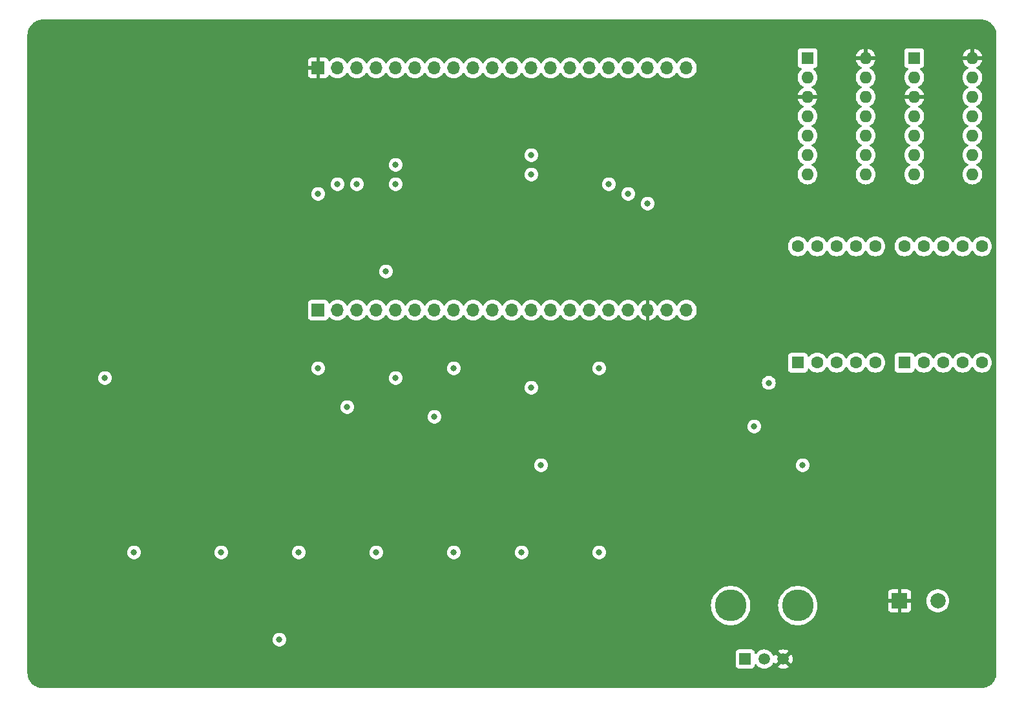
<source format=gbr>
%TF.GenerationSoftware,KiCad,Pcbnew,7.0.9*%
%TF.CreationDate,2023-12-22T14:39:13+09:00*%
%TF.ProjectId,Dev_IO_Board,4465765f-494f-45f4-926f-6172642e6b69,rev?*%
%TF.SameCoordinates,Original*%
%TF.FileFunction,Copper,L2,Inr*%
%TF.FilePolarity,Positive*%
%FSLAX46Y46*%
G04 Gerber Fmt 4.6, Leading zero omitted, Abs format (unit mm)*
G04 Created by KiCad (PCBNEW 7.0.9) date 2023-12-22 14:39:13*
%MOMM*%
%LPD*%
G01*
G04 APERTURE LIST*
%TA.AperFunction,ComponentPad*%
%ADD10R,1.500000X1.500000*%
%TD*%
%TA.AperFunction,ComponentPad*%
%ADD11C,1.500000*%
%TD*%
%TA.AperFunction,ComponentPad*%
%ADD12C,4.155000*%
%TD*%
%TA.AperFunction,ComponentPad*%
%ADD13R,1.600000X1.600000*%
%TD*%
%TA.AperFunction,ComponentPad*%
%ADD14C,1.600000*%
%TD*%
%TA.AperFunction,ComponentPad*%
%ADD15O,1.600000X1.600000*%
%TD*%
%TA.AperFunction,ComponentPad*%
%ADD16R,1.700000X1.700000*%
%TD*%
%TA.AperFunction,ComponentPad*%
%ADD17O,1.700000X1.700000*%
%TD*%
%TA.AperFunction,ComponentPad*%
%ADD18R,2.000000X2.000000*%
%TD*%
%TA.AperFunction,ComponentPad*%
%ADD19C,2.000000*%
%TD*%
%TA.AperFunction,ViaPad*%
%ADD20C,0.800000*%
%TD*%
G04 APERTURE END LIST*
D10*
%TO.N,GND*%
%TO.C,VR1*%
X160100000Y-152400000D03*
D11*
%TO.N,Net-(VR1-WIPER)*%
X162600000Y-152400000D03*
%TO.N,VCC3V3*%
X165100000Y-152400000D03*
D12*
%TO.N,GND*%
X158200000Y-145400000D03*
X167000000Y-145400000D03*
%TD*%
D13*
%TO.N,Net-(U3-e)*%
%TO.C,U5*%
X180975000Y-113542500D03*
D14*
%TO.N,Net-(U3-d)*%
X183515000Y-113542500D03*
%TO.N,Net-(R29-Pad1)*%
X186055000Y-113542500D03*
%TO.N,Net-(U3-c)*%
X188595000Y-113542500D03*
%TO.N,GND*%
X191135000Y-113542500D03*
%TO.N,Net-(U3-b)*%
X191135000Y-98302500D03*
%TO.N,Net-(U3-a)*%
X188595000Y-98302500D03*
%TO.N,Net-(R29-Pad1)*%
X186055000Y-98302500D03*
%TO.N,Net-(U3-f)*%
X183515000Y-98302500D03*
%TO.N,Net-(U3-g)*%
X180975000Y-98302500D03*
%TD*%
D13*
%TO.N,Net-(U2-e)*%
%TO.C,U4*%
X167005000Y-113542500D03*
D14*
%TO.N,Net-(U2-d)*%
X169545000Y-113542500D03*
%TO.N,Net-(R28-Pad1)*%
X172085000Y-113542500D03*
%TO.N,Net-(U2-c)*%
X174625000Y-113542500D03*
%TO.N,GND*%
X177165000Y-113542500D03*
%TO.N,Net-(U2-b)*%
X177165000Y-98302500D03*
%TO.N,Net-(U2-a)*%
X174625000Y-98302500D03*
%TO.N,Net-(R28-Pad1)*%
X172085000Y-98302500D03*
%TO.N,Net-(U2-f)*%
X169545000Y-98302500D03*
%TO.N,Net-(U2-g)*%
X167005000Y-98302500D03*
%TD*%
D13*
%TO.N,PB1*%
%TO.C,U3*%
X182255000Y-73655000D03*
D15*
%TO.N,PB10*%
X182255000Y-76195000D03*
%TO.N,VCC3V3*%
X182255000Y-78735000D03*
%TO.N,PB11*%
X182255000Y-81275000D03*
%TO.N,PA8*%
X182255000Y-83815000D03*
%TO.N,Net-(U3-e)*%
X182255000Y-86355000D03*
%TO.N,GND*%
X182255000Y-88895000D03*
%TO.N,Net-(U3-d)*%
X189875000Y-88895000D03*
%TO.N,Net-(U3-c)*%
X189875000Y-86355000D03*
%TO.N,Net-(U3-b)*%
X189875000Y-83815000D03*
%TO.N,Net-(U3-a)*%
X189875000Y-81275000D03*
%TO.N,Net-(U3-g)*%
X189875000Y-78735000D03*
%TO.N,Net-(U3-f)*%
X189875000Y-76195000D03*
%TO.N,VCC3V3*%
X189875000Y-73655000D03*
%TD*%
D13*
%TO.N,PA2*%
%TO.C,U2*%
X168275000Y-73655000D03*
D15*
%TO.N,PA5*%
X168275000Y-76195000D03*
%TO.N,VCC3V3*%
X168275000Y-78735000D03*
%TO.N,PA6*%
X168275000Y-81275000D03*
%TO.N,PA0*%
X168275000Y-83815000D03*
%TO.N,Net-(U2-e)*%
X168275000Y-86355000D03*
%TO.N,GND*%
X168275000Y-88895000D03*
%TO.N,Net-(U2-d)*%
X175895000Y-88895000D03*
%TO.N,Net-(U2-c)*%
X175895000Y-86355000D03*
%TO.N,Net-(U2-b)*%
X175895000Y-83815000D03*
%TO.N,Net-(U2-a)*%
X175895000Y-81275000D03*
%TO.N,Net-(U2-g)*%
X175895000Y-78735000D03*
%TO.N,Net-(U2-f)*%
X175895000Y-76195000D03*
%TO.N,VCC3V3*%
X175895000Y-73655000D03*
%TD*%
D16*
%TO.N,VBAT*%
%TO.C,J2*%
X104140000Y-106680000D03*
D17*
%TO.N,PB6*%
X106680000Y-106680000D03*
%TO.N,PB7*%
X109220000Y-106680000D03*
%TO.N,PB8*%
X111760000Y-106680000D03*
%TO.N,PB9*%
X114300000Y-106680000D03*
%TO.N,PC13*%
X116840000Y-106680000D03*
%TO.N,PA5*%
X119380000Y-106680000D03*
%TO.N,PA6*%
X121920000Y-106680000D03*
%TO.N,PC0*%
X124460000Y-106680000D03*
%TO.N,PC1*%
X127000000Y-106680000D03*
%TO.N,PC2*%
X129540000Y-106680000D03*
%TO.N,PC3*%
X132080000Y-106680000D03*
%TO.N,PA0*%
X134620000Y-106680000D03*
%TO.N,PA1{slash}ADC123_IN1*%
X137160000Y-106680000D03*
%TO.N,PA2*%
X139700000Y-106680000D03*
%TO.N,PA3{slash}TIM9_CH2*%
X142240000Y-106680000D03*
%TO.N,RESET*%
X144780000Y-106680000D03*
%TO.N,VCC3V3*%
X147320000Y-106680000D03*
%TO.N,GND*%
X149860000Y-106680000D03*
X152400000Y-106680000D03*
%TD*%
D16*
%TO.N,VCC3V3*%
%TO.C,J1*%
X104140000Y-74930000D03*
D17*
%TO.N,GND*%
X106680000Y-74930000D03*
%TO.N,5V*%
X109220000Y-74930000D03*
%TO.N,PC12*%
X111760000Y-74930000D03*
%TO.N,PC11*%
X114300000Y-74930000D03*
%TO.N,PC10*%
X116840000Y-74930000D03*
%TO.N,PA10{slash}USART1_RX*%
X119380000Y-74930000D03*
%TO.N,PA9{slash}USART1_TX*%
X121920000Y-74930000D03*
%TO.N,PA8*%
X124460000Y-74930000D03*
%TO.N,PC9*%
X127000000Y-74930000D03*
%TO.N,PC8*%
X129540000Y-74930000D03*
%TO.N,PC7*%
X132080000Y-74930000D03*
%TO.N,PC6*%
X134620000Y-74930000D03*
%TO.N,PB15{slash}SPI2_MOSI*%
X137160000Y-74930000D03*
%TO.N,PB14{slash}SPI2_MISO*%
X139700000Y-74930000D03*
%TO.N,PB13{slash}SPI2_SCK*%
X142240000Y-74930000D03*
%TO.N,PB12{slash}SPI2_NSS*%
X144780000Y-74930000D03*
%TO.N,PB11*%
X147320000Y-74930000D03*
%TO.N,PB10*%
X149860000Y-74930000D03*
%TO.N,PB1*%
X152400000Y-74930000D03*
%TD*%
D18*
%TO.N,VCC3V3*%
%TO.C,BZ1*%
X180340000Y-144780000D03*
D19*
%TO.N,Net-(BZ1-+)*%
X185340000Y-144780000D03*
%TD*%
D20*
%TO.N,GND*%
X99060000Y-149860000D03*
X119380000Y-120650000D03*
X133350000Y-127000000D03*
X106680000Y-90170000D03*
X109220000Y-90170000D03*
X167640000Y-127000000D03*
X121920000Y-114300000D03*
X104140000Y-114300000D03*
X107950000Y-119380000D03*
X147320000Y-92710000D03*
X144780000Y-91440000D03*
X114300000Y-90170000D03*
X132080000Y-88900000D03*
X142240000Y-90170000D03*
X104140000Y-91440000D03*
X114300000Y-87630000D03*
X132080000Y-86360000D03*
X161290000Y-121920000D03*
X163195000Y-116205000D03*
X140970000Y-114300000D03*
X114300000Y-115570000D03*
X132080000Y-116840000D03*
X140970000Y-138430000D03*
X130810000Y-138430000D03*
X121920000Y-138430000D03*
X111760000Y-138430000D03*
X101600000Y-138430000D03*
X91440000Y-138430000D03*
X80010000Y-138430000D03*
%TO.N,VCC3V3*%
X166370000Y-116840000D03*
X162560000Y-119380000D03*
X146050000Y-121920000D03*
X138430000Y-127000000D03*
X124460000Y-121920000D03*
X115570000Y-121920000D03*
X105410000Y-121920000D03*
X96520000Y-121920000D03*
X86360000Y-121920000D03*
X77470000Y-121920000D03*
%TO.N,PC0*%
X76200000Y-115570000D03*
X113030000Y-101600000D03*
%TD*%
%TA.AperFunction,Conductor*%
%TO.N,VCC3V3*%
G36*
X191042019Y-68580633D02*
G01*
X191077198Y-68582938D01*
X191123708Y-68585986D01*
X191305459Y-68598985D01*
X191313100Y-68600015D01*
X191406738Y-68618641D01*
X191429420Y-68623153D01*
X191455023Y-68628722D01*
X191573666Y-68654531D01*
X191580383Y-68656395D01*
X191699437Y-68696809D01*
X191796671Y-68733076D01*
X191831741Y-68746157D01*
X191837499Y-68748643D01*
X191952952Y-68805578D01*
X192074906Y-68872170D01*
X192079634Y-68875032D01*
X192136571Y-68913076D01*
X192186649Y-68946537D01*
X192189358Y-68948454D01*
X192298652Y-69030271D01*
X192302345Y-69033265D01*
X192399502Y-69118469D01*
X192402448Y-69121228D01*
X192498769Y-69217549D01*
X192501526Y-69220492D01*
X192586729Y-69317648D01*
X192589732Y-69321353D01*
X192641564Y-69390592D01*
X192671543Y-69430639D01*
X192673461Y-69433349D01*
X192744962Y-69540357D01*
X192747828Y-69545091D01*
X192814421Y-69667047D01*
X192871355Y-69782499D01*
X192873841Y-69788257D01*
X192910212Y-69885768D01*
X192923196Y-69920578D01*
X192928289Y-69935581D01*
X192963597Y-70039596D01*
X192965472Y-70046352D01*
X192996846Y-70190579D01*
X193019980Y-70306880D01*
X193021015Y-70314560D01*
X193034017Y-70496350D01*
X193039367Y-70577966D01*
X193039500Y-70582023D01*
X193039500Y-154207975D01*
X193039367Y-154212032D01*
X193034017Y-154293648D01*
X193021015Y-154475438D01*
X193019980Y-154483118D01*
X192996846Y-154599420D01*
X192965472Y-154743646D01*
X192963597Y-154750401D01*
X192929297Y-154851448D01*
X192923208Y-154869388D01*
X192923195Y-154869425D01*
X192873841Y-155001741D01*
X192871355Y-155007499D01*
X192814421Y-155122952D01*
X192747828Y-155244907D01*
X192744961Y-155249641D01*
X192673461Y-155356649D01*
X192671543Y-155359359D01*
X192589744Y-155468631D01*
X192586723Y-155472357D01*
X192501529Y-155569502D01*
X192498755Y-155572464D01*
X192402464Y-155668755D01*
X192399502Y-155671529D01*
X192302357Y-155756723D01*
X192298631Y-155759744D01*
X192189359Y-155841543D01*
X192186649Y-155843461D01*
X192079641Y-155914961D01*
X192074907Y-155917828D01*
X191952952Y-155984421D01*
X191837499Y-156041355D01*
X191831741Y-156043841D01*
X191710956Y-156088893D01*
X191699418Y-156093197D01*
X191580401Y-156133597D01*
X191573646Y-156135472D01*
X191429420Y-156166846D01*
X191313118Y-156189980D01*
X191305438Y-156191015D01*
X191123648Y-156204017D01*
X191072582Y-156207364D01*
X191042025Y-156209367D01*
X191037976Y-156209500D01*
X68042024Y-156209500D01*
X68037974Y-156209367D01*
X67999954Y-156206875D01*
X67956350Y-156204017D01*
X67774560Y-156191015D01*
X67766880Y-156189980D01*
X67650579Y-156166846D01*
X67506352Y-156135472D01*
X67499596Y-156133597D01*
X67467881Y-156122831D01*
X67380578Y-156093196D01*
X67345768Y-156080212D01*
X67248257Y-156043841D01*
X67242499Y-156041355D01*
X67127047Y-155984421D01*
X67005091Y-155917828D01*
X67000357Y-155914962D01*
X66893349Y-155843461D01*
X66890639Y-155841543D01*
X66850592Y-155811564D01*
X66781353Y-155759732D01*
X66777648Y-155756729D01*
X66680492Y-155671526D01*
X66677549Y-155668769D01*
X66581228Y-155572448D01*
X66578469Y-155569502D01*
X66545450Y-155531851D01*
X66493265Y-155472345D01*
X66490271Y-155468652D01*
X66408454Y-155359358D01*
X66406537Y-155356649D01*
X66335036Y-155249641D01*
X66332170Y-155244906D01*
X66265578Y-155122952D01*
X66208643Y-155007499D01*
X66206157Y-155001741D01*
X66193076Y-154966671D01*
X66156805Y-154869425D01*
X66116395Y-154750383D01*
X66114531Y-154743666D01*
X66083153Y-154599420D01*
X66078641Y-154576738D01*
X66060015Y-154483100D01*
X66058985Y-154475459D01*
X66045986Y-154293708D01*
X66042938Y-154247198D01*
X66040633Y-154212019D01*
X66040500Y-154207964D01*
X66040500Y-153197870D01*
X158849500Y-153197870D01*
X158849501Y-153197876D01*
X158855908Y-153257483D01*
X158906202Y-153392328D01*
X158906206Y-153392335D01*
X158992452Y-153507544D01*
X158992455Y-153507547D01*
X159107664Y-153593793D01*
X159107671Y-153593797D01*
X159242517Y-153644091D01*
X159242516Y-153644091D01*
X159249444Y-153644835D01*
X159302127Y-153650500D01*
X160897872Y-153650499D01*
X160957483Y-153644091D01*
X161092331Y-153593796D01*
X161207546Y-153507546D01*
X161293796Y-153392331D01*
X161344091Y-153257483D01*
X161350500Y-153197873D01*
X161350499Y-153188993D01*
X161370178Y-153121956D01*
X161422978Y-153076197D01*
X161492136Y-153066248D01*
X161555694Y-153095267D01*
X161576073Y-153117863D01*
X161625882Y-153188997D01*
X161638402Y-153206877D01*
X161793123Y-153361598D01*
X161972361Y-153487102D01*
X162170670Y-153579575D01*
X162382023Y-153636207D01*
X162564926Y-153652208D01*
X162599998Y-153655277D01*
X162600000Y-153655277D01*
X162600002Y-153655277D01*
X162628254Y-153652805D01*
X162817977Y-153636207D01*
X163029330Y-153579575D01*
X163227639Y-153487102D01*
X163406877Y-153361598D01*
X163561598Y-153206877D01*
X163687102Y-153027639D01*
X163737894Y-152918714D01*
X163784066Y-152866275D01*
X163851259Y-152847123D01*
X163918141Y-152867339D01*
X163962658Y-152918715D01*
X164013333Y-153027388D01*
X164013334Y-153027390D01*
X164056873Y-153089571D01*
X164056875Y-153089572D01*
X164616923Y-152529523D01*
X164640507Y-152609844D01*
X164718239Y-152730798D01*
X164826900Y-152824952D01*
X164957685Y-152884680D01*
X164967466Y-152886086D01*
X164410426Y-153443124D01*
X164472611Y-153486666D01*
X164472613Y-153486667D01*
X164670840Y-153579101D01*
X164670849Y-153579105D01*
X164882105Y-153635710D01*
X164882115Y-153635712D01*
X165099999Y-153654775D01*
X165100001Y-153654775D01*
X165317884Y-153635712D01*
X165317894Y-153635710D01*
X165529150Y-153579105D01*
X165529159Y-153579101D01*
X165727387Y-153486666D01*
X165789572Y-153443124D01*
X165232534Y-152886086D01*
X165242315Y-152884680D01*
X165373100Y-152824952D01*
X165481761Y-152730798D01*
X165559493Y-152609844D01*
X165583076Y-152529524D01*
X166143124Y-153089572D01*
X166186666Y-153027387D01*
X166279101Y-152829159D01*
X166279105Y-152829150D01*
X166335710Y-152617894D01*
X166335712Y-152617884D01*
X166354775Y-152400000D01*
X166354775Y-152399999D01*
X166335712Y-152182115D01*
X166335710Y-152182105D01*
X166279105Y-151970849D01*
X166279101Y-151970840D01*
X166186668Y-151772615D01*
X166143123Y-151710428D01*
X165583076Y-152270475D01*
X165559493Y-152190156D01*
X165481761Y-152069202D01*
X165373100Y-151975048D01*
X165242315Y-151915320D01*
X165232534Y-151913913D01*
X165789572Y-151356875D01*
X165789571Y-151356873D01*
X165727391Y-151313335D01*
X165529159Y-151220898D01*
X165529150Y-151220894D01*
X165317894Y-151164289D01*
X165317884Y-151164287D01*
X165100001Y-151145225D01*
X165099999Y-151145225D01*
X164882115Y-151164287D01*
X164882105Y-151164289D01*
X164670849Y-151220894D01*
X164670840Y-151220898D01*
X164472614Y-151313332D01*
X164472612Y-151313333D01*
X164410428Y-151356875D01*
X164410427Y-151356875D01*
X164967466Y-151913913D01*
X164957685Y-151915320D01*
X164826900Y-151975048D01*
X164718239Y-152069202D01*
X164640507Y-152190156D01*
X164616923Y-152270475D01*
X164056875Y-151710427D01*
X164056875Y-151710428D01*
X164013333Y-151772612D01*
X164013332Y-151772614D01*
X163962658Y-151881285D01*
X163916485Y-151933724D01*
X163849292Y-151952876D01*
X163782411Y-151932660D01*
X163737894Y-151881285D01*
X163732541Y-151869807D01*
X163687102Y-151772362D01*
X163687099Y-151772358D01*
X163687099Y-151772357D01*
X163561599Y-151593124D01*
X163510991Y-151542516D01*
X163406877Y-151438402D01*
X163268978Y-151341844D01*
X163227638Y-151312897D01*
X163128484Y-151266661D01*
X163029330Y-151220425D01*
X163029326Y-151220424D01*
X163029322Y-151220422D01*
X162817977Y-151163793D01*
X162600002Y-151144723D01*
X162599998Y-151144723D01*
X162472151Y-151155908D01*
X162382023Y-151163793D01*
X162382020Y-151163793D01*
X162170677Y-151220422D01*
X162170668Y-151220426D01*
X161972361Y-151312898D01*
X161972357Y-151312900D01*
X161793121Y-151438402D01*
X161638402Y-151593121D01*
X161576074Y-151682136D01*
X161521497Y-151725761D01*
X161451999Y-151732954D01*
X161389644Y-151701432D01*
X161354230Y-151641202D01*
X161350499Y-151611013D01*
X161350499Y-151602129D01*
X161350498Y-151602123D01*
X161350497Y-151602116D01*
X161344091Y-151542517D01*
X161293796Y-151407669D01*
X161293795Y-151407668D01*
X161293793Y-151407664D01*
X161207547Y-151292455D01*
X161207544Y-151292452D01*
X161092335Y-151206206D01*
X161092328Y-151206202D01*
X160957482Y-151155908D01*
X160957483Y-151155908D01*
X160897883Y-151149501D01*
X160897881Y-151149500D01*
X160897873Y-151149500D01*
X160897864Y-151149500D01*
X159302129Y-151149500D01*
X159302123Y-151149501D01*
X159242516Y-151155908D01*
X159107671Y-151206202D01*
X159107664Y-151206206D01*
X158992455Y-151292452D01*
X158992452Y-151292455D01*
X158906206Y-151407664D01*
X158906202Y-151407671D01*
X158855908Y-151542517D01*
X158850468Y-151593121D01*
X158849501Y-151602123D01*
X158849500Y-151602135D01*
X158849500Y-153197870D01*
X66040500Y-153197870D01*
X66040500Y-149860000D01*
X98154540Y-149860000D01*
X98174326Y-150048256D01*
X98174327Y-150048259D01*
X98232818Y-150228277D01*
X98232821Y-150228284D01*
X98327467Y-150392216D01*
X98454129Y-150532888D01*
X98607265Y-150644148D01*
X98607270Y-150644151D01*
X98780192Y-150721142D01*
X98780197Y-150721144D01*
X98965354Y-150760500D01*
X98965355Y-150760500D01*
X99154644Y-150760500D01*
X99154646Y-150760500D01*
X99339803Y-150721144D01*
X99512730Y-150644151D01*
X99665871Y-150532888D01*
X99792533Y-150392216D01*
X99887179Y-150228284D01*
X99945674Y-150048256D01*
X99965460Y-149860000D01*
X99945674Y-149671744D01*
X99887179Y-149491716D01*
X99792533Y-149327784D01*
X99665871Y-149187112D01*
X99665870Y-149187111D01*
X99512734Y-149075851D01*
X99512729Y-149075848D01*
X99339807Y-148998857D01*
X99339802Y-148998855D01*
X99194001Y-148967865D01*
X99154646Y-148959500D01*
X98965354Y-148959500D01*
X98932897Y-148966398D01*
X98780197Y-148998855D01*
X98780192Y-148998857D01*
X98607270Y-149075848D01*
X98607265Y-149075851D01*
X98454129Y-149187111D01*
X98327466Y-149327785D01*
X98232821Y-149491715D01*
X98232818Y-149491722D01*
X98174327Y-149671740D01*
X98174326Y-149671744D01*
X98154540Y-149860000D01*
X66040500Y-149860000D01*
X66040500Y-145400005D01*
X155616903Y-145400005D01*
X155637269Y-145723740D01*
X155637271Y-145723748D01*
X155698056Y-146042390D01*
X155698058Y-146042395D01*
X155798297Y-146350902D01*
X155798299Y-146350907D01*
X155936413Y-146644412D01*
X155936416Y-146644418D01*
X156110229Y-146918304D01*
X156110231Y-146918307D01*
X156317001Y-147168250D01*
X156317003Y-147168252D01*
X156553472Y-147390310D01*
X156815907Y-147580981D01*
X157100171Y-147737256D01*
X157100179Y-147737260D01*
X157401775Y-147856670D01*
X157401778Y-147856671D01*
X157506511Y-147883561D01*
X157715976Y-147937343D01*
X157873567Y-147957251D01*
X158037796Y-147977999D01*
X158037802Y-147977999D01*
X158037806Y-147978000D01*
X158037808Y-147978000D01*
X158362192Y-147978000D01*
X158362194Y-147978000D01*
X158362199Y-147977999D01*
X158362203Y-147977999D01*
X158447637Y-147967205D01*
X158684024Y-147937343D01*
X158998221Y-147856671D01*
X158998224Y-147856670D01*
X159299820Y-147737260D01*
X159299824Y-147737257D01*
X159299829Y-147737256D01*
X159584093Y-147580981D01*
X159846528Y-147390310D01*
X160082997Y-147168252D01*
X160289769Y-146918306D01*
X160463585Y-146644416D01*
X160601703Y-146350901D01*
X160701944Y-146042390D01*
X160762729Y-145723748D01*
X160763923Y-145704785D01*
X160783097Y-145400005D01*
X164416903Y-145400005D01*
X164437269Y-145723740D01*
X164437271Y-145723748D01*
X164498056Y-146042390D01*
X164498058Y-146042395D01*
X164598297Y-146350902D01*
X164598299Y-146350907D01*
X164736413Y-146644412D01*
X164736416Y-146644418D01*
X164910229Y-146918304D01*
X164910231Y-146918307D01*
X165117001Y-147168250D01*
X165117003Y-147168252D01*
X165353472Y-147390310D01*
X165615907Y-147580981D01*
X165900171Y-147737256D01*
X165900179Y-147737260D01*
X166201775Y-147856670D01*
X166201778Y-147856671D01*
X166306511Y-147883561D01*
X166515976Y-147937343D01*
X166673567Y-147957251D01*
X166837796Y-147977999D01*
X166837802Y-147977999D01*
X166837806Y-147978000D01*
X166837808Y-147978000D01*
X167162192Y-147978000D01*
X167162194Y-147978000D01*
X167162199Y-147977999D01*
X167162203Y-147977999D01*
X167247637Y-147967205D01*
X167484024Y-147937343D01*
X167798221Y-147856671D01*
X167798224Y-147856670D01*
X168099820Y-147737260D01*
X168099824Y-147737257D01*
X168099829Y-147737256D01*
X168384093Y-147580981D01*
X168646528Y-147390310D01*
X168882997Y-147168252D01*
X169089769Y-146918306D01*
X169263585Y-146644416D01*
X169401703Y-146350901D01*
X169501944Y-146042390D01*
X169542871Y-145827844D01*
X178840000Y-145827844D01*
X178846401Y-145887372D01*
X178846403Y-145887379D01*
X178896645Y-146022086D01*
X178896649Y-146022093D01*
X178982809Y-146137187D01*
X178982812Y-146137190D01*
X179097906Y-146223350D01*
X179097913Y-146223354D01*
X179232620Y-146273596D01*
X179232627Y-146273598D01*
X179292155Y-146279999D01*
X179292172Y-146280000D01*
X180090000Y-146280000D01*
X180090000Y-145215501D01*
X180197685Y-145264680D01*
X180304237Y-145280000D01*
X180375763Y-145280000D01*
X180482315Y-145264680D01*
X180590000Y-145215501D01*
X180590000Y-146280000D01*
X181387828Y-146280000D01*
X181387844Y-146279999D01*
X181447372Y-146273598D01*
X181447379Y-146273596D01*
X181582086Y-146223354D01*
X181582093Y-146223350D01*
X181697187Y-146137190D01*
X181697190Y-146137187D01*
X181783350Y-146022093D01*
X181783354Y-146022086D01*
X181833596Y-145887379D01*
X181833598Y-145887372D01*
X181839999Y-145827844D01*
X181840000Y-145827827D01*
X181840000Y-145030000D01*
X180773686Y-145030000D01*
X180799493Y-144989844D01*
X180840000Y-144851889D01*
X180840000Y-144780005D01*
X183834357Y-144780005D01*
X183854890Y-145027812D01*
X183854892Y-145027824D01*
X183915936Y-145268881D01*
X184015826Y-145496606D01*
X184151833Y-145704782D01*
X184151836Y-145704785D01*
X184320256Y-145887738D01*
X184516491Y-146040474D01*
X184735190Y-146158828D01*
X184970386Y-146239571D01*
X185215665Y-146280500D01*
X185464335Y-146280500D01*
X185709614Y-146239571D01*
X185944810Y-146158828D01*
X186163509Y-146040474D01*
X186359744Y-145887738D01*
X186528164Y-145704785D01*
X186664173Y-145496607D01*
X186764063Y-145268881D01*
X186825108Y-145027821D01*
X186845643Y-144780000D01*
X186843787Y-144757604D01*
X186825109Y-144532187D01*
X186825107Y-144532175D01*
X186764063Y-144291118D01*
X186664173Y-144063393D01*
X186528166Y-143855217D01*
X186506557Y-143831744D01*
X186359744Y-143672262D01*
X186163509Y-143519526D01*
X186163507Y-143519525D01*
X186163506Y-143519524D01*
X185944811Y-143401172D01*
X185944802Y-143401169D01*
X185709616Y-143320429D01*
X185464335Y-143279500D01*
X185215665Y-143279500D01*
X184970383Y-143320429D01*
X184735197Y-143401169D01*
X184735188Y-143401172D01*
X184516493Y-143519524D01*
X184492876Y-143537906D01*
X184320256Y-143672262D01*
X184319920Y-143672627D01*
X184151833Y-143855217D01*
X184015826Y-144063393D01*
X183915936Y-144291118D01*
X183854892Y-144532175D01*
X183854890Y-144532187D01*
X183834357Y-144779994D01*
X183834357Y-144780005D01*
X180840000Y-144780005D01*
X180840000Y-144708111D01*
X180799493Y-144570156D01*
X180773686Y-144530000D01*
X181840000Y-144530000D01*
X181840000Y-143732172D01*
X181839999Y-143732155D01*
X181833598Y-143672627D01*
X181833596Y-143672620D01*
X181783354Y-143537913D01*
X181783350Y-143537906D01*
X181697190Y-143422812D01*
X181697187Y-143422809D01*
X181582093Y-143336649D01*
X181582086Y-143336645D01*
X181447379Y-143286403D01*
X181447372Y-143286401D01*
X181387844Y-143280000D01*
X180590000Y-143280000D01*
X180590000Y-144344498D01*
X180482315Y-144295320D01*
X180375763Y-144280000D01*
X180304237Y-144280000D01*
X180197685Y-144295320D01*
X180090000Y-144344498D01*
X180090000Y-143280000D01*
X179292155Y-143280000D01*
X179232627Y-143286401D01*
X179232620Y-143286403D01*
X179097913Y-143336645D01*
X179097906Y-143336649D01*
X178982812Y-143422809D01*
X178982809Y-143422812D01*
X178896649Y-143537906D01*
X178896645Y-143537913D01*
X178846403Y-143672620D01*
X178846401Y-143672627D01*
X178840000Y-143732155D01*
X178840000Y-144530000D01*
X179906314Y-144530000D01*
X179880507Y-144570156D01*
X179840000Y-144708111D01*
X179840000Y-144851889D01*
X179880507Y-144989844D01*
X179906314Y-145030000D01*
X178840000Y-145030000D01*
X178840000Y-145827844D01*
X169542871Y-145827844D01*
X169562729Y-145723748D01*
X169563923Y-145704785D01*
X169583097Y-145400005D01*
X169583097Y-145399994D01*
X169562730Y-145076259D01*
X169562729Y-145076252D01*
X169501944Y-144757610D01*
X169401703Y-144449099D01*
X169263585Y-144155584D01*
X169089769Y-143881694D01*
X169089768Y-143881692D01*
X168882998Y-143631749D01*
X168646529Y-143409691D01*
X168646526Y-143409688D01*
X168384096Y-143219021D01*
X168384086Y-143219015D01*
X168099828Y-143062743D01*
X168099820Y-143062739D01*
X167798224Y-142943329D01*
X167798221Y-142943328D01*
X167484021Y-142862656D01*
X167162203Y-142822000D01*
X167162194Y-142822000D01*
X166837806Y-142822000D01*
X166837796Y-142822000D01*
X166515978Y-142862656D01*
X166201778Y-142943328D01*
X166201775Y-142943329D01*
X165900179Y-143062739D01*
X165900171Y-143062743D01*
X165615913Y-143219015D01*
X165615903Y-143219021D01*
X165353473Y-143409688D01*
X165353470Y-143409691D01*
X165117001Y-143631749D01*
X164910231Y-143881692D01*
X164910229Y-143881695D01*
X164736416Y-144155581D01*
X164736413Y-144155587D01*
X164598299Y-144449092D01*
X164598297Y-144449097D01*
X164571300Y-144532187D01*
X164498056Y-144757610D01*
X164480071Y-144851889D01*
X164437269Y-145076259D01*
X164416903Y-145399994D01*
X164416903Y-145400005D01*
X160783097Y-145400005D01*
X160783097Y-145399994D01*
X160762730Y-145076259D01*
X160762729Y-145076252D01*
X160701944Y-144757610D01*
X160601703Y-144449099D01*
X160463585Y-144155584D01*
X160289769Y-143881694D01*
X160289768Y-143881692D01*
X160082998Y-143631749D01*
X159846529Y-143409691D01*
X159846526Y-143409688D01*
X159584096Y-143219021D01*
X159584086Y-143219015D01*
X159299828Y-143062743D01*
X159299820Y-143062739D01*
X158998224Y-142943329D01*
X158998221Y-142943328D01*
X158684021Y-142862656D01*
X158362203Y-142822000D01*
X158362194Y-142822000D01*
X158037806Y-142822000D01*
X158037796Y-142822000D01*
X157715978Y-142862656D01*
X157401778Y-142943328D01*
X157401775Y-142943329D01*
X157100179Y-143062739D01*
X157100171Y-143062743D01*
X156815913Y-143219015D01*
X156815903Y-143219021D01*
X156553473Y-143409688D01*
X156553470Y-143409691D01*
X156317001Y-143631749D01*
X156110231Y-143881692D01*
X156110229Y-143881695D01*
X155936416Y-144155581D01*
X155936413Y-144155587D01*
X155798299Y-144449092D01*
X155798297Y-144449097D01*
X155771300Y-144532187D01*
X155698056Y-144757610D01*
X155680071Y-144851889D01*
X155637269Y-145076259D01*
X155616903Y-145399994D01*
X155616903Y-145400005D01*
X66040500Y-145400005D01*
X66040500Y-138430000D01*
X79104540Y-138430000D01*
X79124326Y-138618256D01*
X79124327Y-138618259D01*
X79182818Y-138798277D01*
X79182821Y-138798284D01*
X79277467Y-138962216D01*
X79404129Y-139102888D01*
X79557265Y-139214148D01*
X79557270Y-139214151D01*
X79730192Y-139291142D01*
X79730197Y-139291144D01*
X79915354Y-139330500D01*
X79915355Y-139330500D01*
X80104644Y-139330500D01*
X80104646Y-139330500D01*
X80289803Y-139291144D01*
X80462730Y-139214151D01*
X80615871Y-139102888D01*
X80742533Y-138962216D01*
X80837179Y-138798284D01*
X80895674Y-138618256D01*
X80915460Y-138430000D01*
X90534540Y-138430000D01*
X90554326Y-138618256D01*
X90554327Y-138618259D01*
X90612818Y-138798277D01*
X90612821Y-138798284D01*
X90707467Y-138962216D01*
X90834129Y-139102888D01*
X90987265Y-139214148D01*
X90987270Y-139214151D01*
X91160192Y-139291142D01*
X91160197Y-139291144D01*
X91345354Y-139330500D01*
X91345355Y-139330500D01*
X91534644Y-139330500D01*
X91534646Y-139330500D01*
X91719803Y-139291144D01*
X91892730Y-139214151D01*
X92045871Y-139102888D01*
X92172533Y-138962216D01*
X92267179Y-138798284D01*
X92325674Y-138618256D01*
X92345460Y-138430000D01*
X100694540Y-138430000D01*
X100714326Y-138618256D01*
X100714327Y-138618259D01*
X100772818Y-138798277D01*
X100772821Y-138798284D01*
X100867467Y-138962216D01*
X100994129Y-139102888D01*
X101147265Y-139214148D01*
X101147270Y-139214151D01*
X101320192Y-139291142D01*
X101320197Y-139291144D01*
X101505354Y-139330500D01*
X101505355Y-139330500D01*
X101694644Y-139330500D01*
X101694646Y-139330500D01*
X101879803Y-139291144D01*
X102052730Y-139214151D01*
X102205871Y-139102888D01*
X102332533Y-138962216D01*
X102427179Y-138798284D01*
X102485674Y-138618256D01*
X102505460Y-138430000D01*
X110854540Y-138430000D01*
X110874326Y-138618256D01*
X110874327Y-138618259D01*
X110932818Y-138798277D01*
X110932821Y-138798284D01*
X111027467Y-138962216D01*
X111154129Y-139102888D01*
X111307265Y-139214148D01*
X111307270Y-139214151D01*
X111480192Y-139291142D01*
X111480197Y-139291144D01*
X111665354Y-139330500D01*
X111665355Y-139330500D01*
X111854644Y-139330500D01*
X111854646Y-139330500D01*
X112039803Y-139291144D01*
X112212730Y-139214151D01*
X112365871Y-139102888D01*
X112492533Y-138962216D01*
X112587179Y-138798284D01*
X112645674Y-138618256D01*
X112665460Y-138430000D01*
X121014540Y-138430000D01*
X121034326Y-138618256D01*
X121034327Y-138618259D01*
X121092818Y-138798277D01*
X121092821Y-138798284D01*
X121187467Y-138962216D01*
X121314129Y-139102888D01*
X121467265Y-139214148D01*
X121467270Y-139214151D01*
X121640192Y-139291142D01*
X121640197Y-139291144D01*
X121825354Y-139330500D01*
X121825355Y-139330500D01*
X122014644Y-139330500D01*
X122014646Y-139330500D01*
X122199803Y-139291144D01*
X122372730Y-139214151D01*
X122525871Y-139102888D01*
X122652533Y-138962216D01*
X122747179Y-138798284D01*
X122805674Y-138618256D01*
X122825460Y-138430000D01*
X129904540Y-138430000D01*
X129924326Y-138618256D01*
X129924327Y-138618259D01*
X129982818Y-138798277D01*
X129982821Y-138798284D01*
X130077467Y-138962216D01*
X130204129Y-139102888D01*
X130357265Y-139214148D01*
X130357270Y-139214151D01*
X130530192Y-139291142D01*
X130530197Y-139291144D01*
X130715354Y-139330500D01*
X130715355Y-139330500D01*
X130904644Y-139330500D01*
X130904646Y-139330500D01*
X131089803Y-139291144D01*
X131262730Y-139214151D01*
X131415871Y-139102888D01*
X131542533Y-138962216D01*
X131637179Y-138798284D01*
X131695674Y-138618256D01*
X131715460Y-138430000D01*
X140064540Y-138430000D01*
X140084326Y-138618256D01*
X140084327Y-138618259D01*
X140142818Y-138798277D01*
X140142821Y-138798284D01*
X140237467Y-138962216D01*
X140364129Y-139102888D01*
X140517265Y-139214148D01*
X140517270Y-139214151D01*
X140690192Y-139291142D01*
X140690197Y-139291144D01*
X140875354Y-139330500D01*
X140875355Y-139330500D01*
X141064644Y-139330500D01*
X141064646Y-139330500D01*
X141249803Y-139291144D01*
X141422730Y-139214151D01*
X141575871Y-139102888D01*
X141702533Y-138962216D01*
X141797179Y-138798284D01*
X141855674Y-138618256D01*
X141875460Y-138430000D01*
X141855674Y-138241744D01*
X141797179Y-138061716D01*
X141702533Y-137897784D01*
X141575871Y-137757112D01*
X141575870Y-137757111D01*
X141422734Y-137645851D01*
X141422729Y-137645848D01*
X141249807Y-137568857D01*
X141249802Y-137568855D01*
X141104001Y-137537865D01*
X141064646Y-137529500D01*
X140875354Y-137529500D01*
X140842897Y-137536398D01*
X140690197Y-137568855D01*
X140690192Y-137568857D01*
X140517270Y-137645848D01*
X140517265Y-137645851D01*
X140364129Y-137757111D01*
X140237466Y-137897785D01*
X140142821Y-138061715D01*
X140142818Y-138061722D01*
X140084327Y-138241740D01*
X140084326Y-138241744D01*
X140064540Y-138430000D01*
X131715460Y-138430000D01*
X131695674Y-138241744D01*
X131637179Y-138061716D01*
X131542533Y-137897784D01*
X131415871Y-137757112D01*
X131415870Y-137757111D01*
X131262734Y-137645851D01*
X131262729Y-137645848D01*
X131089807Y-137568857D01*
X131089802Y-137568855D01*
X130944001Y-137537865D01*
X130904646Y-137529500D01*
X130715354Y-137529500D01*
X130682897Y-137536398D01*
X130530197Y-137568855D01*
X130530192Y-137568857D01*
X130357270Y-137645848D01*
X130357265Y-137645851D01*
X130204129Y-137757111D01*
X130077466Y-137897785D01*
X129982821Y-138061715D01*
X129982818Y-138061722D01*
X129924327Y-138241740D01*
X129924326Y-138241744D01*
X129904540Y-138430000D01*
X122825460Y-138430000D01*
X122805674Y-138241744D01*
X122747179Y-138061716D01*
X122652533Y-137897784D01*
X122525871Y-137757112D01*
X122525870Y-137757111D01*
X122372734Y-137645851D01*
X122372729Y-137645848D01*
X122199807Y-137568857D01*
X122199802Y-137568855D01*
X122054001Y-137537865D01*
X122014646Y-137529500D01*
X121825354Y-137529500D01*
X121792897Y-137536398D01*
X121640197Y-137568855D01*
X121640192Y-137568857D01*
X121467270Y-137645848D01*
X121467265Y-137645851D01*
X121314129Y-137757111D01*
X121187466Y-137897785D01*
X121092821Y-138061715D01*
X121092818Y-138061722D01*
X121034327Y-138241740D01*
X121034326Y-138241744D01*
X121014540Y-138430000D01*
X112665460Y-138430000D01*
X112645674Y-138241744D01*
X112587179Y-138061716D01*
X112492533Y-137897784D01*
X112365871Y-137757112D01*
X112365870Y-137757111D01*
X112212734Y-137645851D01*
X112212729Y-137645848D01*
X112039807Y-137568857D01*
X112039802Y-137568855D01*
X111894001Y-137537865D01*
X111854646Y-137529500D01*
X111665354Y-137529500D01*
X111632897Y-137536398D01*
X111480197Y-137568855D01*
X111480192Y-137568857D01*
X111307270Y-137645848D01*
X111307265Y-137645851D01*
X111154129Y-137757111D01*
X111027466Y-137897785D01*
X110932821Y-138061715D01*
X110932818Y-138061722D01*
X110874327Y-138241740D01*
X110874326Y-138241744D01*
X110854540Y-138430000D01*
X102505460Y-138430000D01*
X102485674Y-138241744D01*
X102427179Y-138061716D01*
X102332533Y-137897784D01*
X102205871Y-137757112D01*
X102205870Y-137757111D01*
X102052734Y-137645851D01*
X102052729Y-137645848D01*
X101879807Y-137568857D01*
X101879802Y-137568855D01*
X101734001Y-137537865D01*
X101694646Y-137529500D01*
X101505354Y-137529500D01*
X101472897Y-137536398D01*
X101320197Y-137568855D01*
X101320192Y-137568857D01*
X101147270Y-137645848D01*
X101147265Y-137645851D01*
X100994129Y-137757111D01*
X100867466Y-137897785D01*
X100772821Y-138061715D01*
X100772818Y-138061722D01*
X100714327Y-138241740D01*
X100714326Y-138241744D01*
X100694540Y-138430000D01*
X92345460Y-138430000D01*
X92325674Y-138241744D01*
X92267179Y-138061716D01*
X92172533Y-137897784D01*
X92045871Y-137757112D01*
X92045870Y-137757111D01*
X91892734Y-137645851D01*
X91892729Y-137645848D01*
X91719807Y-137568857D01*
X91719802Y-137568855D01*
X91574001Y-137537865D01*
X91534646Y-137529500D01*
X91345354Y-137529500D01*
X91312897Y-137536398D01*
X91160197Y-137568855D01*
X91160192Y-137568857D01*
X90987270Y-137645848D01*
X90987265Y-137645851D01*
X90834129Y-137757111D01*
X90707466Y-137897785D01*
X90612821Y-138061715D01*
X90612818Y-138061722D01*
X90554327Y-138241740D01*
X90554326Y-138241744D01*
X90534540Y-138430000D01*
X80915460Y-138430000D01*
X80895674Y-138241744D01*
X80837179Y-138061716D01*
X80742533Y-137897784D01*
X80615871Y-137757112D01*
X80615870Y-137757111D01*
X80462734Y-137645851D01*
X80462729Y-137645848D01*
X80289807Y-137568857D01*
X80289802Y-137568855D01*
X80144001Y-137537865D01*
X80104646Y-137529500D01*
X79915354Y-137529500D01*
X79882897Y-137536398D01*
X79730197Y-137568855D01*
X79730192Y-137568857D01*
X79557270Y-137645848D01*
X79557265Y-137645851D01*
X79404129Y-137757111D01*
X79277466Y-137897785D01*
X79182821Y-138061715D01*
X79182818Y-138061722D01*
X79124327Y-138241740D01*
X79124326Y-138241744D01*
X79104540Y-138430000D01*
X66040500Y-138430000D01*
X66040500Y-127000000D01*
X132444540Y-127000000D01*
X132464326Y-127188256D01*
X132464327Y-127188259D01*
X132522818Y-127368277D01*
X132522821Y-127368284D01*
X132617467Y-127532216D01*
X132744129Y-127672888D01*
X132897265Y-127784148D01*
X132897270Y-127784151D01*
X133070192Y-127861142D01*
X133070197Y-127861144D01*
X133255354Y-127900500D01*
X133255355Y-127900500D01*
X133444644Y-127900500D01*
X133444646Y-127900500D01*
X133629803Y-127861144D01*
X133802730Y-127784151D01*
X133955871Y-127672888D01*
X134082533Y-127532216D01*
X134177179Y-127368284D01*
X134235674Y-127188256D01*
X134255460Y-127000000D01*
X166734540Y-127000000D01*
X166754326Y-127188256D01*
X166754327Y-127188259D01*
X166812818Y-127368277D01*
X166812821Y-127368284D01*
X166907467Y-127532216D01*
X167034129Y-127672888D01*
X167187265Y-127784148D01*
X167187270Y-127784151D01*
X167360192Y-127861142D01*
X167360197Y-127861144D01*
X167545354Y-127900500D01*
X167545355Y-127900500D01*
X167734644Y-127900500D01*
X167734646Y-127900500D01*
X167919803Y-127861144D01*
X168092730Y-127784151D01*
X168245871Y-127672888D01*
X168372533Y-127532216D01*
X168467179Y-127368284D01*
X168525674Y-127188256D01*
X168545460Y-127000000D01*
X168525674Y-126811744D01*
X168467179Y-126631716D01*
X168372533Y-126467784D01*
X168245871Y-126327112D01*
X168245870Y-126327111D01*
X168092734Y-126215851D01*
X168092729Y-126215848D01*
X167919807Y-126138857D01*
X167919802Y-126138855D01*
X167774001Y-126107865D01*
X167734646Y-126099500D01*
X167545354Y-126099500D01*
X167512897Y-126106398D01*
X167360197Y-126138855D01*
X167360192Y-126138857D01*
X167187270Y-126215848D01*
X167187265Y-126215851D01*
X167034129Y-126327111D01*
X166907466Y-126467785D01*
X166812821Y-126631715D01*
X166812818Y-126631722D01*
X166754327Y-126811740D01*
X166754326Y-126811744D01*
X166734540Y-127000000D01*
X134255460Y-127000000D01*
X134235674Y-126811744D01*
X134177179Y-126631716D01*
X134082533Y-126467784D01*
X133955871Y-126327112D01*
X133955870Y-126327111D01*
X133802734Y-126215851D01*
X133802729Y-126215848D01*
X133629807Y-126138857D01*
X133629802Y-126138855D01*
X133484001Y-126107865D01*
X133444646Y-126099500D01*
X133255354Y-126099500D01*
X133222897Y-126106398D01*
X133070197Y-126138855D01*
X133070192Y-126138857D01*
X132897270Y-126215848D01*
X132897265Y-126215851D01*
X132744129Y-126327111D01*
X132617466Y-126467785D01*
X132522821Y-126631715D01*
X132522818Y-126631722D01*
X132464327Y-126811740D01*
X132464326Y-126811744D01*
X132444540Y-127000000D01*
X66040500Y-127000000D01*
X66040500Y-121920000D01*
X160384540Y-121920000D01*
X160404326Y-122108256D01*
X160404327Y-122108259D01*
X160462818Y-122288277D01*
X160462821Y-122288284D01*
X160557467Y-122452216D01*
X160684129Y-122592888D01*
X160837265Y-122704148D01*
X160837270Y-122704151D01*
X161010192Y-122781142D01*
X161010197Y-122781144D01*
X161195354Y-122820500D01*
X161195355Y-122820500D01*
X161384644Y-122820500D01*
X161384646Y-122820500D01*
X161569803Y-122781144D01*
X161742730Y-122704151D01*
X161895871Y-122592888D01*
X162022533Y-122452216D01*
X162117179Y-122288284D01*
X162175674Y-122108256D01*
X162195460Y-121920000D01*
X162175674Y-121731744D01*
X162117179Y-121551716D01*
X162022533Y-121387784D01*
X161895871Y-121247112D01*
X161895870Y-121247111D01*
X161742734Y-121135851D01*
X161742729Y-121135848D01*
X161569807Y-121058857D01*
X161569802Y-121058855D01*
X161424001Y-121027865D01*
X161384646Y-121019500D01*
X161195354Y-121019500D01*
X161162897Y-121026398D01*
X161010197Y-121058855D01*
X161010192Y-121058857D01*
X160837270Y-121135848D01*
X160837265Y-121135851D01*
X160684129Y-121247111D01*
X160557466Y-121387785D01*
X160462821Y-121551715D01*
X160462818Y-121551722D01*
X160404327Y-121731740D01*
X160404326Y-121731744D01*
X160384540Y-121920000D01*
X66040500Y-121920000D01*
X66040500Y-120650000D01*
X118474540Y-120650000D01*
X118494326Y-120838256D01*
X118494327Y-120838259D01*
X118552818Y-121018277D01*
X118552821Y-121018284D01*
X118647467Y-121182216D01*
X118705899Y-121247111D01*
X118774129Y-121322888D01*
X118927265Y-121434148D01*
X118927270Y-121434151D01*
X119100192Y-121511142D01*
X119100197Y-121511144D01*
X119285354Y-121550500D01*
X119285355Y-121550500D01*
X119474644Y-121550500D01*
X119474646Y-121550500D01*
X119659803Y-121511144D01*
X119832730Y-121434151D01*
X119985871Y-121322888D01*
X120112533Y-121182216D01*
X120207179Y-121018284D01*
X120265674Y-120838256D01*
X120285460Y-120650000D01*
X120265674Y-120461744D01*
X120207179Y-120281716D01*
X120112533Y-120117784D01*
X119985871Y-119977112D01*
X119985870Y-119977111D01*
X119832734Y-119865851D01*
X119832729Y-119865848D01*
X119659807Y-119788857D01*
X119659802Y-119788855D01*
X119514001Y-119757865D01*
X119474646Y-119749500D01*
X119285354Y-119749500D01*
X119252897Y-119756398D01*
X119100197Y-119788855D01*
X119100192Y-119788857D01*
X118927270Y-119865848D01*
X118927265Y-119865851D01*
X118774129Y-119977111D01*
X118647466Y-120117785D01*
X118552821Y-120281715D01*
X118552818Y-120281722D01*
X118494327Y-120461740D01*
X118494326Y-120461744D01*
X118474540Y-120650000D01*
X66040500Y-120650000D01*
X66040500Y-119380000D01*
X107044540Y-119380000D01*
X107064326Y-119568256D01*
X107064327Y-119568259D01*
X107122818Y-119748277D01*
X107122821Y-119748284D01*
X107217467Y-119912216D01*
X107275899Y-119977111D01*
X107344129Y-120052888D01*
X107497265Y-120164148D01*
X107497270Y-120164151D01*
X107670192Y-120241142D01*
X107670197Y-120241144D01*
X107855354Y-120280500D01*
X107855355Y-120280500D01*
X108044644Y-120280500D01*
X108044646Y-120280500D01*
X108229803Y-120241144D01*
X108402730Y-120164151D01*
X108555871Y-120052888D01*
X108682533Y-119912216D01*
X108777179Y-119748284D01*
X108835674Y-119568256D01*
X108855460Y-119380000D01*
X108835674Y-119191744D01*
X108777179Y-119011716D01*
X108682533Y-118847784D01*
X108555871Y-118707112D01*
X108555870Y-118707111D01*
X108402734Y-118595851D01*
X108402729Y-118595848D01*
X108229807Y-118518857D01*
X108229802Y-118518855D01*
X108084001Y-118487865D01*
X108044646Y-118479500D01*
X107855354Y-118479500D01*
X107822897Y-118486398D01*
X107670197Y-118518855D01*
X107670192Y-118518857D01*
X107497270Y-118595848D01*
X107497265Y-118595851D01*
X107344129Y-118707111D01*
X107217466Y-118847785D01*
X107122821Y-119011715D01*
X107122818Y-119011722D01*
X107064327Y-119191740D01*
X107064326Y-119191744D01*
X107044540Y-119380000D01*
X66040500Y-119380000D01*
X66040500Y-116840000D01*
X131174540Y-116840000D01*
X131194326Y-117028256D01*
X131194327Y-117028259D01*
X131252818Y-117208277D01*
X131252821Y-117208284D01*
X131347467Y-117372216D01*
X131474129Y-117512888D01*
X131627265Y-117624148D01*
X131627270Y-117624151D01*
X131800192Y-117701142D01*
X131800197Y-117701144D01*
X131985354Y-117740500D01*
X131985355Y-117740500D01*
X132174644Y-117740500D01*
X132174646Y-117740500D01*
X132359803Y-117701144D01*
X132532730Y-117624151D01*
X132685871Y-117512888D01*
X132812533Y-117372216D01*
X132907179Y-117208284D01*
X132965674Y-117028256D01*
X132985460Y-116840000D01*
X132965674Y-116651744D01*
X132907179Y-116471716D01*
X132812533Y-116307784D01*
X132719986Y-116205000D01*
X162289540Y-116205000D01*
X162309326Y-116393256D01*
X162309327Y-116393259D01*
X162367818Y-116573277D01*
X162367821Y-116573284D01*
X162462467Y-116737216D01*
X162589129Y-116877888D01*
X162742265Y-116989148D01*
X162742270Y-116989151D01*
X162915192Y-117066142D01*
X162915197Y-117066144D01*
X163100354Y-117105500D01*
X163100355Y-117105500D01*
X163289644Y-117105500D01*
X163289646Y-117105500D01*
X163474803Y-117066144D01*
X163647730Y-116989151D01*
X163800871Y-116877888D01*
X163927533Y-116737216D01*
X164022179Y-116573284D01*
X164080674Y-116393256D01*
X164100460Y-116205000D01*
X164080674Y-116016744D01*
X164022179Y-115836716D01*
X163927533Y-115672784D01*
X163800871Y-115532112D01*
X163800870Y-115532111D01*
X163647734Y-115420851D01*
X163647729Y-115420848D01*
X163474807Y-115343857D01*
X163474802Y-115343855D01*
X163329001Y-115312865D01*
X163289646Y-115304500D01*
X163100354Y-115304500D01*
X163067897Y-115311398D01*
X162915197Y-115343855D01*
X162915192Y-115343857D01*
X162742270Y-115420848D01*
X162742265Y-115420851D01*
X162589129Y-115532111D01*
X162462466Y-115672785D01*
X162367821Y-115836715D01*
X162367818Y-115836722D01*
X162321636Y-115978857D01*
X162309326Y-116016744D01*
X162289540Y-116205000D01*
X132719986Y-116205000D01*
X132685871Y-116167112D01*
X132685870Y-116167111D01*
X132532734Y-116055851D01*
X132532729Y-116055848D01*
X132359807Y-115978857D01*
X132359802Y-115978855D01*
X132214001Y-115947865D01*
X132174646Y-115939500D01*
X131985354Y-115939500D01*
X131952897Y-115946398D01*
X131800197Y-115978855D01*
X131800192Y-115978857D01*
X131627270Y-116055848D01*
X131627265Y-116055851D01*
X131474129Y-116167111D01*
X131347466Y-116307785D01*
X131252821Y-116471715D01*
X131252818Y-116471722D01*
X131219819Y-116573284D01*
X131194326Y-116651744D01*
X131174540Y-116840000D01*
X66040500Y-116840000D01*
X66040500Y-115570000D01*
X75294540Y-115570000D01*
X75314326Y-115758256D01*
X75314327Y-115758259D01*
X75372818Y-115938277D01*
X75372821Y-115938284D01*
X75467467Y-116102216D01*
X75594129Y-116242888D01*
X75747265Y-116354148D01*
X75747270Y-116354151D01*
X75920192Y-116431142D01*
X75920197Y-116431144D01*
X76105354Y-116470500D01*
X76105355Y-116470500D01*
X76294644Y-116470500D01*
X76294646Y-116470500D01*
X76479803Y-116431144D01*
X76652730Y-116354151D01*
X76805871Y-116242888D01*
X76932533Y-116102216D01*
X77027179Y-115938284D01*
X77085674Y-115758256D01*
X77105460Y-115570000D01*
X113394540Y-115570000D01*
X113414326Y-115758256D01*
X113414327Y-115758259D01*
X113472818Y-115938277D01*
X113472821Y-115938284D01*
X113567467Y-116102216D01*
X113694129Y-116242888D01*
X113847265Y-116354148D01*
X113847270Y-116354151D01*
X114020192Y-116431142D01*
X114020197Y-116431144D01*
X114205354Y-116470500D01*
X114205355Y-116470500D01*
X114394644Y-116470500D01*
X114394646Y-116470500D01*
X114579803Y-116431144D01*
X114752730Y-116354151D01*
X114905871Y-116242888D01*
X115032533Y-116102216D01*
X115127179Y-115938284D01*
X115185674Y-115758256D01*
X115205460Y-115570000D01*
X115185674Y-115381744D01*
X115127179Y-115201716D01*
X115032533Y-115037784D01*
X114905871Y-114897112D01*
X114905870Y-114897111D01*
X114752734Y-114785851D01*
X114752729Y-114785848D01*
X114579807Y-114708857D01*
X114579802Y-114708855D01*
X114411432Y-114673068D01*
X114394646Y-114669500D01*
X114205354Y-114669500D01*
X114188568Y-114673068D01*
X114020197Y-114708855D01*
X114020192Y-114708857D01*
X113847270Y-114785848D01*
X113847265Y-114785851D01*
X113694129Y-114897111D01*
X113567466Y-115037785D01*
X113472821Y-115201715D01*
X113472818Y-115201722D01*
X113426636Y-115343857D01*
X113414326Y-115381744D01*
X113394540Y-115570000D01*
X77105460Y-115570000D01*
X77085674Y-115381744D01*
X77027179Y-115201716D01*
X76932533Y-115037784D01*
X76805871Y-114897112D01*
X76805870Y-114897111D01*
X76652734Y-114785851D01*
X76652729Y-114785848D01*
X76479807Y-114708857D01*
X76479802Y-114708855D01*
X76311432Y-114673068D01*
X76294646Y-114669500D01*
X76105354Y-114669500D01*
X76088568Y-114673068D01*
X75920197Y-114708855D01*
X75920192Y-114708857D01*
X75747270Y-114785848D01*
X75747265Y-114785851D01*
X75594129Y-114897111D01*
X75467466Y-115037785D01*
X75372821Y-115201715D01*
X75372818Y-115201722D01*
X75326636Y-115343857D01*
X75314326Y-115381744D01*
X75294540Y-115570000D01*
X66040500Y-115570000D01*
X66040500Y-114300000D01*
X103234540Y-114300000D01*
X103254326Y-114488256D01*
X103254327Y-114488259D01*
X103312818Y-114668277D01*
X103312821Y-114668284D01*
X103407467Y-114832216D01*
X103465899Y-114897111D01*
X103534129Y-114972888D01*
X103687265Y-115084148D01*
X103687270Y-115084151D01*
X103860192Y-115161142D01*
X103860197Y-115161144D01*
X104045354Y-115200500D01*
X104045355Y-115200500D01*
X104234644Y-115200500D01*
X104234646Y-115200500D01*
X104419803Y-115161144D01*
X104592730Y-115084151D01*
X104745871Y-114972888D01*
X104872533Y-114832216D01*
X104967179Y-114668284D01*
X105025674Y-114488256D01*
X105045460Y-114300000D01*
X121014540Y-114300000D01*
X121034326Y-114488256D01*
X121034327Y-114488259D01*
X121092818Y-114668277D01*
X121092821Y-114668284D01*
X121187467Y-114832216D01*
X121245899Y-114897111D01*
X121314129Y-114972888D01*
X121467265Y-115084148D01*
X121467270Y-115084151D01*
X121640192Y-115161142D01*
X121640197Y-115161144D01*
X121825354Y-115200500D01*
X121825355Y-115200500D01*
X122014644Y-115200500D01*
X122014646Y-115200500D01*
X122199803Y-115161144D01*
X122372730Y-115084151D01*
X122525871Y-114972888D01*
X122652533Y-114832216D01*
X122747179Y-114668284D01*
X122805674Y-114488256D01*
X122825460Y-114300000D01*
X140064540Y-114300000D01*
X140084326Y-114488256D01*
X140084327Y-114488259D01*
X140142818Y-114668277D01*
X140142821Y-114668284D01*
X140237467Y-114832216D01*
X140295899Y-114897111D01*
X140364129Y-114972888D01*
X140517265Y-115084148D01*
X140517270Y-115084151D01*
X140690192Y-115161142D01*
X140690197Y-115161144D01*
X140875354Y-115200500D01*
X140875355Y-115200500D01*
X141064644Y-115200500D01*
X141064646Y-115200500D01*
X141249803Y-115161144D01*
X141422730Y-115084151D01*
X141575871Y-114972888D01*
X141702533Y-114832216D01*
X141797179Y-114668284D01*
X141855674Y-114488256D01*
X141865962Y-114390370D01*
X165704500Y-114390370D01*
X165704501Y-114390376D01*
X165710908Y-114449983D01*
X165761202Y-114584828D01*
X165761206Y-114584835D01*
X165847452Y-114700044D01*
X165847455Y-114700047D01*
X165962664Y-114786293D01*
X165962671Y-114786297D01*
X166097517Y-114836591D01*
X166097516Y-114836591D01*
X166104444Y-114837335D01*
X166157127Y-114843000D01*
X167852872Y-114842999D01*
X167912483Y-114836591D01*
X168047331Y-114786296D01*
X168162546Y-114700046D01*
X168248796Y-114584831D01*
X168299091Y-114449983D01*
X168302862Y-114414901D01*
X168329599Y-114350355D01*
X168386990Y-114310506D01*
X168456816Y-114308011D01*
X168516905Y-114343663D01*
X168527726Y-114357036D01*
X168544956Y-114381643D01*
X168705858Y-114542545D01*
X168705861Y-114542547D01*
X168892266Y-114673068D01*
X169098504Y-114769239D01*
X169318308Y-114828135D01*
X169480230Y-114842301D01*
X169544998Y-114847968D01*
X169545000Y-114847968D01*
X169545002Y-114847968D01*
X169601807Y-114842998D01*
X169771692Y-114828135D01*
X169991496Y-114769239D01*
X170197734Y-114673068D01*
X170384139Y-114542547D01*
X170545047Y-114381639D01*
X170675568Y-114195234D01*
X170702618Y-114137224D01*
X170748790Y-114084785D01*
X170815983Y-114065633D01*
X170882865Y-114085848D01*
X170927382Y-114137225D01*
X170954429Y-114195228D01*
X170954432Y-114195234D01*
X171084954Y-114381641D01*
X171245858Y-114542545D01*
X171245861Y-114542547D01*
X171432266Y-114673068D01*
X171638504Y-114769239D01*
X171858308Y-114828135D01*
X172020230Y-114842301D01*
X172084998Y-114847968D01*
X172085000Y-114847968D01*
X172085002Y-114847968D01*
X172141807Y-114842998D01*
X172311692Y-114828135D01*
X172531496Y-114769239D01*
X172737734Y-114673068D01*
X172924139Y-114542547D01*
X173085047Y-114381639D01*
X173215568Y-114195234D01*
X173242618Y-114137224D01*
X173288790Y-114084785D01*
X173355983Y-114065633D01*
X173422865Y-114085848D01*
X173467382Y-114137225D01*
X173494429Y-114195228D01*
X173494432Y-114195234D01*
X173624954Y-114381641D01*
X173785858Y-114542545D01*
X173785861Y-114542547D01*
X173972266Y-114673068D01*
X174178504Y-114769239D01*
X174398308Y-114828135D01*
X174560230Y-114842301D01*
X174624998Y-114847968D01*
X174625000Y-114847968D01*
X174625002Y-114847968D01*
X174681807Y-114842998D01*
X174851692Y-114828135D01*
X175071496Y-114769239D01*
X175277734Y-114673068D01*
X175464139Y-114542547D01*
X175625047Y-114381639D01*
X175755568Y-114195234D01*
X175782618Y-114137224D01*
X175828790Y-114084785D01*
X175895983Y-114065633D01*
X175962865Y-114085848D01*
X176007382Y-114137225D01*
X176034429Y-114195228D01*
X176034432Y-114195234D01*
X176164954Y-114381641D01*
X176325858Y-114542545D01*
X176325861Y-114542547D01*
X176512266Y-114673068D01*
X176718504Y-114769239D01*
X176938308Y-114828135D01*
X177100230Y-114842301D01*
X177164998Y-114847968D01*
X177165000Y-114847968D01*
X177165002Y-114847968D01*
X177221807Y-114842998D01*
X177391692Y-114828135D01*
X177611496Y-114769239D01*
X177817734Y-114673068D01*
X178004139Y-114542547D01*
X178156316Y-114390370D01*
X179674500Y-114390370D01*
X179674501Y-114390376D01*
X179680908Y-114449983D01*
X179731202Y-114584828D01*
X179731206Y-114584835D01*
X179817452Y-114700044D01*
X179817455Y-114700047D01*
X179932664Y-114786293D01*
X179932671Y-114786297D01*
X180067517Y-114836591D01*
X180067516Y-114836591D01*
X180074444Y-114837335D01*
X180127127Y-114843000D01*
X181822872Y-114842999D01*
X181882483Y-114836591D01*
X182017331Y-114786296D01*
X182132546Y-114700046D01*
X182218796Y-114584831D01*
X182269091Y-114449983D01*
X182272862Y-114414901D01*
X182299599Y-114350355D01*
X182356990Y-114310506D01*
X182426816Y-114308011D01*
X182486905Y-114343663D01*
X182497726Y-114357036D01*
X182514956Y-114381643D01*
X182675858Y-114542545D01*
X182675861Y-114542547D01*
X182862266Y-114673068D01*
X183068504Y-114769239D01*
X183288308Y-114828135D01*
X183450230Y-114842301D01*
X183514998Y-114847968D01*
X183515000Y-114847968D01*
X183515002Y-114847968D01*
X183571807Y-114842998D01*
X183741692Y-114828135D01*
X183961496Y-114769239D01*
X184167734Y-114673068D01*
X184354139Y-114542547D01*
X184515047Y-114381639D01*
X184645568Y-114195234D01*
X184672618Y-114137224D01*
X184718790Y-114084785D01*
X184785983Y-114065633D01*
X184852865Y-114085848D01*
X184897382Y-114137225D01*
X184924429Y-114195228D01*
X184924432Y-114195234D01*
X185054954Y-114381641D01*
X185215858Y-114542545D01*
X185215861Y-114542547D01*
X185402266Y-114673068D01*
X185608504Y-114769239D01*
X185828308Y-114828135D01*
X185990230Y-114842301D01*
X186054998Y-114847968D01*
X186055000Y-114847968D01*
X186055002Y-114847968D01*
X186111807Y-114842998D01*
X186281692Y-114828135D01*
X186501496Y-114769239D01*
X186707734Y-114673068D01*
X186894139Y-114542547D01*
X187055047Y-114381639D01*
X187185568Y-114195234D01*
X187212618Y-114137224D01*
X187258790Y-114084785D01*
X187325983Y-114065633D01*
X187392865Y-114085848D01*
X187437382Y-114137225D01*
X187464429Y-114195228D01*
X187464432Y-114195234D01*
X187594954Y-114381641D01*
X187755858Y-114542545D01*
X187755861Y-114542547D01*
X187942266Y-114673068D01*
X188148504Y-114769239D01*
X188368308Y-114828135D01*
X188530230Y-114842301D01*
X188594998Y-114847968D01*
X188595000Y-114847968D01*
X188595002Y-114847968D01*
X188651807Y-114842998D01*
X188821692Y-114828135D01*
X189041496Y-114769239D01*
X189247734Y-114673068D01*
X189434139Y-114542547D01*
X189595047Y-114381639D01*
X189725568Y-114195234D01*
X189752618Y-114137224D01*
X189798790Y-114084785D01*
X189865983Y-114065633D01*
X189932865Y-114085848D01*
X189977382Y-114137225D01*
X190004429Y-114195228D01*
X190004432Y-114195234D01*
X190134954Y-114381641D01*
X190295858Y-114542545D01*
X190295861Y-114542547D01*
X190482266Y-114673068D01*
X190688504Y-114769239D01*
X190908308Y-114828135D01*
X191070230Y-114842301D01*
X191134998Y-114847968D01*
X191135000Y-114847968D01*
X191135002Y-114847968D01*
X191191807Y-114842998D01*
X191361692Y-114828135D01*
X191581496Y-114769239D01*
X191787734Y-114673068D01*
X191974139Y-114542547D01*
X192135047Y-114381639D01*
X192265568Y-114195234D01*
X192361739Y-113988996D01*
X192420635Y-113769192D01*
X192440468Y-113542500D01*
X192420635Y-113315808D01*
X192361739Y-113096004D01*
X192265568Y-112889766D01*
X192135047Y-112703361D01*
X192135045Y-112703358D01*
X191974141Y-112542454D01*
X191787734Y-112411932D01*
X191787732Y-112411931D01*
X191581497Y-112315761D01*
X191581488Y-112315758D01*
X191361697Y-112256866D01*
X191361693Y-112256865D01*
X191361692Y-112256865D01*
X191361691Y-112256864D01*
X191361686Y-112256864D01*
X191135002Y-112237032D01*
X191134998Y-112237032D01*
X190908313Y-112256864D01*
X190908302Y-112256866D01*
X190688511Y-112315758D01*
X190688502Y-112315761D01*
X190482267Y-112411931D01*
X190482265Y-112411932D01*
X190295858Y-112542454D01*
X190134954Y-112703358D01*
X190004432Y-112889765D01*
X190004431Y-112889767D01*
X189977382Y-112947775D01*
X189931209Y-113000214D01*
X189864016Y-113019366D01*
X189797135Y-112999150D01*
X189752618Y-112947775D01*
X189725568Y-112889767D01*
X189725567Y-112889765D01*
X189595045Y-112703358D01*
X189434141Y-112542454D01*
X189247734Y-112411932D01*
X189247732Y-112411931D01*
X189041497Y-112315761D01*
X189041488Y-112315758D01*
X188821697Y-112256866D01*
X188821693Y-112256865D01*
X188821692Y-112256865D01*
X188821691Y-112256864D01*
X188821686Y-112256864D01*
X188595002Y-112237032D01*
X188594998Y-112237032D01*
X188368313Y-112256864D01*
X188368302Y-112256866D01*
X188148511Y-112315758D01*
X188148502Y-112315761D01*
X187942267Y-112411931D01*
X187942265Y-112411932D01*
X187755858Y-112542454D01*
X187594954Y-112703358D01*
X187464432Y-112889765D01*
X187464431Y-112889767D01*
X187437382Y-112947775D01*
X187391209Y-113000214D01*
X187324016Y-113019366D01*
X187257135Y-112999150D01*
X187212618Y-112947775D01*
X187185568Y-112889767D01*
X187185567Y-112889765D01*
X187055045Y-112703358D01*
X186894141Y-112542454D01*
X186707734Y-112411932D01*
X186707732Y-112411931D01*
X186501497Y-112315761D01*
X186501488Y-112315758D01*
X186281697Y-112256866D01*
X186281693Y-112256865D01*
X186281692Y-112256865D01*
X186281691Y-112256864D01*
X186281686Y-112256864D01*
X186055002Y-112237032D01*
X186054998Y-112237032D01*
X185828313Y-112256864D01*
X185828302Y-112256866D01*
X185608511Y-112315758D01*
X185608502Y-112315761D01*
X185402267Y-112411931D01*
X185402265Y-112411932D01*
X185215858Y-112542454D01*
X185054954Y-112703358D01*
X184924432Y-112889765D01*
X184924431Y-112889767D01*
X184897382Y-112947775D01*
X184851209Y-113000214D01*
X184784016Y-113019366D01*
X184717135Y-112999150D01*
X184672618Y-112947775D01*
X184645568Y-112889767D01*
X184645567Y-112889765D01*
X184515045Y-112703358D01*
X184354141Y-112542454D01*
X184167734Y-112411932D01*
X184167732Y-112411931D01*
X183961497Y-112315761D01*
X183961488Y-112315758D01*
X183741697Y-112256866D01*
X183741693Y-112256865D01*
X183741692Y-112256865D01*
X183741691Y-112256864D01*
X183741686Y-112256864D01*
X183515002Y-112237032D01*
X183514998Y-112237032D01*
X183288313Y-112256864D01*
X183288302Y-112256866D01*
X183068511Y-112315758D01*
X183068502Y-112315761D01*
X182862267Y-112411931D01*
X182862265Y-112411932D01*
X182675858Y-112542454D01*
X182514954Y-112703358D01*
X182497725Y-112727964D01*
X182443147Y-112771588D01*
X182373648Y-112778780D01*
X182311294Y-112747257D01*
X182275882Y-112687026D01*
X182272861Y-112670091D01*
X182269091Y-112635016D01*
X182218797Y-112500171D01*
X182218793Y-112500164D01*
X182132547Y-112384955D01*
X182132544Y-112384952D01*
X182017335Y-112298706D01*
X182017328Y-112298702D01*
X181882482Y-112248408D01*
X181882483Y-112248408D01*
X181822883Y-112242001D01*
X181822881Y-112242000D01*
X181822873Y-112242000D01*
X181822864Y-112242000D01*
X180127129Y-112242000D01*
X180127123Y-112242001D01*
X180067516Y-112248408D01*
X179932671Y-112298702D01*
X179932664Y-112298706D01*
X179817455Y-112384952D01*
X179817452Y-112384955D01*
X179731206Y-112500164D01*
X179731202Y-112500171D01*
X179680908Y-112635017D01*
X179674501Y-112694616D01*
X179674500Y-112694635D01*
X179674500Y-114390370D01*
X178156316Y-114390370D01*
X178165047Y-114381639D01*
X178295568Y-114195234D01*
X178391739Y-113988996D01*
X178450635Y-113769192D01*
X178470468Y-113542500D01*
X178450635Y-113315808D01*
X178391739Y-113096004D01*
X178295568Y-112889766D01*
X178165047Y-112703361D01*
X178165045Y-112703358D01*
X178004141Y-112542454D01*
X177817734Y-112411932D01*
X177817732Y-112411931D01*
X177611497Y-112315761D01*
X177611488Y-112315758D01*
X177391697Y-112256866D01*
X177391693Y-112256865D01*
X177391692Y-112256865D01*
X177391691Y-112256864D01*
X177391686Y-112256864D01*
X177165002Y-112237032D01*
X177164998Y-112237032D01*
X176938313Y-112256864D01*
X176938302Y-112256866D01*
X176718511Y-112315758D01*
X176718502Y-112315761D01*
X176512267Y-112411931D01*
X176512265Y-112411932D01*
X176325858Y-112542454D01*
X176164954Y-112703358D01*
X176034432Y-112889765D01*
X176034431Y-112889767D01*
X176007382Y-112947775D01*
X175961209Y-113000214D01*
X175894016Y-113019366D01*
X175827135Y-112999150D01*
X175782618Y-112947775D01*
X175755568Y-112889767D01*
X175755567Y-112889765D01*
X175625045Y-112703358D01*
X175464141Y-112542454D01*
X175277734Y-112411932D01*
X175277732Y-112411931D01*
X175071497Y-112315761D01*
X175071488Y-112315758D01*
X174851697Y-112256866D01*
X174851693Y-112256865D01*
X174851692Y-112256865D01*
X174851691Y-112256864D01*
X174851686Y-112256864D01*
X174625002Y-112237032D01*
X174624998Y-112237032D01*
X174398313Y-112256864D01*
X174398302Y-112256866D01*
X174178511Y-112315758D01*
X174178502Y-112315761D01*
X173972267Y-112411931D01*
X173972265Y-112411932D01*
X173785858Y-112542454D01*
X173624954Y-112703358D01*
X173494432Y-112889765D01*
X173494431Y-112889767D01*
X173467382Y-112947775D01*
X173421209Y-113000214D01*
X173354016Y-113019366D01*
X173287135Y-112999150D01*
X173242618Y-112947775D01*
X173215568Y-112889767D01*
X173215567Y-112889765D01*
X173085045Y-112703358D01*
X172924141Y-112542454D01*
X172737734Y-112411932D01*
X172737732Y-112411931D01*
X172531497Y-112315761D01*
X172531488Y-112315758D01*
X172311697Y-112256866D01*
X172311693Y-112256865D01*
X172311692Y-112256865D01*
X172311691Y-112256864D01*
X172311686Y-112256864D01*
X172085002Y-112237032D01*
X172084998Y-112237032D01*
X171858313Y-112256864D01*
X171858302Y-112256866D01*
X171638511Y-112315758D01*
X171638502Y-112315761D01*
X171432267Y-112411931D01*
X171432265Y-112411932D01*
X171245858Y-112542454D01*
X171084954Y-112703358D01*
X170954432Y-112889765D01*
X170954431Y-112889767D01*
X170927382Y-112947775D01*
X170881209Y-113000214D01*
X170814016Y-113019366D01*
X170747135Y-112999150D01*
X170702618Y-112947775D01*
X170675568Y-112889767D01*
X170675567Y-112889765D01*
X170545045Y-112703358D01*
X170384141Y-112542454D01*
X170197734Y-112411932D01*
X170197732Y-112411931D01*
X169991497Y-112315761D01*
X169991488Y-112315758D01*
X169771697Y-112256866D01*
X169771693Y-112256865D01*
X169771692Y-112256865D01*
X169771691Y-112256864D01*
X169771686Y-112256864D01*
X169545002Y-112237032D01*
X169544998Y-112237032D01*
X169318313Y-112256864D01*
X169318302Y-112256866D01*
X169098511Y-112315758D01*
X169098502Y-112315761D01*
X168892267Y-112411931D01*
X168892265Y-112411932D01*
X168705858Y-112542454D01*
X168544954Y-112703358D01*
X168527725Y-112727964D01*
X168473147Y-112771588D01*
X168403648Y-112778780D01*
X168341294Y-112747257D01*
X168305882Y-112687026D01*
X168302861Y-112670091D01*
X168299091Y-112635016D01*
X168248797Y-112500171D01*
X168248793Y-112500164D01*
X168162547Y-112384955D01*
X168162544Y-112384952D01*
X168047335Y-112298706D01*
X168047328Y-112298702D01*
X167912482Y-112248408D01*
X167912483Y-112248408D01*
X167852883Y-112242001D01*
X167852881Y-112242000D01*
X167852873Y-112242000D01*
X167852864Y-112242000D01*
X166157129Y-112242000D01*
X166157123Y-112242001D01*
X166097516Y-112248408D01*
X165962671Y-112298702D01*
X165962664Y-112298706D01*
X165847455Y-112384952D01*
X165847452Y-112384955D01*
X165761206Y-112500164D01*
X165761202Y-112500171D01*
X165710908Y-112635017D01*
X165704501Y-112694616D01*
X165704500Y-112694635D01*
X165704500Y-114390370D01*
X141865962Y-114390370D01*
X141875460Y-114300000D01*
X141855674Y-114111744D01*
X141797179Y-113931716D01*
X141702533Y-113767784D01*
X141575871Y-113627112D01*
X141575870Y-113627111D01*
X141422734Y-113515851D01*
X141422729Y-113515848D01*
X141249807Y-113438857D01*
X141249802Y-113438855D01*
X141104001Y-113407865D01*
X141064646Y-113399500D01*
X140875354Y-113399500D01*
X140842897Y-113406398D01*
X140690197Y-113438855D01*
X140690192Y-113438857D01*
X140517270Y-113515848D01*
X140517265Y-113515851D01*
X140364129Y-113627111D01*
X140237466Y-113767785D01*
X140142821Y-113931715D01*
X140142818Y-113931722D01*
X140092740Y-114085848D01*
X140084326Y-114111744D01*
X140064540Y-114300000D01*
X122825460Y-114300000D01*
X122805674Y-114111744D01*
X122747179Y-113931716D01*
X122652533Y-113767784D01*
X122525871Y-113627112D01*
X122525870Y-113627111D01*
X122372734Y-113515851D01*
X122372729Y-113515848D01*
X122199807Y-113438857D01*
X122199802Y-113438855D01*
X122054001Y-113407865D01*
X122014646Y-113399500D01*
X121825354Y-113399500D01*
X121792897Y-113406398D01*
X121640197Y-113438855D01*
X121640192Y-113438857D01*
X121467270Y-113515848D01*
X121467265Y-113515851D01*
X121314129Y-113627111D01*
X121187466Y-113767785D01*
X121092821Y-113931715D01*
X121092818Y-113931722D01*
X121042740Y-114085848D01*
X121034326Y-114111744D01*
X121014540Y-114300000D01*
X105045460Y-114300000D01*
X105025674Y-114111744D01*
X104967179Y-113931716D01*
X104872533Y-113767784D01*
X104745871Y-113627112D01*
X104745870Y-113627111D01*
X104592734Y-113515851D01*
X104592729Y-113515848D01*
X104419807Y-113438857D01*
X104419802Y-113438855D01*
X104274001Y-113407865D01*
X104234646Y-113399500D01*
X104045354Y-113399500D01*
X104012897Y-113406398D01*
X103860197Y-113438855D01*
X103860192Y-113438857D01*
X103687270Y-113515848D01*
X103687265Y-113515851D01*
X103534129Y-113627111D01*
X103407466Y-113767785D01*
X103312821Y-113931715D01*
X103312818Y-113931722D01*
X103262740Y-114085848D01*
X103254326Y-114111744D01*
X103234540Y-114300000D01*
X66040500Y-114300000D01*
X66040500Y-107577870D01*
X102789500Y-107577870D01*
X102789501Y-107577876D01*
X102795908Y-107637483D01*
X102846202Y-107772328D01*
X102846206Y-107772335D01*
X102932452Y-107887544D01*
X102932455Y-107887547D01*
X103047664Y-107973793D01*
X103047671Y-107973797D01*
X103182517Y-108024091D01*
X103182516Y-108024091D01*
X103189444Y-108024835D01*
X103242127Y-108030500D01*
X105037872Y-108030499D01*
X105097483Y-108024091D01*
X105232331Y-107973796D01*
X105347546Y-107887546D01*
X105433796Y-107772331D01*
X105482810Y-107640916D01*
X105524681Y-107584984D01*
X105590145Y-107560566D01*
X105658418Y-107575417D01*
X105686673Y-107596569D01*
X105808599Y-107718495D01*
X105905384Y-107786265D01*
X106002165Y-107854032D01*
X106002167Y-107854033D01*
X106002170Y-107854035D01*
X106216337Y-107953903D01*
X106444592Y-108015063D01*
X106621034Y-108030500D01*
X106679999Y-108035659D01*
X106680000Y-108035659D01*
X106680001Y-108035659D01*
X106738966Y-108030500D01*
X106915408Y-108015063D01*
X107143663Y-107953903D01*
X107357830Y-107854035D01*
X107551401Y-107718495D01*
X107718495Y-107551401D01*
X107848425Y-107365842D01*
X107903002Y-107322217D01*
X107972500Y-107315023D01*
X108034855Y-107346546D01*
X108051575Y-107365842D01*
X108181500Y-107551395D01*
X108181505Y-107551401D01*
X108348599Y-107718495D01*
X108445384Y-107786265D01*
X108542165Y-107854032D01*
X108542167Y-107854033D01*
X108542170Y-107854035D01*
X108756337Y-107953903D01*
X108984592Y-108015063D01*
X109161034Y-108030500D01*
X109219999Y-108035659D01*
X109220000Y-108035659D01*
X109220001Y-108035659D01*
X109278966Y-108030500D01*
X109455408Y-108015063D01*
X109683663Y-107953903D01*
X109897830Y-107854035D01*
X110091401Y-107718495D01*
X110258495Y-107551401D01*
X110388425Y-107365842D01*
X110443002Y-107322217D01*
X110512500Y-107315023D01*
X110574855Y-107346546D01*
X110591575Y-107365842D01*
X110721500Y-107551395D01*
X110721505Y-107551401D01*
X110888599Y-107718495D01*
X110985384Y-107786265D01*
X111082165Y-107854032D01*
X111082167Y-107854033D01*
X111082170Y-107854035D01*
X111296337Y-107953903D01*
X111524592Y-108015063D01*
X111701034Y-108030500D01*
X111759999Y-108035659D01*
X111760000Y-108035659D01*
X111760001Y-108035659D01*
X111818966Y-108030500D01*
X111995408Y-108015063D01*
X112223663Y-107953903D01*
X112437830Y-107854035D01*
X112631401Y-107718495D01*
X112798495Y-107551401D01*
X112928425Y-107365842D01*
X112983002Y-107322217D01*
X113052500Y-107315023D01*
X113114855Y-107346546D01*
X113131575Y-107365842D01*
X113261500Y-107551395D01*
X113261505Y-107551401D01*
X113428599Y-107718495D01*
X113525384Y-107786265D01*
X113622165Y-107854032D01*
X113622167Y-107854033D01*
X113622170Y-107854035D01*
X113836337Y-107953903D01*
X114064592Y-108015063D01*
X114241034Y-108030500D01*
X114299999Y-108035659D01*
X114300000Y-108035659D01*
X114300001Y-108035659D01*
X114358966Y-108030500D01*
X114535408Y-108015063D01*
X114763663Y-107953903D01*
X114977830Y-107854035D01*
X115171401Y-107718495D01*
X115338495Y-107551401D01*
X115468425Y-107365842D01*
X115523002Y-107322217D01*
X115592500Y-107315023D01*
X115654855Y-107346546D01*
X115671575Y-107365842D01*
X115801500Y-107551395D01*
X115801505Y-107551401D01*
X115968599Y-107718495D01*
X116065384Y-107786265D01*
X116162165Y-107854032D01*
X116162167Y-107854033D01*
X116162170Y-107854035D01*
X116376337Y-107953903D01*
X116604592Y-108015063D01*
X116781034Y-108030500D01*
X116839999Y-108035659D01*
X116840000Y-108035659D01*
X116840001Y-108035659D01*
X116898966Y-108030500D01*
X117075408Y-108015063D01*
X117303663Y-107953903D01*
X117517830Y-107854035D01*
X117711401Y-107718495D01*
X117878495Y-107551401D01*
X118008425Y-107365842D01*
X118063002Y-107322217D01*
X118132500Y-107315023D01*
X118194855Y-107346546D01*
X118211575Y-107365842D01*
X118341500Y-107551395D01*
X118341505Y-107551401D01*
X118508599Y-107718495D01*
X118605384Y-107786265D01*
X118702165Y-107854032D01*
X118702167Y-107854033D01*
X118702170Y-107854035D01*
X118916337Y-107953903D01*
X119144592Y-108015063D01*
X119321034Y-108030500D01*
X119379999Y-108035659D01*
X119380000Y-108035659D01*
X119380001Y-108035659D01*
X119438966Y-108030500D01*
X119615408Y-108015063D01*
X119843663Y-107953903D01*
X120057830Y-107854035D01*
X120251401Y-107718495D01*
X120418495Y-107551401D01*
X120548425Y-107365842D01*
X120603002Y-107322217D01*
X120672500Y-107315023D01*
X120734855Y-107346546D01*
X120751575Y-107365842D01*
X120881500Y-107551395D01*
X120881505Y-107551401D01*
X121048599Y-107718495D01*
X121145384Y-107786265D01*
X121242165Y-107854032D01*
X121242167Y-107854033D01*
X121242170Y-107854035D01*
X121456337Y-107953903D01*
X121684592Y-108015063D01*
X121861034Y-108030500D01*
X121919999Y-108035659D01*
X121920000Y-108035659D01*
X121920001Y-108035659D01*
X121978966Y-108030500D01*
X122155408Y-108015063D01*
X122383663Y-107953903D01*
X122597830Y-107854035D01*
X122791401Y-107718495D01*
X122958495Y-107551401D01*
X123088425Y-107365842D01*
X123143002Y-107322217D01*
X123212500Y-107315023D01*
X123274855Y-107346546D01*
X123291575Y-107365842D01*
X123421500Y-107551395D01*
X123421505Y-107551401D01*
X123588599Y-107718495D01*
X123685384Y-107786265D01*
X123782165Y-107854032D01*
X123782167Y-107854033D01*
X123782170Y-107854035D01*
X123996337Y-107953903D01*
X124224592Y-108015063D01*
X124401034Y-108030500D01*
X124459999Y-108035659D01*
X124460000Y-108035659D01*
X124460001Y-108035659D01*
X124518966Y-108030500D01*
X124695408Y-108015063D01*
X124923663Y-107953903D01*
X125137830Y-107854035D01*
X125331401Y-107718495D01*
X125498495Y-107551401D01*
X125628425Y-107365842D01*
X125683002Y-107322217D01*
X125752500Y-107315023D01*
X125814855Y-107346546D01*
X125831575Y-107365842D01*
X125961500Y-107551395D01*
X125961505Y-107551401D01*
X126128599Y-107718495D01*
X126225384Y-107786265D01*
X126322165Y-107854032D01*
X126322167Y-107854033D01*
X126322170Y-107854035D01*
X126536337Y-107953903D01*
X126764592Y-108015063D01*
X126941034Y-108030500D01*
X126999999Y-108035659D01*
X127000000Y-108035659D01*
X127000001Y-108035659D01*
X127058966Y-108030500D01*
X127235408Y-108015063D01*
X127463663Y-107953903D01*
X127677830Y-107854035D01*
X127871401Y-107718495D01*
X128038495Y-107551401D01*
X128168425Y-107365842D01*
X128223002Y-107322217D01*
X128292500Y-107315023D01*
X128354855Y-107346546D01*
X128371575Y-107365842D01*
X128501500Y-107551395D01*
X128501505Y-107551401D01*
X128668599Y-107718495D01*
X128765384Y-107786265D01*
X128862165Y-107854032D01*
X128862167Y-107854033D01*
X128862170Y-107854035D01*
X129076337Y-107953903D01*
X129304592Y-108015063D01*
X129481034Y-108030500D01*
X129539999Y-108035659D01*
X129540000Y-108035659D01*
X129540001Y-108035659D01*
X129598966Y-108030500D01*
X129775408Y-108015063D01*
X130003663Y-107953903D01*
X130217830Y-107854035D01*
X130411401Y-107718495D01*
X130578495Y-107551401D01*
X130708425Y-107365842D01*
X130763002Y-107322217D01*
X130832500Y-107315023D01*
X130894855Y-107346546D01*
X130911575Y-107365842D01*
X131041500Y-107551395D01*
X131041505Y-107551401D01*
X131208599Y-107718495D01*
X131305384Y-107786265D01*
X131402165Y-107854032D01*
X131402167Y-107854033D01*
X131402170Y-107854035D01*
X131616337Y-107953903D01*
X131844592Y-108015063D01*
X132021034Y-108030500D01*
X132079999Y-108035659D01*
X132080000Y-108035659D01*
X132080001Y-108035659D01*
X132138966Y-108030500D01*
X132315408Y-108015063D01*
X132543663Y-107953903D01*
X132757830Y-107854035D01*
X132951401Y-107718495D01*
X133118495Y-107551401D01*
X133248425Y-107365842D01*
X133303002Y-107322217D01*
X133372500Y-107315023D01*
X133434855Y-107346546D01*
X133451575Y-107365842D01*
X133581500Y-107551395D01*
X133581505Y-107551401D01*
X133748599Y-107718495D01*
X133845384Y-107786265D01*
X133942165Y-107854032D01*
X133942167Y-107854033D01*
X133942170Y-107854035D01*
X134156337Y-107953903D01*
X134384592Y-108015063D01*
X134561034Y-108030500D01*
X134619999Y-108035659D01*
X134620000Y-108035659D01*
X134620001Y-108035659D01*
X134678966Y-108030500D01*
X134855408Y-108015063D01*
X135083663Y-107953903D01*
X135297830Y-107854035D01*
X135491401Y-107718495D01*
X135658495Y-107551401D01*
X135788425Y-107365842D01*
X135843002Y-107322217D01*
X135912500Y-107315023D01*
X135974855Y-107346546D01*
X135991575Y-107365842D01*
X136121500Y-107551395D01*
X136121505Y-107551401D01*
X136288599Y-107718495D01*
X136385384Y-107786265D01*
X136482165Y-107854032D01*
X136482167Y-107854033D01*
X136482170Y-107854035D01*
X136696337Y-107953903D01*
X136924592Y-108015063D01*
X137101034Y-108030500D01*
X137159999Y-108035659D01*
X137160000Y-108035659D01*
X137160001Y-108035659D01*
X137218966Y-108030500D01*
X137395408Y-108015063D01*
X137623663Y-107953903D01*
X137837830Y-107854035D01*
X138031401Y-107718495D01*
X138198495Y-107551401D01*
X138328425Y-107365842D01*
X138383002Y-107322217D01*
X138452500Y-107315023D01*
X138514855Y-107346546D01*
X138531575Y-107365842D01*
X138661500Y-107551395D01*
X138661505Y-107551401D01*
X138828599Y-107718495D01*
X138925384Y-107786265D01*
X139022165Y-107854032D01*
X139022167Y-107854033D01*
X139022170Y-107854035D01*
X139236337Y-107953903D01*
X139464592Y-108015063D01*
X139641034Y-108030500D01*
X139699999Y-108035659D01*
X139700000Y-108035659D01*
X139700001Y-108035659D01*
X139758966Y-108030500D01*
X139935408Y-108015063D01*
X140163663Y-107953903D01*
X140377830Y-107854035D01*
X140571401Y-107718495D01*
X140738495Y-107551401D01*
X140868425Y-107365842D01*
X140923002Y-107322217D01*
X140992500Y-107315023D01*
X141054855Y-107346546D01*
X141071575Y-107365842D01*
X141201500Y-107551395D01*
X141201505Y-107551401D01*
X141368599Y-107718495D01*
X141465384Y-107786265D01*
X141562165Y-107854032D01*
X141562167Y-107854033D01*
X141562170Y-107854035D01*
X141776337Y-107953903D01*
X142004592Y-108015063D01*
X142181034Y-108030500D01*
X142239999Y-108035659D01*
X142240000Y-108035659D01*
X142240001Y-108035659D01*
X142298966Y-108030500D01*
X142475408Y-108015063D01*
X142703663Y-107953903D01*
X142917830Y-107854035D01*
X143111401Y-107718495D01*
X143278495Y-107551401D01*
X143408425Y-107365842D01*
X143463002Y-107322217D01*
X143532500Y-107315023D01*
X143594855Y-107346546D01*
X143611575Y-107365842D01*
X143741500Y-107551395D01*
X143741505Y-107551401D01*
X143908599Y-107718495D01*
X144005384Y-107786265D01*
X144102165Y-107854032D01*
X144102167Y-107854033D01*
X144102170Y-107854035D01*
X144316337Y-107953903D01*
X144544592Y-108015063D01*
X144721034Y-108030500D01*
X144779999Y-108035659D01*
X144780000Y-108035659D01*
X144780001Y-108035659D01*
X144838966Y-108030500D01*
X145015408Y-108015063D01*
X145243663Y-107953903D01*
X145457830Y-107854035D01*
X145651401Y-107718495D01*
X145818495Y-107551401D01*
X145948730Y-107365405D01*
X146003307Y-107321781D01*
X146072805Y-107314587D01*
X146135160Y-107346110D01*
X146151879Y-107365405D01*
X146281890Y-107551078D01*
X146448917Y-107718105D01*
X146642421Y-107853600D01*
X146856507Y-107953429D01*
X146856516Y-107953433D01*
X147070000Y-108010634D01*
X147070000Y-107115501D01*
X147177685Y-107164680D01*
X147284237Y-107180000D01*
X147355763Y-107180000D01*
X147462315Y-107164680D01*
X147570000Y-107115501D01*
X147570000Y-108010633D01*
X147783483Y-107953433D01*
X147783492Y-107953429D01*
X147997578Y-107853600D01*
X148191082Y-107718105D01*
X148358105Y-107551082D01*
X148488119Y-107365405D01*
X148542696Y-107321781D01*
X148612195Y-107314588D01*
X148674549Y-107346110D01*
X148691269Y-107365405D01*
X148821505Y-107551401D01*
X148988599Y-107718495D01*
X149085384Y-107786265D01*
X149182165Y-107854032D01*
X149182167Y-107854033D01*
X149182170Y-107854035D01*
X149396337Y-107953903D01*
X149624592Y-108015063D01*
X149801034Y-108030500D01*
X149859999Y-108035659D01*
X149860000Y-108035659D01*
X149860001Y-108035659D01*
X149918966Y-108030500D01*
X150095408Y-108015063D01*
X150323663Y-107953903D01*
X150537830Y-107854035D01*
X150731401Y-107718495D01*
X150898495Y-107551401D01*
X151028425Y-107365842D01*
X151083002Y-107322217D01*
X151152500Y-107315023D01*
X151214855Y-107346546D01*
X151231575Y-107365842D01*
X151361500Y-107551395D01*
X151361505Y-107551401D01*
X151528599Y-107718495D01*
X151625384Y-107786265D01*
X151722165Y-107854032D01*
X151722167Y-107854033D01*
X151722170Y-107854035D01*
X151936337Y-107953903D01*
X152164592Y-108015063D01*
X152341034Y-108030500D01*
X152399999Y-108035659D01*
X152400000Y-108035659D01*
X152400001Y-108035659D01*
X152458966Y-108030500D01*
X152635408Y-108015063D01*
X152863663Y-107953903D01*
X153077830Y-107854035D01*
X153271401Y-107718495D01*
X153438495Y-107551401D01*
X153574035Y-107357830D01*
X153673903Y-107143663D01*
X153735063Y-106915408D01*
X153755659Y-106680000D01*
X153735063Y-106444592D01*
X153673903Y-106216337D01*
X153574035Y-106002171D01*
X153568731Y-105994595D01*
X153438494Y-105808597D01*
X153271402Y-105641506D01*
X153271395Y-105641501D01*
X153077834Y-105505967D01*
X153077830Y-105505965D01*
X153077828Y-105505964D01*
X152863663Y-105406097D01*
X152863659Y-105406096D01*
X152863655Y-105406094D01*
X152635413Y-105344938D01*
X152635403Y-105344936D01*
X152400001Y-105324341D01*
X152399999Y-105324341D01*
X152164596Y-105344936D01*
X152164586Y-105344938D01*
X151936344Y-105406094D01*
X151936335Y-105406098D01*
X151722171Y-105505964D01*
X151722169Y-105505965D01*
X151528597Y-105641505D01*
X151361505Y-105808597D01*
X151231575Y-105994158D01*
X151176998Y-106037783D01*
X151107500Y-106044977D01*
X151045145Y-106013454D01*
X151028425Y-105994158D01*
X150898494Y-105808597D01*
X150731402Y-105641506D01*
X150731395Y-105641501D01*
X150537834Y-105505967D01*
X150537830Y-105505965D01*
X150537828Y-105505964D01*
X150323663Y-105406097D01*
X150323659Y-105406096D01*
X150323655Y-105406094D01*
X150095413Y-105344938D01*
X150095403Y-105344936D01*
X149860001Y-105324341D01*
X149859999Y-105324341D01*
X149624596Y-105344936D01*
X149624586Y-105344938D01*
X149396344Y-105406094D01*
X149396335Y-105406098D01*
X149182171Y-105505964D01*
X149182169Y-105505965D01*
X148988597Y-105641505D01*
X148821508Y-105808594D01*
X148691269Y-105994595D01*
X148636692Y-106038219D01*
X148567193Y-106045412D01*
X148504839Y-106013890D01*
X148488119Y-105994594D01*
X148358113Y-105808926D01*
X148358108Y-105808920D01*
X148191082Y-105641894D01*
X147997578Y-105506399D01*
X147783492Y-105406570D01*
X147783486Y-105406567D01*
X147570000Y-105349364D01*
X147570000Y-106244498D01*
X147462315Y-106195320D01*
X147355763Y-106180000D01*
X147284237Y-106180000D01*
X147177685Y-106195320D01*
X147070000Y-106244498D01*
X147070000Y-105349364D01*
X147069999Y-105349364D01*
X146856513Y-105406567D01*
X146856507Y-105406570D01*
X146642422Y-105506399D01*
X146642420Y-105506400D01*
X146448926Y-105641886D01*
X146448920Y-105641891D01*
X146281891Y-105808920D01*
X146281890Y-105808922D01*
X146151880Y-105994595D01*
X146097303Y-106038219D01*
X146027804Y-106045412D01*
X145965450Y-106013890D01*
X145948730Y-105994594D01*
X145818494Y-105808597D01*
X145651402Y-105641506D01*
X145651395Y-105641501D01*
X145457834Y-105505967D01*
X145457830Y-105505965D01*
X145457828Y-105505964D01*
X145243663Y-105406097D01*
X145243659Y-105406096D01*
X145243655Y-105406094D01*
X145015413Y-105344938D01*
X145015403Y-105344936D01*
X144780001Y-105324341D01*
X144779999Y-105324341D01*
X144544596Y-105344936D01*
X144544586Y-105344938D01*
X144316344Y-105406094D01*
X144316335Y-105406098D01*
X144102171Y-105505964D01*
X144102169Y-105505965D01*
X143908597Y-105641505D01*
X143741505Y-105808597D01*
X143611575Y-105994158D01*
X143556998Y-106037783D01*
X143487500Y-106044977D01*
X143425145Y-106013454D01*
X143408425Y-105994158D01*
X143278494Y-105808597D01*
X143111402Y-105641506D01*
X143111395Y-105641501D01*
X142917834Y-105505967D01*
X142917830Y-105505965D01*
X142917828Y-105505964D01*
X142703663Y-105406097D01*
X142703659Y-105406096D01*
X142703655Y-105406094D01*
X142475413Y-105344938D01*
X142475403Y-105344936D01*
X142240001Y-105324341D01*
X142239999Y-105324341D01*
X142004596Y-105344936D01*
X142004586Y-105344938D01*
X141776344Y-105406094D01*
X141776335Y-105406098D01*
X141562171Y-105505964D01*
X141562169Y-105505965D01*
X141368597Y-105641505D01*
X141201505Y-105808597D01*
X141071575Y-105994158D01*
X141016998Y-106037783D01*
X140947500Y-106044977D01*
X140885145Y-106013454D01*
X140868425Y-105994158D01*
X140738494Y-105808597D01*
X140571402Y-105641506D01*
X140571395Y-105641501D01*
X140377834Y-105505967D01*
X140377830Y-105505965D01*
X140377828Y-105505964D01*
X140163663Y-105406097D01*
X140163659Y-105406096D01*
X140163655Y-105406094D01*
X139935413Y-105344938D01*
X139935403Y-105344936D01*
X139700001Y-105324341D01*
X139699999Y-105324341D01*
X139464596Y-105344936D01*
X139464586Y-105344938D01*
X139236344Y-105406094D01*
X139236335Y-105406098D01*
X139022171Y-105505964D01*
X139022169Y-105505965D01*
X138828597Y-105641505D01*
X138661505Y-105808597D01*
X138531575Y-105994158D01*
X138476998Y-106037783D01*
X138407500Y-106044977D01*
X138345145Y-106013454D01*
X138328425Y-105994158D01*
X138198494Y-105808597D01*
X138031402Y-105641506D01*
X138031395Y-105641501D01*
X137837834Y-105505967D01*
X137837830Y-105505965D01*
X137837828Y-105505964D01*
X137623663Y-105406097D01*
X137623659Y-105406096D01*
X137623655Y-105406094D01*
X137395413Y-105344938D01*
X137395403Y-105344936D01*
X137160001Y-105324341D01*
X137159999Y-105324341D01*
X136924596Y-105344936D01*
X136924586Y-105344938D01*
X136696344Y-105406094D01*
X136696335Y-105406098D01*
X136482171Y-105505964D01*
X136482169Y-105505965D01*
X136288597Y-105641505D01*
X136121505Y-105808597D01*
X135991575Y-105994158D01*
X135936998Y-106037783D01*
X135867500Y-106044977D01*
X135805145Y-106013454D01*
X135788425Y-105994158D01*
X135658494Y-105808597D01*
X135491402Y-105641506D01*
X135491395Y-105641501D01*
X135297834Y-105505967D01*
X135297830Y-105505965D01*
X135297828Y-105505964D01*
X135083663Y-105406097D01*
X135083659Y-105406096D01*
X135083655Y-105406094D01*
X134855413Y-105344938D01*
X134855403Y-105344936D01*
X134620001Y-105324341D01*
X134619999Y-105324341D01*
X134384596Y-105344936D01*
X134384586Y-105344938D01*
X134156344Y-105406094D01*
X134156335Y-105406098D01*
X133942171Y-105505964D01*
X133942169Y-105505965D01*
X133748597Y-105641505D01*
X133581505Y-105808597D01*
X133451575Y-105994158D01*
X133396998Y-106037783D01*
X133327500Y-106044977D01*
X133265145Y-106013454D01*
X133248425Y-105994158D01*
X133118494Y-105808597D01*
X132951402Y-105641506D01*
X132951395Y-105641501D01*
X132757834Y-105505967D01*
X132757830Y-105505965D01*
X132757828Y-105505964D01*
X132543663Y-105406097D01*
X132543659Y-105406096D01*
X132543655Y-105406094D01*
X132315413Y-105344938D01*
X132315403Y-105344936D01*
X132080001Y-105324341D01*
X132079999Y-105324341D01*
X131844596Y-105344936D01*
X131844586Y-105344938D01*
X131616344Y-105406094D01*
X131616335Y-105406098D01*
X131402171Y-105505964D01*
X131402169Y-105505965D01*
X131208597Y-105641505D01*
X131041505Y-105808597D01*
X130911575Y-105994158D01*
X130856998Y-106037783D01*
X130787500Y-106044977D01*
X130725145Y-106013454D01*
X130708425Y-105994158D01*
X130578494Y-105808597D01*
X130411402Y-105641506D01*
X130411395Y-105641501D01*
X130217834Y-105505967D01*
X130217830Y-105505965D01*
X130217828Y-105505964D01*
X130003663Y-105406097D01*
X130003659Y-105406096D01*
X130003655Y-105406094D01*
X129775413Y-105344938D01*
X129775403Y-105344936D01*
X129540001Y-105324341D01*
X129539999Y-105324341D01*
X129304596Y-105344936D01*
X129304586Y-105344938D01*
X129076344Y-105406094D01*
X129076335Y-105406098D01*
X128862171Y-105505964D01*
X128862169Y-105505965D01*
X128668597Y-105641505D01*
X128501505Y-105808597D01*
X128371575Y-105994158D01*
X128316998Y-106037783D01*
X128247500Y-106044977D01*
X128185145Y-106013454D01*
X128168425Y-105994158D01*
X128038494Y-105808597D01*
X127871402Y-105641506D01*
X127871395Y-105641501D01*
X127677834Y-105505967D01*
X127677830Y-105505965D01*
X127677828Y-105505964D01*
X127463663Y-105406097D01*
X127463659Y-105406096D01*
X127463655Y-105406094D01*
X127235413Y-105344938D01*
X127235403Y-105344936D01*
X127000001Y-105324341D01*
X126999999Y-105324341D01*
X126764596Y-105344936D01*
X126764586Y-105344938D01*
X126536344Y-105406094D01*
X126536335Y-105406098D01*
X126322171Y-105505964D01*
X126322169Y-105505965D01*
X126128597Y-105641505D01*
X125961505Y-105808597D01*
X125831575Y-105994158D01*
X125776998Y-106037783D01*
X125707500Y-106044977D01*
X125645145Y-106013454D01*
X125628425Y-105994158D01*
X125498494Y-105808597D01*
X125331402Y-105641506D01*
X125331395Y-105641501D01*
X125137834Y-105505967D01*
X125137830Y-105505965D01*
X125137828Y-105505964D01*
X124923663Y-105406097D01*
X124923659Y-105406096D01*
X124923655Y-105406094D01*
X124695413Y-105344938D01*
X124695403Y-105344936D01*
X124460001Y-105324341D01*
X124459999Y-105324341D01*
X124224596Y-105344936D01*
X124224586Y-105344938D01*
X123996344Y-105406094D01*
X123996335Y-105406098D01*
X123782171Y-105505964D01*
X123782169Y-105505965D01*
X123588597Y-105641505D01*
X123421505Y-105808597D01*
X123291575Y-105994158D01*
X123236998Y-106037783D01*
X123167500Y-106044977D01*
X123105145Y-106013454D01*
X123088425Y-105994158D01*
X122958494Y-105808597D01*
X122791402Y-105641506D01*
X122791395Y-105641501D01*
X122597834Y-105505967D01*
X122597830Y-105505965D01*
X122597828Y-105505964D01*
X122383663Y-105406097D01*
X122383659Y-105406096D01*
X122383655Y-105406094D01*
X122155413Y-105344938D01*
X122155403Y-105344936D01*
X121920001Y-105324341D01*
X121919999Y-105324341D01*
X121684596Y-105344936D01*
X121684586Y-105344938D01*
X121456344Y-105406094D01*
X121456335Y-105406098D01*
X121242171Y-105505964D01*
X121242169Y-105505965D01*
X121048597Y-105641505D01*
X120881505Y-105808597D01*
X120751575Y-105994158D01*
X120696998Y-106037783D01*
X120627500Y-106044977D01*
X120565145Y-106013454D01*
X120548425Y-105994158D01*
X120418494Y-105808597D01*
X120251402Y-105641506D01*
X120251395Y-105641501D01*
X120057834Y-105505967D01*
X120057830Y-105505965D01*
X120057828Y-105505964D01*
X119843663Y-105406097D01*
X119843659Y-105406096D01*
X119843655Y-105406094D01*
X119615413Y-105344938D01*
X119615403Y-105344936D01*
X119380001Y-105324341D01*
X119379999Y-105324341D01*
X119144596Y-105344936D01*
X119144586Y-105344938D01*
X118916344Y-105406094D01*
X118916335Y-105406098D01*
X118702171Y-105505964D01*
X118702169Y-105505965D01*
X118508597Y-105641505D01*
X118341505Y-105808597D01*
X118211575Y-105994158D01*
X118156998Y-106037783D01*
X118087500Y-106044977D01*
X118025145Y-106013454D01*
X118008425Y-105994158D01*
X117878494Y-105808597D01*
X117711402Y-105641506D01*
X117711395Y-105641501D01*
X117517834Y-105505967D01*
X117517830Y-105505965D01*
X117517828Y-105505964D01*
X117303663Y-105406097D01*
X117303659Y-105406096D01*
X117303655Y-105406094D01*
X117075413Y-105344938D01*
X117075403Y-105344936D01*
X116840001Y-105324341D01*
X116839999Y-105324341D01*
X116604596Y-105344936D01*
X116604586Y-105344938D01*
X116376344Y-105406094D01*
X116376335Y-105406098D01*
X116162171Y-105505964D01*
X116162169Y-105505965D01*
X115968597Y-105641505D01*
X115801505Y-105808597D01*
X115671575Y-105994158D01*
X115616998Y-106037783D01*
X115547500Y-106044977D01*
X115485145Y-106013454D01*
X115468425Y-105994158D01*
X115338494Y-105808597D01*
X115171402Y-105641506D01*
X115171395Y-105641501D01*
X114977834Y-105505967D01*
X114977830Y-105505965D01*
X114977828Y-105505964D01*
X114763663Y-105406097D01*
X114763659Y-105406096D01*
X114763655Y-105406094D01*
X114535413Y-105344938D01*
X114535403Y-105344936D01*
X114300001Y-105324341D01*
X114299999Y-105324341D01*
X114064596Y-105344936D01*
X114064586Y-105344938D01*
X113836344Y-105406094D01*
X113836335Y-105406098D01*
X113622171Y-105505964D01*
X113622169Y-105505965D01*
X113428597Y-105641505D01*
X113261505Y-105808597D01*
X113131575Y-105994158D01*
X113076998Y-106037783D01*
X113007500Y-106044977D01*
X112945145Y-106013454D01*
X112928425Y-105994158D01*
X112798494Y-105808597D01*
X112631402Y-105641506D01*
X112631395Y-105641501D01*
X112437834Y-105505967D01*
X112437830Y-105505965D01*
X112437828Y-105505964D01*
X112223663Y-105406097D01*
X112223659Y-105406096D01*
X112223655Y-105406094D01*
X111995413Y-105344938D01*
X111995403Y-105344936D01*
X111760001Y-105324341D01*
X111759999Y-105324341D01*
X111524596Y-105344936D01*
X111524586Y-105344938D01*
X111296344Y-105406094D01*
X111296335Y-105406098D01*
X111082171Y-105505964D01*
X111082169Y-105505965D01*
X110888597Y-105641505D01*
X110721505Y-105808597D01*
X110591575Y-105994158D01*
X110536998Y-106037783D01*
X110467500Y-106044977D01*
X110405145Y-106013454D01*
X110388425Y-105994158D01*
X110258494Y-105808597D01*
X110091402Y-105641506D01*
X110091395Y-105641501D01*
X109897834Y-105505967D01*
X109897830Y-105505965D01*
X109897828Y-105505964D01*
X109683663Y-105406097D01*
X109683659Y-105406096D01*
X109683655Y-105406094D01*
X109455413Y-105344938D01*
X109455403Y-105344936D01*
X109220001Y-105324341D01*
X109219999Y-105324341D01*
X108984596Y-105344936D01*
X108984586Y-105344938D01*
X108756344Y-105406094D01*
X108756335Y-105406098D01*
X108542171Y-105505964D01*
X108542169Y-105505965D01*
X108348597Y-105641505D01*
X108181505Y-105808597D01*
X108051575Y-105994158D01*
X107996998Y-106037783D01*
X107927500Y-106044977D01*
X107865145Y-106013454D01*
X107848425Y-105994158D01*
X107718494Y-105808597D01*
X107551402Y-105641506D01*
X107551395Y-105641501D01*
X107357834Y-105505967D01*
X107357830Y-105505965D01*
X107357828Y-105505964D01*
X107143663Y-105406097D01*
X107143659Y-105406096D01*
X107143655Y-105406094D01*
X106915413Y-105344938D01*
X106915403Y-105344936D01*
X106680001Y-105324341D01*
X106679999Y-105324341D01*
X106444596Y-105344936D01*
X106444586Y-105344938D01*
X106216344Y-105406094D01*
X106216335Y-105406098D01*
X106002171Y-105505964D01*
X106002169Y-105505965D01*
X105808600Y-105641503D01*
X105686673Y-105763430D01*
X105625350Y-105796914D01*
X105555658Y-105791930D01*
X105499725Y-105750058D01*
X105482810Y-105719081D01*
X105433797Y-105587671D01*
X105433793Y-105587664D01*
X105347547Y-105472455D01*
X105347544Y-105472452D01*
X105232335Y-105386206D01*
X105232328Y-105386202D01*
X105097482Y-105335908D01*
X105097483Y-105335908D01*
X105037883Y-105329501D01*
X105037881Y-105329500D01*
X105037873Y-105329500D01*
X105037864Y-105329500D01*
X103242129Y-105329500D01*
X103242123Y-105329501D01*
X103182516Y-105335908D01*
X103047671Y-105386202D01*
X103047664Y-105386206D01*
X102932455Y-105472452D01*
X102932452Y-105472455D01*
X102846206Y-105587664D01*
X102846202Y-105587671D01*
X102795908Y-105722517D01*
X102789501Y-105782116D01*
X102789500Y-105782135D01*
X102789500Y-107577870D01*
X66040500Y-107577870D01*
X66040500Y-101600000D01*
X112124540Y-101600000D01*
X112144326Y-101788256D01*
X112144327Y-101788259D01*
X112202818Y-101968277D01*
X112202821Y-101968284D01*
X112297467Y-102132216D01*
X112424129Y-102272888D01*
X112577265Y-102384148D01*
X112577270Y-102384151D01*
X112750192Y-102461142D01*
X112750197Y-102461144D01*
X112935354Y-102500500D01*
X112935355Y-102500500D01*
X113124644Y-102500500D01*
X113124646Y-102500500D01*
X113309803Y-102461144D01*
X113482730Y-102384151D01*
X113635871Y-102272888D01*
X113762533Y-102132216D01*
X113857179Y-101968284D01*
X113915674Y-101788256D01*
X113935460Y-101600000D01*
X113915674Y-101411744D01*
X113857179Y-101231716D01*
X113762533Y-101067784D01*
X113635871Y-100927112D01*
X113635870Y-100927111D01*
X113482734Y-100815851D01*
X113482729Y-100815848D01*
X113309807Y-100738857D01*
X113309802Y-100738855D01*
X113164001Y-100707865D01*
X113124646Y-100699500D01*
X112935354Y-100699500D01*
X112902897Y-100706398D01*
X112750197Y-100738855D01*
X112750192Y-100738857D01*
X112577270Y-100815848D01*
X112577265Y-100815851D01*
X112424129Y-100927111D01*
X112297466Y-101067785D01*
X112202821Y-101231715D01*
X112202818Y-101231722D01*
X112144327Y-101411740D01*
X112144326Y-101411744D01*
X112124540Y-101600000D01*
X66040500Y-101600000D01*
X66040500Y-98302501D01*
X165699532Y-98302501D01*
X165719364Y-98529186D01*
X165719366Y-98529197D01*
X165778258Y-98748988D01*
X165778261Y-98748997D01*
X165874431Y-98955232D01*
X165874432Y-98955234D01*
X166004954Y-99141641D01*
X166165858Y-99302545D01*
X166165861Y-99302547D01*
X166352266Y-99433068D01*
X166558504Y-99529239D01*
X166778308Y-99588135D01*
X166940230Y-99602301D01*
X167004998Y-99607968D01*
X167005000Y-99607968D01*
X167005002Y-99607968D01*
X167061673Y-99603009D01*
X167231692Y-99588135D01*
X167451496Y-99529239D01*
X167657734Y-99433068D01*
X167844139Y-99302547D01*
X168005047Y-99141639D01*
X168135568Y-98955234D01*
X168162618Y-98897224D01*
X168208790Y-98844785D01*
X168275983Y-98825633D01*
X168342865Y-98845848D01*
X168387382Y-98897225D01*
X168414429Y-98955228D01*
X168414432Y-98955234D01*
X168544954Y-99141641D01*
X168705858Y-99302545D01*
X168705861Y-99302547D01*
X168892266Y-99433068D01*
X169098504Y-99529239D01*
X169318308Y-99588135D01*
X169480230Y-99602301D01*
X169544998Y-99607968D01*
X169545000Y-99607968D01*
X169545002Y-99607968D01*
X169601673Y-99603009D01*
X169771692Y-99588135D01*
X169991496Y-99529239D01*
X170197734Y-99433068D01*
X170384139Y-99302547D01*
X170545047Y-99141639D01*
X170675568Y-98955234D01*
X170702618Y-98897224D01*
X170748790Y-98844785D01*
X170815983Y-98825633D01*
X170882865Y-98845848D01*
X170927382Y-98897225D01*
X170954429Y-98955228D01*
X170954432Y-98955234D01*
X171084954Y-99141641D01*
X171245858Y-99302545D01*
X171245861Y-99302547D01*
X171432266Y-99433068D01*
X171638504Y-99529239D01*
X171858308Y-99588135D01*
X172020230Y-99602301D01*
X172084998Y-99607968D01*
X172085000Y-99607968D01*
X172085002Y-99607968D01*
X172141673Y-99603009D01*
X172311692Y-99588135D01*
X172531496Y-99529239D01*
X172737734Y-99433068D01*
X172924139Y-99302547D01*
X173085047Y-99141639D01*
X173215568Y-98955234D01*
X173242618Y-98897224D01*
X173288790Y-98844785D01*
X173355983Y-98825633D01*
X173422865Y-98845848D01*
X173467382Y-98897225D01*
X173494429Y-98955228D01*
X173494432Y-98955234D01*
X173624954Y-99141641D01*
X173785858Y-99302545D01*
X173785861Y-99302547D01*
X173972266Y-99433068D01*
X174178504Y-99529239D01*
X174398308Y-99588135D01*
X174560230Y-99602301D01*
X174624998Y-99607968D01*
X174625000Y-99607968D01*
X174625002Y-99607968D01*
X174681673Y-99603009D01*
X174851692Y-99588135D01*
X175071496Y-99529239D01*
X175277734Y-99433068D01*
X175464139Y-99302547D01*
X175625047Y-99141639D01*
X175755568Y-98955234D01*
X175782618Y-98897224D01*
X175828790Y-98844785D01*
X175895983Y-98825633D01*
X175962865Y-98845848D01*
X176007382Y-98897225D01*
X176034429Y-98955228D01*
X176034432Y-98955234D01*
X176164954Y-99141641D01*
X176325858Y-99302545D01*
X176325861Y-99302547D01*
X176512266Y-99433068D01*
X176718504Y-99529239D01*
X176938308Y-99588135D01*
X177100230Y-99602301D01*
X177164998Y-99607968D01*
X177165000Y-99607968D01*
X177165002Y-99607968D01*
X177221673Y-99603009D01*
X177391692Y-99588135D01*
X177611496Y-99529239D01*
X177817734Y-99433068D01*
X178004139Y-99302547D01*
X178165047Y-99141639D01*
X178295568Y-98955234D01*
X178391739Y-98748996D01*
X178450635Y-98529192D01*
X178470468Y-98302501D01*
X179669532Y-98302501D01*
X179689364Y-98529186D01*
X179689366Y-98529197D01*
X179748258Y-98748988D01*
X179748261Y-98748997D01*
X179844431Y-98955232D01*
X179844432Y-98955234D01*
X179974954Y-99141641D01*
X180135858Y-99302545D01*
X180135861Y-99302547D01*
X180322266Y-99433068D01*
X180528504Y-99529239D01*
X180748308Y-99588135D01*
X180910230Y-99602301D01*
X180974998Y-99607968D01*
X180975000Y-99607968D01*
X180975002Y-99607968D01*
X181031673Y-99603009D01*
X181201692Y-99588135D01*
X181421496Y-99529239D01*
X181627734Y-99433068D01*
X181814139Y-99302547D01*
X181975047Y-99141639D01*
X182105568Y-98955234D01*
X182132618Y-98897224D01*
X182178790Y-98844785D01*
X182245983Y-98825633D01*
X182312865Y-98845848D01*
X182357382Y-98897225D01*
X182384429Y-98955228D01*
X182384432Y-98955234D01*
X182514954Y-99141641D01*
X182675858Y-99302545D01*
X182675861Y-99302547D01*
X182862266Y-99433068D01*
X183068504Y-99529239D01*
X183288308Y-99588135D01*
X183450230Y-99602301D01*
X183514998Y-99607968D01*
X183515000Y-99607968D01*
X183515002Y-99607968D01*
X183571673Y-99603009D01*
X183741692Y-99588135D01*
X183961496Y-99529239D01*
X184167734Y-99433068D01*
X184354139Y-99302547D01*
X184515047Y-99141639D01*
X184645568Y-98955234D01*
X184672618Y-98897224D01*
X184718790Y-98844785D01*
X184785983Y-98825633D01*
X184852865Y-98845848D01*
X184897382Y-98897225D01*
X184924429Y-98955228D01*
X184924432Y-98955234D01*
X185054954Y-99141641D01*
X185215858Y-99302545D01*
X185215861Y-99302547D01*
X185402266Y-99433068D01*
X185608504Y-99529239D01*
X185828308Y-99588135D01*
X185990230Y-99602301D01*
X186054998Y-99607968D01*
X186055000Y-99607968D01*
X186055002Y-99607968D01*
X186111673Y-99603009D01*
X186281692Y-99588135D01*
X186501496Y-99529239D01*
X186707734Y-99433068D01*
X186894139Y-99302547D01*
X187055047Y-99141639D01*
X187185568Y-98955234D01*
X187212618Y-98897224D01*
X187258790Y-98844785D01*
X187325983Y-98825633D01*
X187392865Y-98845848D01*
X187437382Y-98897225D01*
X187464429Y-98955228D01*
X187464432Y-98955234D01*
X187594954Y-99141641D01*
X187755858Y-99302545D01*
X187755861Y-99302547D01*
X187942266Y-99433068D01*
X188148504Y-99529239D01*
X188368308Y-99588135D01*
X188530230Y-99602301D01*
X188594998Y-99607968D01*
X188595000Y-99607968D01*
X188595002Y-99607968D01*
X188651673Y-99603009D01*
X188821692Y-99588135D01*
X189041496Y-99529239D01*
X189247734Y-99433068D01*
X189434139Y-99302547D01*
X189595047Y-99141639D01*
X189725568Y-98955234D01*
X189752618Y-98897224D01*
X189798790Y-98844785D01*
X189865983Y-98825633D01*
X189932865Y-98845848D01*
X189977382Y-98897225D01*
X190004429Y-98955228D01*
X190004432Y-98955234D01*
X190134954Y-99141641D01*
X190295858Y-99302545D01*
X190295861Y-99302547D01*
X190482266Y-99433068D01*
X190688504Y-99529239D01*
X190908308Y-99588135D01*
X191070230Y-99602301D01*
X191134998Y-99607968D01*
X191135000Y-99607968D01*
X191135002Y-99607968D01*
X191191673Y-99603009D01*
X191361692Y-99588135D01*
X191581496Y-99529239D01*
X191787734Y-99433068D01*
X191974139Y-99302547D01*
X192135047Y-99141639D01*
X192265568Y-98955234D01*
X192361739Y-98748996D01*
X192420635Y-98529192D01*
X192440468Y-98302500D01*
X192420635Y-98075808D01*
X192361739Y-97856004D01*
X192265568Y-97649766D01*
X192135047Y-97463361D01*
X192135045Y-97463358D01*
X191974141Y-97302454D01*
X191787734Y-97171932D01*
X191787732Y-97171931D01*
X191581497Y-97075761D01*
X191581488Y-97075758D01*
X191361697Y-97016866D01*
X191361693Y-97016865D01*
X191361692Y-97016865D01*
X191361691Y-97016864D01*
X191361686Y-97016864D01*
X191135002Y-96997032D01*
X191134998Y-96997032D01*
X190908313Y-97016864D01*
X190908302Y-97016866D01*
X190688511Y-97075758D01*
X190688502Y-97075761D01*
X190482267Y-97171931D01*
X190482265Y-97171932D01*
X190295858Y-97302454D01*
X190134954Y-97463358D01*
X190004432Y-97649765D01*
X190004431Y-97649767D01*
X189977382Y-97707775D01*
X189931209Y-97760214D01*
X189864016Y-97779366D01*
X189797135Y-97759150D01*
X189752618Y-97707775D01*
X189725568Y-97649767D01*
X189725567Y-97649765D01*
X189595045Y-97463358D01*
X189434141Y-97302454D01*
X189247734Y-97171932D01*
X189247732Y-97171931D01*
X189041497Y-97075761D01*
X189041488Y-97075758D01*
X188821697Y-97016866D01*
X188821693Y-97016865D01*
X188821692Y-97016865D01*
X188821691Y-97016864D01*
X188821686Y-97016864D01*
X188595002Y-96997032D01*
X188594998Y-96997032D01*
X188368313Y-97016864D01*
X188368302Y-97016866D01*
X188148511Y-97075758D01*
X188148502Y-97075761D01*
X187942267Y-97171931D01*
X187942265Y-97171932D01*
X187755858Y-97302454D01*
X187594954Y-97463358D01*
X187464432Y-97649765D01*
X187464431Y-97649767D01*
X187437382Y-97707775D01*
X187391209Y-97760214D01*
X187324016Y-97779366D01*
X187257135Y-97759150D01*
X187212618Y-97707775D01*
X187185568Y-97649767D01*
X187185567Y-97649765D01*
X187055045Y-97463358D01*
X186894141Y-97302454D01*
X186707734Y-97171932D01*
X186707732Y-97171931D01*
X186501497Y-97075761D01*
X186501488Y-97075758D01*
X186281697Y-97016866D01*
X186281693Y-97016865D01*
X186281692Y-97016865D01*
X186281691Y-97016864D01*
X186281686Y-97016864D01*
X186055002Y-96997032D01*
X186054998Y-96997032D01*
X185828313Y-97016864D01*
X185828302Y-97016866D01*
X185608511Y-97075758D01*
X185608502Y-97075761D01*
X185402267Y-97171931D01*
X185402265Y-97171932D01*
X185215858Y-97302454D01*
X185054954Y-97463358D01*
X184924432Y-97649765D01*
X184924431Y-97649767D01*
X184897382Y-97707775D01*
X184851209Y-97760214D01*
X184784016Y-97779366D01*
X184717135Y-97759150D01*
X184672618Y-97707775D01*
X184645568Y-97649767D01*
X184645567Y-97649765D01*
X184515045Y-97463358D01*
X184354141Y-97302454D01*
X184167734Y-97171932D01*
X184167732Y-97171931D01*
X183961497Y-97075761D01*
X183961488Y-97075758D01*
X183741697Y-97016866D01*
X183741693Y-97016865D01*
X183741692Y-97016865D01*
X183741691Y-97016864D01*
X183741686Y-97016864D01*
X183515002Y-96997032D01*
X183514998Y-96997032D01*
X183288313Y-97016864D01*
X183288302Y-97016866D01*
X183068511Y-97075758D01*
X183068502Y-97075761D01*
X182862267Y-97171931D01*
X182862265Y-97171932D01*
X182675858Y-97302454D01*
X182514954Y-97463358D01*
X182384432Y-97649765D01*
X182384431Y-97649767D01*
X182357382Y-97707775D01*
X182311209Y-97760214D01*
X182244016Y-97779366D01*
X182177135Y-97759150D01*
X182132618Y-97707775D01*
X182105568Y-97649767D01*
X182105567Y-97649765D01*
X181975045Y-97463358D01*
X181814141Y-97302454D01*
X181627734Y-97171932D01*
X181627732Y-97171931D01*
X181421497Y-97075761D01*
X181421488Y-97075758D01*
X181201697Y-97016866D01*
X181201693Y-97016865D01*
X181201692Y-97016865D01*
X181201691Y-97016864D01*
X181201686Y-97016864D01*
X180975002Y-96997032D01*
X180974998Y-96997032D01*
X180748313Y-97016864D01*
X180748302Y-97016866D01*
X180528511Y-97075758D01*
X180528502Y-97075761D01*
X180322267Y-97171931D01*
X180322265Y-97171932D01*
X180135858Y-97302454D01*
X179974954Y-97463358D01*
X179844432Y-97649765D01*
X179844431Y-97649767D01*
X179748261Y-97856002D01*
X179748258Y-97856011D01*
X179689366Y-98075802D01*
X179689364Y-98075813D01*
X179669532Y-98302498D01*
X179669532Y-98302501D01*
X178470468Y-98302501D01*
X178470468Y-98302500D01*
X178450635Y-98075808D01*
X178391739Y-97856004D01*
X178295568Y-97649766D01*
X178165047Y-97463361D01*
X178165045Y-97463358D01*
X178004141Y-97302454D01*
X177817734Y-97171932D01*
X177817732Y-97171931D01*
X177611497Y-97075761D01*
X177611488Y-97075758D01*
X177391697Y-97016866D01*
X177391693Y-97016865D01*
X177391692Y-97016865D01*
X177391691Y-97016864D01*
X177391686Y-97016864D01*
X177165002Y-96997032D01*
X177164998Y-96997032D01*
X176938313Y-97016864D01*
X176938302Y-97016866D01*
X176718511Y-97075758D01*
X176718502Y-97075761D01*
X176512267Y-97171931D01*
X176512265Y-97171932D01*
X176325858Y-97302454D01*
X176164954Y-97463358D01*
X176034432Y-97649765D01*
X176034431Y-97649767D01*
X176007382Y-97707775D01*
X175961209Y-97760214D01*
X175894016Y-97779366D01*
X175827135Y-97759150D01*
X175782618Y-97707775D01*
X175755568Y-97649767D01*
X175755567Y-97649765D01*
X175625045Y-97463358D01*
X175464141Y-97302454D01*
X175277734Y-97171932D01*
X175277732Y-97171931D01*
X175071497Y-97075761D01*
X175071488Y-97075758D01*
X174851697Y-97016866D01*
X174851693Y-97016865D01*
X174851692Y-97016865D01*
X174851691Y-97016864D01*
X174851686Y-97016864D01*
X174625002Y-96997032D01*
X174624998Y-96997032D01*
X174398313Y-97016864D01*
X174398302Y-97016866D01*
X174178511Y-97075758D01*
X174178502Y-97075761D01*
X173972267Y-97171931D01*
X173972265Y-97171932D01*
X173785858Y-97302454D01*
X173624954Y-97463358D01*
X173494432Y-97649765D01*
X173494431Y-97649767D01*
X173467382Y-97707775D01*
X173421209Y-97760214D01*
X173354016Y-97779366D01*
X173287135Y-97759150D01*
X173242618Y-97707775D01*
X173215568Y-97649767D01*
X173215567Y-97649765D01*
X173085045Y-97463358D01*
X172924141Y-97302454D01*
X172737734Y-97171932D01*
X172737732Y-97171931D01*
X172531497Y-97075761D01*
X172531488Y-97075758D01*
X172311697Y-97016866D01*
X172311693Y-97016865D01*
X172311692Y-97016865D01*
X172311691Y-97016864D01*
X172311686Y-97016864D01*
X172085002Y-96997032D01*
X172084998Y-96997032D01*
X171858313Y-97016864D01*
X171858302Y-97016866D01*
X171638511Y-97075758D01*
X171638502Y-97075761D01*
X171432267Y-97171931D01*
X171432265Y-97171932D01*
X171245858Y-97302454D01*
X171084954Y-97463358D01*
X170954432Y-97649765D01*
X170954431Y-97649767D01*
X170927382Y-97707775D01*
X170881209Y-97760214D01*
X170814016Y-97779366D01*
X170747135Y-97759150D01*
X170702618Y-97707775D01*
X170675568Y-97649767D01*
X170675567Y-97649765D01*
X170545045Y-97463358D01*
X170384141Y-97302454D01*
X170197734Y-97171932D01*
X170197732Y-97171931D01*
X169991497Y-97075761D01*
X169991488Y-97075758D01*
X169771697Y-97016866D01*
X169771693Y-97016865D01*
X169771692Y-97016865D01*
X169771691Y-97016864D01*
X169771686Y-97016864D01*
X169545002Y-96997032D01*
X169544998Y-96997032D01*
X169318313Y-97016864D01*
X169318302Y-97016866D01*
X169098511Y-97075758D01*
X169098502Y-97075761D01*
X168892267Y-97171931D01*
X168892265Y-97171932D01*
X168705858Y-97302454D01*
X168544954Y-97463358D01*
X168414432Y-97649765D01*
X168414431Y-97649767D01*
X168387382Y-97707775D01*
X168341209Y-97760214D01*
X168274016Y-97779366D01*
X168207135Y-97759150D01*
X168162618Y-97707775D01*
X168135568Y-97649767D01*
X168135567Y-97649765D01*
X168005045Y-97463358D01*
X167844141Y-97302454D01*
X167657734Y-97171932D01*
X167657732Y-97171931D01*
X167451497Y-97075761D01*
X167451488Y-97075758D01*
X167231697Y-97016866D01*
X167231693Y-97016865D01*
X167231692Y-97016865D01*
X167231691Y-97016864D01*
X167231686Y-97016864D01*
X167005002Y-96997032D01*
X167004998Y-96997032D01*
X166778313Y-97016864D01*
X166778302Y-97016866D01*
X166558511Y-97075758D01*
X166558502Y-97075761D01*
X166352267Y-97171931D01*
X166352265Y-97171932D01*
X166165858Y-97302454D01*
X166004954Y-97463358D01*
X165874432Y-97649765D01*
X165874431Y-97649767D01*
X165778261Y-97856002D01*
X165778258Y-97856011D01*
X165719366Y-98075802D01*
X165719364Y-98075813D01*
X165699532Y-98302498D01*
X165699532Y-98302501D01*
X66040500Y-98302501D01*
X66040500Y-92710000D01*
X146414540Y-92710000D01*
X146434326Y-92898256D01*
X146434327Y-92898259D01*
X146492818Y-93078277D01*
X146492821Y-93078284D01*
X146587467Y-93242216D01*
X146714129Y-93382888D01*
X146867265Y-93494148D01*
X146867270Y-93494151D01*
X147040192Y-93571142D01*
X147040197Y-93571144D01*
X147225354Y-93610500D01*
X147225355Y-93610500D01*
X147414644Y-93610500D01*
X147414646Y-93610500D01*
X147599803Y-93571144D01*
X147772730Y-93494151D01*
X147925871Y-93382888D01*
X148052533Y-93242216D01*
X148147179Y-93078284D01*
X148205674Y-92898256D01*
X148225460Y-92710000D01*
X148205674Y-92521744D01*
X148147179Y-92341716D01*
X148052533Y-92177784D01*
X147925871Y-92037112D01*
X147925870Y-92037111D01*
X147772734Y-91925851D01*
X147772729Y-91925848D01*
X147599807Y-91848857D01*
X147599802Y-91848855D01*
X147454001Y-91817865D01*
X147414646Y-91809500D01*
X147225354Y-91809500D01*
X147192897Y-91816398D01*
X147040197Y-91848855D01*
X147040192Y-91848857D01*
X146867270Y-91925848D01*
X146867265Y-91925851D01*
X146714129Y-92037111D01*
X146587466Y-92177785D01*
X146492821Y-92341715D01*
X146492818Y-92341722D01*
X146434327Y-92521740D01*
X146434326Y-92521744D01*
X146414540Y-92710000D01*
X66040500Y-92710000D01*
X66040500Y-91440000D01*
X103234540Y-91440000D01*
X103254326Y-91628256D01*
X103254327Y-91628259D01*
X103312818Y-91808277D01*
X103312821Y-91808284D01*
X103407467Y-91972216D01*
X103465899Y-92037111D01*
X103534129Y-92112888D01*
X103687265Y-92224148D01*
X103687270Y-92224151D01*
X103860192Y-92301142D01*
X103860197Y-92301144D01*
X104045354Y-92340500D01*
X104045355Y-92340500D01*
X104234644Y-92340500D01*
X104234646Y-92340500D01*
X104419803Y-92301144D01*
X104592730Y-92224151D01*
X104745871Y-92112888D01*
X104872533Y-91972216D01*
X104967179Y-91808284D01*
X105025674Y-91628256D01*
X105045460Y-91440000D01*
X143874540Y-91440000D01*
X143894326Y-91628256D01*
X143894327Y-91628259D01*
X143952818Y-91808277D01*
X143952821Y-91808284D01*
X144047467Y-91972216D01*
X144105899Y-92037111D01*
X144174129Y-92112888D01*
X144327265Y-92224148D01*
X144327270Y-92224151D01*
X144500192Y-92301142D01*
X144500197Y-92301144D01*
X144685354Y-92340500D01*
X144685355Y-92340500D01*
X144874644Y-92340500D01*
X144874646Y-92340500D01*
X145059803Y-92301144D01*
X145232730Y-92224151D01*
X145385871Y-92112888D01*
X145512533Y-91972216D01*
X145607179Y-91808284D01*
X145665674Y-91628256D01*
X145685460Y-91440000D01*
X145665674Y-91251744D01*
X145607179Y-91071716D01*
X145512533Y-90907784D01*
X145385871Y-90767112D01*
X145385870Y-90767111D01*
X145232734Y-90655851D01*
X145232729Y-90655848D01*
X145059807Y-90578857D01*
X145059802Y-90578855D01*
X144914001Y-90547865D01*
X144874646Y-90539500D01*
X144685354Y-90539500D01*
X144652897Y-90546398D01*
X144500197Y-90578855D01*
X144500192Y-90578857D01*
X144327270Y-90655848D01*
X144327265Y-90655851D01*
X144174129Y-90767111D01*
X144047466Y-90907785D01*
X143952821Y-91071715D01*
X143952818Y-91071722D01*
X143894327Y-91251740D01*
X143894326Y-91251744D01*
X143874540Y-91440000D01*
X105045460Y-91440000D01*
X105025674Y-91251744D01*
X104967179Y-91071716D01*
X104872533Y-90907784D01*
X104745871Y-90767112D01*
X104745870Y-90767111D01*
X104592734Y-90655851D01*
X104592729Y-90655848D01*
X104419807Y-90578857D01*
X104419802Y-90578855D01*
X104274001Y-90547865D01*
X104234646Y-90539500D01*
X104045354Y-90539500D01*
X104012897Y-90546398D01*
X103860197Y-90578855D01*
X103860192Y-90578857D01*
X103687270Y-90655848D01*
X103687265Y-90655851D01*
X103534129Y-90767111D01*
X103407466Y-90907785D01*
X103312821Y-91071715D01*
X103312818Y-91071722D01*
X103254327Y-91251740D01*
X103254326Y-91251744D01*
X103234540Y-91440000D01*
X66040500Y-91440000D01*
X66040500Y-90170000D01*
X105774540Y-90170000D01*
X105794326Y-90358256D01*
X105794327Y-90358259D01*
X105852818Y-90538277D01*
X105852821Y-90538284D01*
X105947467Y-90702216D01*
X106005899Y-90767111D01*
X106074129Y-90842888D01*
X106227265Y-90954148D01*
X106227270Y-90954151D01*
X106400192Y-91031142D01*
X106400197Y-91031144D01*
X106585354Y-91070500D01*
X106585355Y-91070500D01*
X106774644Y-91070500D01*
X106774646Y-91070500D01*
X106959803Y-91031144D01*
X107132730Y-90954151D01*
X107285871Y-90842888D01*
X107412533Y-90702216D01*
X107507179Y-90538284D01*
X107565674Y-90358256D01*
X107585460Y-90170000D01*
X108314540Y-90170000D01*
X108334326Y-90358256D01*
X108334327Y-90358259D01*
X108392818Y-90538277D01*
X108392821Y-90538284D01*
X108487467Y-90702216D01*
X108545899Y-90767111D01*
X108614129Y-90842888D01*
X108767265Y-90954148D01*
X108767270Y-90954151D01*
X108940192Y-91031142D01*
X108940197Y-91031144D01*
X109125354Y-91070500D01*
X109125355Y-91070500D01*
X109314644Y-91070500D01*
X109314646Y-91070500D01*
X109499803Y-91031144D01*
X109672730Y-90954151D01*
X109825871Y-90842888D01*
X109952533Y-90702216D01*
X110047179Y-90538284D01*
X110105674Y-90358256D01*
X110125460Y-90170000D01*
X113394540Y-90170000D01*
X113414326Y-90358256D01*
X113414327Y-90358259D01*
X113472818Y-90538277D01*
X113472821Y-90538284D01*
X113567467Y-90702216D01*
X113625899Y-90767111D01*
X113694129Y-90842888D01*
X113847265Y-90954148D01*
X113847270Y-90954151D01*
X114020192Y-91031142D01*
X114020197Y-91031144D01*
X114205354Y-91070500D01*
X114205355Y-91070500D01*
X114394644Y-91070500D01*
X114394646Y-91070500D01*
X114579803Y-91031144D01*
X114752730Y-90954151D01*
X114905871Y-90842888D01*
X115032533Y-90702216D01*
X115127179Y-90538284D01*
X115185674Y-90358256D01*
X115205460Y-90170000D01*
X141334540Y-90170000D01*
X141354326Y-90358256D01*
X141354327Y-90358259D01*
X141412818Y-90538277D01*
X141412821Y-90538284D01*
X141507467Y-90702216D01*
X141565899Y-90767111D01*
X141634129Y-90842888D01*
X141787265Y-90954148D01*
X141787270Y-90954151D01*
X141960192Y-91031142D01*
X141960197Y-91031144D01*
X142145354Y-91070500D01*
X142145355Y-91070500D01*
X142334644Y-91070500D01*
X142334646Y-91070500D01*
X142519803Y-91031144D01*
X142692730Y-90954151D01*
X142845871Y-90842888D01*
X142972533Y-90702216D01*
X143067179Y-90538284D01*
X143125674Y-90358256D01*
X143145460Y-90170000D01*
X143125674Y-89981744D01*
X143067179Y-89801716D01*
X142972533Y-89637784D01*
X142845871Y-89497112D01*
X142845870Y-89497111D01*
X142692734Y-89385851D01*
X142692729Y-89385848D01*
X142519807Y-89308857D01*
X142519802Y-89308855D01*
X142374001Y-89277865D01*
X142334646Y-89269500D01*
X142145354Y-89269500D01*
X142112897Y-89276398D01*
X141960197Y-89308855D01*
X141960192Y-89308857D01*
X141787270Y-89385848D01*
X141787265Y-89385851D01*
X141634129Y-89497111D01*
X141507466Y-89637785D01*
X141412821Y-89801715D01*
X141412818Y-89801722D01*
X141354327Y-89981740D01*
X141354326Y-89981744D01*
X141334540Y-90170000D01*
X115205460Y-90170000D01*
X115185674Y-89981744D01*
X115127179Y-89801716D01*
X115032533Y-89637784D01*
X114905871Y-89497112D01*
X114905870Y-89497111D01*
X114752734Y-89385851D01*
X114752729Y-89385848D01*
X114579807Y-89308857D01*
X114579802Y-89308855D01*
X114434001Y-89277865D01*
X114394646Y-89269500D01*
X114205354Y-89269500D01*
X114172897Y-89276398D01*
X114020197Y-89308855D01*
X114020192Y-89308857D01*
X113847270Y-89385848D01*
X113847265Y-89385851D01*
X113694129Y-89497111D01*
X113567466Y-89637785D01*
X113472821Y-89801715D01*
X113472818Y-89801722D01*
X113414327Y-89981740D01*
X113414326Y-89981744D01*
X113394540Y-90170000D01*
X110125460Y-90170000D01*
X110105674Y-89981744D01*
X110047179Y-89801716D01*
X109952533Y-89637784D01*
X109825871Y-89497112D01*
X109825870Y-89497111D01*
X109672734Y-89385851D01*
X109672729Y-89385848D01*
X109499807Y-89308857D01*
X109499802Y-89308855D01*
X109354001Y-89277865D01*
X109314646Y-89269500D01*
X109125354Y-89269500D01*
X109092897Y-89276398D01*
X108940197Y-89308855D01*
X108940192Y-89308857D01*
X108767270Y-89385848D01*
X108767265Y-89385851D01*
X108614129Y-89497111D01*
X108487466Y-89637785D01*
X108392821Y-89801715D01*
X108392818Y-89801722D01*
X108334327Y-89981740D01*
X108334326Y-89981744D01*
X108314540Y-90170000D01*
X107585460Y-90170000D01*
X107565674Y-89981744D01*
X107507179Y-89801716D01*
X107412533Y-89637784D01*
X107285871Y-89497112D01*
X107285870Y-89497111D01*
X107132734Y-89385851D01*
X107132729Y-89385848D01*
X106959807Y-89308857D01*
X106959802Y-89308855D01*
X106814001Y-89277865D01*
X106774646Y-89269500D01*
X106585354Y-89269500D01*
X106552897Y-89276398D01*
X106400197Y-89308855D01*
X106400192Y-89308857D01*
X106227270Y-89385848D01*
X106227265Y-89385851D01*
X106074129Y-89497111D01*
X105947466Y-89637785D01*
X105852821Y-89801715D01*
X105852818Y-89801722D01*
X105794327Y-89981740D01*
X105794326Y-89981744D01*
X105774540Y-90170000D01*
X66040500Y-90170000D01*
X66040500Y-88900000D01*
X131174540Y-88900000D01*
X131194326Y-89088256D01*
X131194327Y-89088259D01*
X131252818Y-89268277D01*
X131252821Y-89268284D01*
X131347467Y-89432216D01*
X131451480Y-89547734D01*
X131474129Y-89572888D01*
X131627265Y-89684148D01*
X131627270Y-89684151D01*
X131800192Y-89761142D01*
X131800197Y-89761144D01*
X131985354Y-89800500D01*
X131985355Y-89800500D01*
X132174644Y-89800500D01*
X132174646Y-89800500D01*
X132359803Y-89761144D01*
X132532730Y-89684151D01*
X132685871Y-89572888D01*
X132812533Y-89432216D01*
X132907179Y-89268284D01*
X132965674Y-89088256D01*
X132985460Y-88900000D01*
X132984935Y-88895001D01*
X166969532Y-88895001D01*
X166989364Y-89121686D01*
X166989366Y-89121697D01*
X167048258Y-89341488D01*
X167048261Y-89341497D01*
X167144431Y-89547732D01*
X167144432Y-89547734D01*
X167274954Y-89734141D01*
X167435858Y-89895045D01*
X167435861Y-89895047D01*
X167622266Y-90025568D01*
X167828504Y-90121739D01*
X168048308Y-90180635D01*
X168210230Y-90194801D01*
X168274998Y-90200468D01*
X168275000Y-90200468D01*
X168275002Y-90200468D01*
X168331673Y-90195509D01*
X168501692Y-90180635D01*
X168721496Y-90121739D01*
X168927734Y-90025568D01*
X169114139Y-89895047D01*
X169275047Y-89734139D01*
X169405568Y-89547734D01*
X169501739Y-89341496D01*
X169560635Y-89121692D01*
X169580468Y-88895001D01*
X174589532Y-88895001D01*
X174609364Y-89121686D01*
X174609366Y-89121697D01*
X174668258Y-89341488D01*
X174668261Y-89341497D01*
X174764431Y-89547732D01*
X174764432Y-89547734D01*
X174894954Y-89734141D01*
X175055858Y-89895045D01*
X175055861Y-89895047D01*
X175242266Y-90025568D01*
X175448504Y-90121739D01*
X175668308Y-90180635D01*
X175830230Y-90194801D01*
X175894998Y-90200468D01*
X175895000Y-90200468D01*
X175895002Y-90200468D01*
X175951673Y-90195509D01*
X176121692Y-90180635D01*
X176341496Y-90121739D01*
X176547734Y-90025568D01*
X176734139Y-89895047D01*
X176895047Y-89734139D01*
X177025568Y-89547734D01*
X177121739Y-89341496D01*
X177180635Y-89121692D01*
X177200468Y-88895001D01*
X180949532Y-88895001D01*
X180969364Y-89121686D01*
X180969366Y-89121697D01*
X181028258Y-89341488D01*
X181028261Y-89341497D01*
X181124431Y-89547732D01*
X181124432Y-89547734D01*
X181254954Y-89734141D01*
X181415858Y-89895045D01*
X181415861Y-89895047D01*
X181602266Y-90025568D01*
X181808504Y-90121739D01*
X182028308Y-90180635D01*
X182190230Y-90194801D01*
X182254998Y-90200468D01*
X182255000Y-90200468D01*
X182255002Y-90200468D01*
X182311673Y-90195509D01*
X182481692Y-90180635D01*
X182701496Y-90121739D01*
X182907734Y-90025568D01*
X183094139Y-89895047D01*
X183255047Y-89734139D01*
X183385568Y-89547734D01*
X183481739Y-89341496D01*
X183540635Y-89121692D01*
X183560468Y-88895001D01*
X188569532Y-88895001D01*
X188589364Y-89121686D01*
X188589366Y-89121697D01*
X188648258Y-89341488D01*
X188648261Y-89341497D01*
X188744431Y-89547732D01*
X188744432Y-89547734D01*
X188874954Y-89734141D01*
X189035858Y-89895045D01*
X189035861Y-89895047D01*
X189222266Y-90025568D01*
X189428504Y-90121739D01*
X189648308Y-90180635D01*
X189810230Y-90194801D01*
X189874998Y-90200468D01*
X189875000Y-90200468D01*
X189875002Y-90200468D01*
X189931673Y-90195509D01*
X190101692Y-90180635D01*
X190321496Y-90121739D01*
X190527734Y-90025568D01*
X190714139Y-89895047D01*
X190875047Y-89734139D01*
X191005568Y-89547734D01*
X191101739Y-89341496D01*
X191160635Y-89121692D01*
X191180468Y-88895000D01*
X191160635Y-88668308D01*
X191101739Y-88448504D01*
X191005568Y-88242266D01*
X190875047Y-88055861D01*
X190875045Y-88055858D01*
X190714141Y-87894954D01*
X190527734Y-87764432D01*
X190527728Y-87764429D01*
X190469725Y-87737382D01*
X190417285Y-87691210D01*
X190398133Y-87624017D01*
X190418348Y-87557135D01*
X190469725Y-87512618D01*
X190527734Y-87485568D01*
X190714139Y-87355047D01*
X190875047Y-87194139D01*
X191005568Y-87007734D01*
X191101739Y-86801496D01*
X191160635Y-86581692D01*
X191180468Y-86355000D01*
X191160635Y-86128308D01*
X191101739Y-85908504D01*
X191005568Y-85702266D01*
X190875047Y-85515861D01*
X190875045Y-85515858D01*
X190714141Y-85354954D01*
X190527734Y-85224432D01*
X190527728Y-85224429D01*
X190469725Y-85197382D01*
X190417285Y-85151210D01*
X190398133Y-85084017D01*
X190418348Y-85017135D01*
X190469725Y-84972618D01*
X190527734Y-84945568D01*
X190714139Y-84815047D01*
X190875047Y-84654139D01*
X191005568Y-84467734D01*
X191101739Y-84261496D01*
X191160635Y-84041692D01*
X191180468Y-83815000D01*
X191160635Y-83588308D01*
X191101739Y-83368504D01*
X191005568Y-83162266D01*
X190875047Y-82975861D01*
X190875045Y-82975858D01*
X190714141Y-82814954D01*
X190527734Y-82684432D01*
X190527728Y-82684429D01*
X190469725Y-82657382D01*
X190417285Y-82611210D01*
X190398133Y-82544017D01*
X190418348Y-82477135D01*
X190469725Y-82432618D01*
X190527734Y-82405568D01*
X190714139Y-82275047D01*
X190875047Y-82114139D01*
X191005568Y-81927734D01*
X191101739Y-81721496D01*
X191160635Y-81501692D01*
X191180468Y-81275000D01*
X191160635Y-81048308D01*
X191101739Y-80828504D01*
X191005568Y-80622266D01*
X190875047Y-80435861D01*
X190875045Y-80435858D01*
X190714141Y-80274954D01*
X190527734Y-80144432D01*
X190527728Y-80144429D01*
X190469725Y-80117382D01*
X190417285Y-80071210D01*
X190398133Y-80004017D01*
X190418348Y-79937135D01*
X190469725Y-79892618D01*
X190470319Y-79892341D01*
X190527734Y-79865568D01*
X190714139Y-79735047D01*
X190875047Y-79574139D01*
X191005568Y-79387734D01*
X191101739Y-79181496D01*
X191160635Y-78961692D01*
X191180468Y-78735000D01*
X191160635Y-78508308D01*
X191101739Y-78288504D01*
X191005568Y-78082266D01*
X190875047Y-77895861D01*
X190875045Y-77895858D01*
X190714141Y-77734954D01*
X190527734Y-77604432D01*
X190527728Y-77604429D01*
X190469725Y-77577382D01*
X190417285Y-77531210D01*
X190398133Y-77464017D01*
X190418348Y-77397135D01*
X190469725Y-77352618D01*
X190527734Y-77325568D01*
X190714139Y-77195047D01*
X190875047Y-77034139D01*
X191005568Y-76847734D01*
X191101739Y-76641496D01*
X191160635Y-76421692D01*
X191180468Y-76195000D01*
X191160635Y-75968308D01*
X191101739Y-75748504D01*
X191005568Y-75542266D01*
X190875047Y-75355861D01*
X190875045Y-75355858D01*
X190714141Y-75194954D01*
X190527734Y-75064432D01*
X190527732Y-75064431D01*
X190504612Y-75053650D01*
X190469132Y-75037105D01*
X190416694Y-74990934D01*
X190397542Y-74923740D01*
X190417758Y-74856859D01*
X190469134Y-74812341D01*
X190527484Y-74785132D01*
X190713820Y-74654657D01*
X190874657Y-74493820D01*
X191005134Y-74307482D01*
X191101265Y-74101326D01*
X191101269Y-74101317D01*
X191153872Y-73905000D01*
X190190686Y-73905000D01*
X190202641Y-73893045D01*
X190260165Y-73780148D01*
X190279986Y-73655000D01*
X190260165Y-73529852D01*
X190202641Y-73416955D01*
X190190686Y-73405000D01*
X191153872Y-73405000D01*
X191153872Y-73404999D01*
X191101269Y-73208682D01*
X191101265Y-73208673D01*
X191005134Y-73002517D01*
X190874657Y-72816179D01*
X190713820Y-72655342D01*
X190527482Y-72524865D01*
X190321328Y-72428734D01*
X190125000Y-72376127D01*
X190125000Y-73339314D01*
X190113045Y-73327359D01*
X190000148Y-73269835D01*
X189906481Y-73255000D01*
X189843519Y-73255000D01*
X189749852Y-73269835D01*
X189636955Y-73327359D01*
X189625000Y-73339314D01*
X189625000Y-72376127D01*
X189428671Y-72428734D01*
X189222517Y-72524865D01*
X189036179Y-72655342D01*
X188875342Y-72816179D01*
X188744865Y-73002517D01*
X188648734Y-73208673D01*
X188648730Y-73208682D01*
X188596127Y-73404999D01*
X188596128Y-73405000D01*
X189559314Y-73405000D01*
X189547359Y-73416955D01*
X189489835Y-73529852D01*
X189470014Y-73655000D01*
X189489835Y-73780148D01*
X189547359Y-73893045D01*
X189559314Y-73905000D01*
X188596128Y-73905000D01*
X188648730Y-74101317D01*
X188648734Y-74101326D01*
X188744865Y-74307482D01*
X188875342Y-74493820D01*
X189036179Y-74654657D01*
X189222518Y-74785134D01*
X189222520Y-74785135D01*
X189280865Y-74812342D01*
X189333305Y-74858514D01*
X189352457Y-74925707D01*
X189332242Y-74992589D01*
X189280867Y-75037105D01*
X189245388Y-75053650D01*
X189222264Y-75064433D01*
X189035858Y-75194954D01*
X188874954Y-75355858D01*
X188744432Y-75542265D01*
X188744431Y-75542267D01*
X188648261Y-75748502D01*
X188648258Y-75748511D01*
X188589366Y-75968302D01*
X188589364Y-75968313D01*
X188569532Y-76194998D01*
X188569532Y-76195001D01*
X188589364Y-76421686D01*
X188589366Y-76421697D01*
X188648258Y-76641488D01*
X188648261Y-76641497D01*
X188744431Y-76847732D01*
X188744432Y-76847734D01*
X188874954Y-77034141D01*
X189035858Y-77195045D01*
X189035861Y-77195047D01*
X189222266Y-77325568D01*
X189280275Y-77352618D01*
X189332714Y-77398791D01*
X189351866Y-77465984D01*
X189331650Y-77532865D01*
X189280275Y-77577382D01*
X189222267Y-77604431D01*
X189222265Y-77604432D01*
X189035858Y-77734954D01*
X188874954Y-77895858D01*
X188744432Y-78082265D01*
X188744431Y-78082267D01*
X188648261Y-78288502D01*
X188648258Y-78288511D01*
X188589366Y-78508302D01*
X188589364Y-78508313D01*
X188569532Y-78734998D01*
X188569532Y-78735001D01*
X188589364Y-78961686D01*
X188589366Y-78961697D01*
X188648258Y-79181488D01*
X188648261Y-79181497D01*
X188744431Y-79387732D01*
X188744432Y-79387734D01*
X188874954Y-79574141D01*
X189035858Y-79735045D01*
X189035861Y-79735047D01*
X189222266Y-79865568D01*
X189279681Y-79892341D01*
X189280275Y-79892618D01*
X189332714Y-79938791D01*
X189351866Y-80005984D01*
X189331650Y-80072865D01*
X189280275Y-80117382D01*
X189222267Y-80144431D01*
X189222265Y-80144432D01*
X189035858Y-80274954D01*
X188874954Y-80435858D01*
X188744432Y-80622265D01*
X188744431Y-80622267D01*
X188648261Y-80828502D01*
X188648258Y-80828511D01*
X188589366Y-81048302D01*
X188589364Y-81048313D01*
X188569532Y-81274998D01*
X188569532Y-81275001D01*
X188589364Y-81501686D01*
X188589366Y-81501697D01*
X188648258Y-81721488D01*
X188648261Y-81721497D01*
X188744431Y-81927732D01*
X188744432Y-81927734D01*
X188874954Y-82114141D01*
X189035858Y-82275045D01*
X189035861Y-82275047D01*
X189222266Y-82405568D01*
X189280275Y-82432618D01*
X189332714Y-82478791D01*
X189351866Y-82545984D01*
X189331650Y-82612865D01*
X189280275Y-82657382D01*
X189222267Y-82684431D01*
X189222265Y-82684432D01*
X189035858Y-82814954D01*
X188874954Y-82975858D01*
X188744432Y-83162265D01*
X188744431Y-83162267D01*
X188648261Y-83368502D01*
X188648258Y-83368511D01*
X188589366Y-83588302D01*
X188589364Y-83588313D01*
X188569532Y-83814998D01*
X188569532Y-83815001D01*
X188589364Y-84041686D01*
X188589366Y-84041697D01*
X188648258Y-84261488D01*
X188648261Y-84261497D01*
X188744431Y-84467732D01*
X188744432Y-84467734D01*
X188874954Y-84654141D01*
X189035858Y-84815045D01*
X189035861Y-84815047D01*
X189222266Y-84945568D01*
X189280275Y-84972618D01*
X189332714Y-85018791D01*
X189351866Y-85085984D01*
X189331650Y-85152865D01*
X189280275Y-85197382D01*
X189222267Y-85224431D01*
X189222265Y-85224432D01*
X189035858Y-85354954D01*
X188874954Y-85515858D01*
X188744432Y-85702265D01*
X188744431Y-85702267D01*
X188648261Y-85908502D01*
X188648258Y-85908511D01*
X188589366Y-86128302D01*
X188589364Y-86128313D01*
X188569532Y-86354998D01*
X188569532Y-86355001D01*
X188589364Y-86581686D01*
X188589366Y-86581697D01*
X188648258Y-86801488D01*
X188648261Y-86801497D01*
X188744431Y-87007732D01*
X188744432Y-87007734D01*
X188874954Y-87194141D01*
X189035858Y-87355045D01*
X189035861Y-87355047D01*
X189222266Y-87485568D01*
X189280275Y-87512618D01*
X189332714Y-87558791D01*
X189351866Y-87625984D01*
X189331650Y-87692865D01*
X189280275Y-87737382D01*
X189222267Y-87764431D01*
X189222265Y-87764432D01*
X189035858Y-87894954D01*
X188874954Y-88055858D01*
X188744432Y-88242265D01*
X188744431Y-88242267D01*
X188648261Y-88448502D01*
X188648258Y-88448511D01*
X188589366Y-88668302D01*
X188589364Y-88668313D01*
X188569532Y-88894998D01*
X188569532Y-88895001D01*
X183560468Y-88895001D01*
X183560468Y-88895000D01*
X183540635Y-88668308D01*
X183481739Y-88448504D01*
X183385568Y-88242266D01*
X183255047Y-88055861D01*
X183255045Y-88055858D01*
X183094141Y-87894954D01*
X182907734Y-87764432D01*
X182907728Y-87764429D01*
X182849725Y-87737382D01*
X182797285Y-87691210D01*
X182778133Y-87624017D01*
X182798348Y-87557135D01*
X182849725Y-87512618D01*
X182907734Y-87485568D01*
X183094139Y-87355047D01*
X183255047Y-87194139D01*
X183385568Y-87007734D01*
X183481739Y-86801496D01*
X183540635Y-86581692D01*
X183560468Y-86355000D01*
X183540635Y-86128308D01*
X183481739Y-85908504D01*
X183385568Y-85702266D01*
X183255047Y-85515861D01*
X183255045Y-85515858D01*
X183094141Y-85354954D01*
X182907734Y-85224432D01*
X182907728Y-85224429D01*
X182849725Y-85197382D01*
X182797285Y-85151210D01*
X182778133Y-85084017D01*
X182798348Y-85017135D01*
X182849725Y-84972618D01*
X182907734Y-84945568D01*
X183094139Y-84815047D01*
X183255047Y-84654139D01*
X183385568Y-84467734D01*
X183481739Y-84261496D01*
X183540635Y-84041692D01*
X183560468Y-83815000D01*
X183540635Y-83588308D01*
X183481739Y-83368504D01*
X183385568Y-83162266D01*
X183255047Y-82975861D01*
X183255045Y-82975858D01*
X183094141Y-82814954D01*
X182907734Y-82684432D01*
X182907728Y-82684429D01*
X182849725Y-82657382D01*
X182797285Y-82611210D01*
X182778133Y-82544017D01*
X182798348Y-82477135D01*
X182849725Y-82432618D01*
X182907734Y-82405568D01*
X183094139Y-82275047D01*
X183255047Y-82114139D01*
X183385568Y-81927734D01*
X183481739Y-81721496D01*
X183540635Y-81501692D01*
X183560468Y-81275000D01*
X183540635Y-81048308D01*
X183481739Y-80828504D01*
X183385568Y-80622266D01*
X183255047Y-80435861D01*
X183255045Y-80435858D01*
X183094141Y-80274954D01*
X182907734Y-80144432D01*
X182907732Y-80144431D01*
X182849725Y-80117382D01*
X182849132Y-80117105D01*
X182796694Y-80070934D01*
X182777542Y-80003740D01*
X182797758Y-79936859D01*
X182849134Y-79892341D01*
X182907484Y-79865132D01*
X183093820Y-79734657D01*
X183254657Y-79573820D01*
X183385134Y-79387482D01*
X183481265Y-79181326D01*
X183481269Y-79181317D01*
X183533872Y-78985000D01*
X182570686Y-78985000D01*
X182582641Y-78973045D01*
X182640165Y-78860148D01*
X182659986Y-78735000D01*
X182640165Y-78609852D01*
X182582641Y-78496955D01*
X182570686Y-78485000D01*
X183533872Y-78485000D01*
X183533872Y-78484999D01*
X183481269Y-78288682D01*
X183481265Y-78288673D01*
X183385134Y-78082517D01*
X183254657Y-77896179D01*
X183093820Y-77735342D01*
X182907482Y-77604865D01*
X182849133Y-77577657D01*
X182796694Y-77531484D01*
X182777542Y-77464291D01*
X182797758Y-77397410D01*
X182849129Y-77352895D01*
X182907734Y-77325568D01*
X183094139Y-77195047D01*
X183255047Y-77034139D01*
X183385568Y-76847734D01*
X183481739Y-76641496D01*
X183540635Y-76421692D01*
X183560468Y-76195000D01*
X183540635Y-75968308D01*
X183481739Y-75748504D01*
X183385568Y-75542266D01*
X183255047Y-75355861D01*
X183255045Y-75355858D01*
X183094143Y-75194956D01*
X183069536Y-75177726D01*
X183025912Y-75123149D01*
X183018719Y-75053650D01*
X183050241Y-74991296D01*
X183110471Y-74955882D01*
X183127404Y-74952861D01*
X183162483Y-74949091D01*
X183297331Y-74898796D01*
X183412546Y-74812546D01*
X183498796Y-74697331D01*
X183549091Y-74562483D01*
X183555500Y-74502873D01*
X183555499Y-72807128D01*
X183549091Y-72747517D01*
X183498796Y-72612669D01*
X183498795Y-72612668D01*
X183498793Y-72612664D01*
X183412547Y-72497455D01*
X183412544Y-72497452D01*
X183297335Y-72411206D01*
X183297328Y-72411202D01*
X183162482Y-72360908D01*
X183162483Y-72360908D01*
X183102883Y-72354501D01*
X183102881Y-72354500D01*
X183102873Y-72354500D01*
X183102864Y-72354500D01*
X181407129Y-72354500D01*
X181407123Y-72354501D01*
X181347516Y-72360908D01*
X181212671Y-72411202D01*
X181212664Y-72411206D01*
X181097455Y-72497452D01*
X181097452Y-72497455D01*
X181011206Y-72612664D01*
X181011202Y-72612671D01*
X180960908Y-72747517D01*
X180954501Y-72807116D01*
X180954501Y-72807123D01*
X180954500Y-72807135D01*
X180954500Y-74502870D01*
X180954501Y-74502876D01*
X180960908Y-74562483D01*
X181011202Y-74697328D01*
X181011206Y-74697335D01*
X181097452Y-74812544D01*
X181097455Y-74812547D01*
X181212664Y-74898793D01*
X181212671Y-74898797D01*
X181241006Y-74909365D01*
X181347517Y-74949091D01*
X181382596Y-74952862D01*
X181447144Y-74979599D01*
X181486993Y-75036991D01*
X181489488Y-75106816D01*
X181453836Y-75166905D01*
X181440464Y-75177725D01*
X181415858Y-75194954D01*
X181254954Y-75355858D01*
X181124432Y-75542265D01*
X181124431Y-75542267D01*
X181028261Y-75748502D01*
X181028258Y-75748511D01*
X180969366Y-75968302D01*
X180969364Y-75968313D01*
X180949532Y-76194998D01*
X180949532Y-76195001D01*
X180969364Y-76421686D01*
X180969366Y-76421697D01*
X181028258Y-76641488D01*
X181028261Y-76641497D01*
X181124431Y-76847732D01*
X181124432Y-76847734D01*
X181254954Y-77034141D01*
X181415858Y-77195045D01*
X181415861Y-77195047D01*
X181602266Y-77325568D01*
X181660865Y-77352893D01*
X181713305Y-77399065D01*
X181732457Y-77466258D01*
X181712242Y-77533139D01*
X181660867Y-77577657D01*
X181602515Y-77604867D01*
X181416179Y-77735342D01*
X181255342Y-77896179D01*
X181124865Y-78082517D01*
X181028734Y-78288673D01*
X181028730Y-78288682D01*
X180976127Y-78484999D01*
X180976128Y-78485000D01*
X181939314Y-78485000D01*
X181927359Y-78496955D01*
X181869835Y-78609852D01*
X181850014Y-78735000D01*
X181869835Y-78860148D01*
X181927359Y-78973045D01*
X181939314Y-78985000D01*
X180976128Y-78985000D01*
X181028730Y-79181317D01*
X181028734Y-79181326D01*
X181124865Y-79387482D01*
X181255342Y-79573820D01*
X181416179Y-79734657D01*
X181602518Y-79865134D01*
X181602520Y-79865135D01*
X181660865Y-79892342D01*
X181713305Y-79938514D01*
X181732457Y-80005707D01*
X181712242Y-80072589D01*
X181660867Y-80117105D01*
X181602268Y-80144431D01*
X181602264Y-80144433D01*
X181415858Y-80274954D01*
X181254954Y-80435858D01*
X181124432Y-80622265D01*
X181124431Y-80622267D01*
X181028261Y-80828502D01*
X181028258Y-80828511D01*
X180969366Y-81048302D01*
X180969364Y-81048313D01*
X180949532Y-81274998D01*
X180949532Y-81275001D01*
X180969364Y-81501686D01*
X180969366Y-81501697D01*
X181028258Y-81721488D01*
X181028261Y-81721497D01*
X181124431Y-81927732D01*
X181124432Y-81927734D01*
X181254954Y-82114141D01*
X181415858Y-82275045D01*
X181415861Y-82275047D01*
X181602266Y-82405568D01*
X181660275Y-82432618D01*
X181712714Y-82478791D01*
X181731866Y-82545984D01*
X181711650Y-82612865D01*
X181660275Y-82657382D01*
X181602267Y-82684431D01*
X181602265Y-82684432D01*
X181415858Y-82814954D01*
X181254954Y-82975858D01*
X181124432Y-83162265D01*
X181124431Y-83162267D01*
X181028261Y-83368502D01*
X181028258Y-83368511D01*
X180969366Y-83588302D01*
X180969364Y-83588313D01*
X180949532Y-83814998D01*
X180949532Y-83815001D01*
X180969364Y-84041686D01*
X180969366Y-84041697D01*
X181028258Y-84261488D01*
X181028261Y-84261497D01*
X181124431Y-84467732D01*
X181124432Y-84467734D01*
X181254954Y-84654141D01*
X181415858Y-84815045D01*
X181415861Y-84815047D01*
X181602266Y-84945568D01*
X181660275Y-84972618D01*
X181712714Y-85018791D01*
X181731866Y-85085984D01*
X181711650Y-85152865D01*
X181660275Y-85197382D01*
X181602267Y-85224431D01*
X181602265Y-85224432D01*
X181415858Y-85354954D01*
X181254954Y-85515858D01*
X181124432Y-85702265D01*
X181124431Y-85702267D01*
X181028261Y-85908502D01*
X181028258Y-85908511D01*
X180969366Y-86128302D01*
X180969364Y-86128313D01*
X180949532Y-86354998D01*
X180949532Y-86355001D01*
X180969364Y-86581686D01*
X180969366Y-86581697D01*
X181028258Y-86801488D01*
X181028261Y-86801497D01*
X181124431Y-87007732D01*
X181124432Y-87007734D01*
X181254954Y-87194141D01*
X181415858Y-87355045D01*
X181415861Y-87355047D01*
X181602266Y-87485568D01*
X181660275Y-87512618D01*
X181712714Y-87558791D01*
X181731866Y-87625984D01*
X181711650Y-87692865D01*
X181660275Y-87737382D01*
X181602267Y-87764431D01*
X181602265Y-87764432D01*
X181415858Y-87894954D01*
X181254954Y-88055858D01*
X181124432Y-88242265D01*
X181124431Y-88242267D01*
X181028261Y-88448502D01*
X181028258Y-88448511D01*
X180969366Y-88668302D01*
X180969364Y-88668313D01*
X180949532Y-88894998D01*
X180949532Y-88895001D01*
X177200468Y-88895001D01*
X177200468Y-88895000D01*
X177180635Y-88668308D01*
X177121739Y-88448504D01*
X177025568Y-88242266D01*
X176895047Y-88055861D01*
X176895045Y-88055858D01*
X176734141Y-87894954D01*
X176547734Y-87764432D01*
X176547728Y-87764429D01*
X176489725Y-87737382D01*
X176437285Y-87691210D01*
X176418133Y-87624017D01*
X176438348Y-87557135D01*
X176489725Y-87512618D01*
X176547734Y-87485568D01*
X176734139Y-87355047D01*
X176895047Y-87194139D01*
X177025568Y-87007734D01*
X177121739Y-86801496D01*
X177180635Y-86581692D01*
X177200468Y-86355000D01*
X177180635Y-86128308D01*
X177121739Y-85908504D01*
X177025568Y-85702266D01*
X176895047Y-85515861D01*
X176895045Y-85515858D01*
X176734141Y-85354954D01*
X176547734Y-85224432D01*
X176547728Y-85224429D01*
X176489725Y-85197382D01*
X176437285Y-85151210D01*
X176418133Y-85084017D01*
X176438348Y-85017135D01*
X176489725Y-84972618D01*
X176547734Y-84945568D01*
X176734139Y-84815047D01*
X176895047Y-84654139D01*
X177025568Y-84467734D01*
X177121739Y-84261496D01*
X177180635Y-84041692D01*
X177200468Y-83815000D01*
X177180635Y-83588308D01*
X177121739Y-83368504D01*
X177025568Y-83162266D01*
X176895047Y-82975861D01*
X176895045Y-82975858D01*
X176734141Y-82814954D01*
X176547734Y-82684432D01*
X176547728Y-82684429D01*
X176489725Y-82657382D01*
X176437285Y-82611210D01*
X176418133Y-82544017D01*
X176438348Y-82477135D01*
X176489725Y-82432618D01*
X176547734Y-82405568D01*
X176734139Y-82275047D01*
X176895047Y-82114139D01*
X177025568Y-81927734D01*
X177121739Y-81721496D01*
X177180635Y-81501692D01*
X177200468Y-81275000D01*
X177180635Y-81048308D01*
X177121739Y-80828504D01*
X177025568Y-80622266D01*
X176895047Y-80435861D01*
X176895045Y-80435858D01*
X176734141Y-80274954D01*
X176547734Y-80144432D01*
X176547728Y-80144429D01*
X176489725Y-80117382D01*
X176437285Y-80071210D01*
X176418133Y-80004017D01*
X176438348Y-79937135D01*
X176489725Y-79892618D01*
X176490319Y-79892341D01*
X176547734Y-79865568D01*
X176734139Y-79735047D01*
X176895047Y-79574139D01*
X177025568Y-79387734D01*
X177121739Y-79181496D01*
X177180635Y-78961692D01*
X177200468Y-78735000D01*
X177180635Y-78508308D01*
X177121739Y-78288504D01*
X177025568Y-78082266D01*
X176895047Y-77895861D01*
X176895045Y-77895858D01*
X176734141Y-77734954D01*
X176547734Y-77604432D01*
X176547728Y-77604429D01*
X176489725Y-77577382D01*
X176437285Y-77531210D01*
X176418133Y-77464017D01*
X176438348Y-77397135D01*
X176489725Y-77352618D01*
X176547734Y-77325568D01*
X176734139Y-77195047D01*
X176895047Y-77034139D01*
X177025568Y-76847734D01*
X177121739Y-76641496D01*
X177180635Y-76421692D01*
X177200468Y-76195000D01*
X177180635Y-75968308D01*
X177121739Y-75748504D01*
X177025568Y-75542266D01*
X176895047Y-75355861D01*
X176895045Y-75355858D01*
X176734141Y-75194954D01*
X176547734Y-75064432D01*
X176547732Y-75064431D01*
X176524612Y-75053650D01*
X176489132Y-75037105D01*
X176436694Y-74990934D01*
X176417542Y-74923740D01*
X176437758Y-74856859D01*
X176489134Y-74812341D01*
X176547484Y-74785132D01*
X176733820Y-74654657D01*
X176894657Y-74493820D01*
X177025134Y-74307482D01*
X177121265Y-74101326D01*
X177121269Y-74101317D01*
X177173872Y-73905000D01*
X176210686Y-73905000D01*
X176222641Y-73893045D01*
X176280165Y-73780148D01*
X176299986Y-73655000D01*
X176280165Y-73529852D01*
X176222641Y-73416955D01*
X176210686Y-73405000D01*
X177173872Y-73405000D01*
X177173872Y-73404999D01*
X177121269Y-73208682D01*
X177121265Y-73208673D01*
X177025134Y-73002517D01*
X176894657Y-72816179D01*
X176733820Y-72655342D01*
X176547482Y-72524865D01*
X176341328Y-72428734D01*
X176145000Y-72376127D01*
X176145000Y-73339314D01*
X176133045Y-73327359D01*
X176020148Y-73269835D01*
X175926481Y-73255000D01*
X175863519Y-73255000D01*
X175769852Y-73269835D01*
X175656955Y-73327359D01*
X175645000Y-73339314D01*
X175645000Y-72376127D01*
X175448671Y-72428734D01*
X175242517Y-72524865D01*
X175056179Y-72655342D01*
X174895342Y-72816179D01*
X174764865Y-73002517D01*
X174668734Y-73208673D01*
X174668730Y-73208682D01*
X174616127Y-73404999D01*
X174616128Y-73405000D01*
X175579314Y-73405000D01*
X175567359Y-73416955D01*
X175509835Y-73529852D01*
X175490014Y-73655000D01*
X175509835Y-73780148D01*
X175567359Y-73893045D01*
X175579314Y-73905000D01*
X174616128Y-73905000D01*
X174668730Y-74101317D01*
X174668734Y-74101326D01*
X174764865Y-74307482D01*
X174895342Y-74493820D01*
X175056179Y-74654657D01*
X175242518Y-74785134D01*
X175242520Y-74785135D01*
X175300865Y-74812342D01*
X175353305Y-74858514D01*
X175372457Y-74925707D01*
X175352242Y-74992589D01*
X175300867Y-75037105D01*
X175265388Y-75053650D01*
X175242264Y-75064433D01*
X175055858Y-75194954D01*
X174894954Y-75355858D01*
X174764432Y-75542265D01*
X174764431Y-75542267D01*
X174668261Y-75748502D01*
X174668258Y-75748511D01*
X174609366Y-75968302D01*
X174609364Y-75968313D01*
X174589532Y-76194998D01*
X174589532Y-76195001D01*
X174609364Y-76421686D01*
X174609366Y-76421697D01*
X174668258Y-76641488D01*
X174668261Y-76641497D01*
X174764431Y-76847732D01*
X174764432Y-76847734D01*
X174894954Y-77034141D01*
X175055858Y-77195045D01*
X175055861Y-77195047D01*
X175242266Y-77325568D01*
X175300275Y-77352618D01*
X175352714Y-77398791D01*
X175371866Y-77465984D01*
X175351650Y-77532865D01*
X175300275Y-77577382D01*
X175242267Y-77604431D01*
X175242265Y-77604432D01*
X175055858Y-77734954D01*
X174894954Y-77895858D01*
X174764432Y-78082265D01*
X174764431Y-78082267D01*
X174668261Y-78288502D01*
X174668258Y-78288511D01*
X174609366Y-78508302D01*
X174609364Y-78508313D01*
X174589532Y-78734998D01*
X174589532Y-78735001D01*
X174609364Y-78961686D01*
X174609366Y-78961697D01*
X174668258Y-79181488D01*
X174668261Y-79181497D01*
X174764431Y-79387732D01*
X174764432Y-79387734D01*
X174894954Y-79574141D01*
X175055858Y-79735045D01*
X175055861Y-79735047D01*
X175242266Y-79865568D01*
X175299681Y-79892341D01*
X175300275Y-79892618D01*
X175352714Y-79938791D01*
X175371866Y-80005984D01*
X175351650Y-80072865D01*
X175300275Y-80117382D01*
X175242267Y-80144431D01*
X175242265Y-80144432D01*
X175055858Y-80274954D01*
X174894954Y-80435858D01*
X174764432Y-80622265D01*
X174764431Y-80622267D01*
X174668261Y-80828502D01*
X174668258Y-80828511D01*
X174609366Y-81048302D01*
X174609364Y-81048313D01*
X174589532Y-81274998D01*
X174589532Y-81275001D01*
X174609364Y-81501686D01*
X174609366Y-81501697D01*
X174668258Y-81721488D01*
X174668261Y-81721497D01*
X174764431Y-81927732D01*
X174764432Y-81927734D01*
X174894954Y-82114141D01*
X175055858Y-82275045D01*
X175055861Y-82275047D01*
X175242266Y-82405568D01*
X175300275Y-82432618D01*
X175352714Y-82478791D01*
X175371866Y-82545984D01*
X175351650Y-82612865D01*
X175300275Y-82657382D01*
X175242267Y-82684431D01*
X175242265Y-82684432D01*
X175055858Y-82814954D01*
X174894954Y-82975858D01*
X174764432Y-83162265D01*
X174764431Y-83162267D01*
X174668261Y-83368502D01*
X174668258Y-83368511D01*
X174609366Y-83588302D01*
X174609364Y-83588313D01*
X174589532Y-83814998D01*
X174589532Y-83815001D01*
X174609364Y-84041686D01*
X174609366Y-84041697D01*
X174668258Y-84261488D01*
X174668261Y-84261497D01*
X174764431Y-84467732D01*
X174764432Y-84467734D01*
X174894954Y-84654141D01*
X175055858Y-84815045D01*
X175055861Y-84815047D01*
X175242266Y-84945568D01*
X175300275Y-84972618D01*
X175352714Y-85018791D01*
X175371866Y-85085984D01*
X175351650Y-85152865D01*
X175300275Y-85197382D01*
X175242267Y-85224431D01*
X175242265Y-85224432D01*
X175055858Y-85354954D01*
X174894954Y-85515858D01*
X174764432Y-85702265D01*
X174764431Y-85702267D01*
X174668261Y-85908502D01*
X174668258Y-85908511D01*
X174609366Y-86128302D01*
X174609364Y-86128313D01*
X174589532Y-86354998D01*
X174589532Y-86355001D01*
X174609364Y-86581686D01*
X174609366Y-86581697D01*
X174668258Y-86801488D01*
X174668261Y-86801497D01*
X174764431Y-87007732D01*
X174764432Y-87007734D01*
X174894954Y-87194141D01*
X175055858Y-87355045D01*
X175055861Y-87355047D01*
X175242266Y-87485568D01*
X175300275Y-87512618D01*
X175352714Y-87558791D01*
X175371866Y-87625984D01*
X175351650Y-87692865D01*
X175300275Y-87737382D01*
X175242267Y-87764431D01*
X175242265Y-87764432D01*
X175055858Y-87894954D01*
X174894954Y-88055858D01*
X174764432Y-88242265D01*
X174764431Y-88242267D01*
X174668261Y-88448502D01*
X174668258Y-88448511D01*
X174609366Y-88668302D01*
X174609364Y-88668313D01*
X174589532Y-88894998D01*
X174589532Y-88895001D01*
X169580468Y-88895001D01*
X169580468Y-88895000D01*
X169560635Y-88668308D01*
X169501739Y-88448504D01*
X169405568Y-88242266D01*
X169275047Y-88055861D01*
X169275045Y-88055858D01*
X169114141Y-87894954D01*
X168927734Y-87764432D01*
X168927728Y-87764429D01*
X168869725Y-87737382D01*
X168817285Y-87691210D01*
X168798133Y-87624017D01*
X168818348Y-87557135D01*
X168869725Y-87512618D01*
X168927734Y-87485568D01*
X169114139Y-87355047D01*
X169275047Y-87194139D01*
X169405568Y-87007734D01*
X169501739Y-86801496D01*
X169560635Y-86581692D01*
X169580468Y-86355000D01*
X169560635Y-86128308D01*
X169501739Y-85908504D01*
X169405568Y-85702266D01*
X169275047Y-85515861D01*
X169275045Y-85515858D01*
X169114141Y-85354954D01*
X168927734Y-85224432D01*
X168927728Y-85224429D01*
X168869725Y-85197382D01*
X168817285Y-85151210D01*
X168798133Y-85084017D01*
X168818348Y-85017135D01*
X168869725Y-84972618D01*
X168927734Y-84945568D01*
X169114139Y-84815047D01*
X169275047Y-84654139D01*
X169405568Y-84467734D01*
X169501739Y-84261496D01*
X169560635Y-84041692D01*
X169580468Y-83815000D01*
X169560635Y-83588308D01*
X169501739Y-83368504D01*
X169405568Y-83162266D01*
X169275047Y-82975861D01*
X169275045Y-82975858D01*
X169114141Y-82814954D01*
X168927734Y-82684432D01*
X168927728Y-82684429D01*
X168869725Y-82657382D01*
X168817285Y-82611210D01*
X168798133Y-82544017D01*
X168818348Y-82477135D01*
X168869725Y-82432618D01*
X168927734Y-82405568D01*
X169114139Y-82275047D01*
X169275047Y-82114139D01*
X169405568Y-81927734D01*
X169501739Y-81721496D01*
X169560635Y-81501692D01*
X169580468Y-81275000D01*
X169560635Y-81048308D01*
X169501739Y-80828504D01*
X169405568Y-80622266D01*
X169275047Y-80435861D01*
X169275045Y-80435858D01*
X169114141Y-80274954D01*
X168927734Y-80144432D01*
X168927732Y-80144431D01*
X168869725Y-80117382D01*
X168869132Y-80117105D01*
X168816694Y-80070934D01*
X168797542Y-80003740D01*
X168817758Y-79936859D01*
X168869134Y-79892341D01*
X168927484Y-79865132D01*
X169113820Y-79734657D01*
X169274657Y-79573820D01*
X169405134Y-79387482D01*
X169501265Y-79181326D01*
X169501269Y-79181317D01*
X169553872Y-78985000D01*
X168590686Y-78985000D01*
X168602641Y-78973045D01*
X168660165Y-78860148D01*
X168679986Y-78735000D01*
X168660165Y-78609852D01*
X168602641Y-78496955D01*
X168590686Y-78485000D01*
X169553872Y-78485000D01*
X169553872Y-78484999D01*
X169501269Y-78288682D01*
X169501265Y-78288673D01*
X169405134Y-78082517D01*
X169274657Y-77896179D01*
X169113820Y-77735342D01*
X168927482Y-77604865D01*
X168869133Y-77577657D01*
X168816694Y-77531484D01*
X168797542Y-77464291D01*
X168817758Y-77397410D01*
X168869129Y-77352895D01*
X168927734Y-77325568D01*
X169114139Y-77195047D01*
X169275047Y-77034139D01*
X169405568Y-76847734D01*
X169501739Y-76641496D01*
X169560635Y-76421692D01*
X169580468Y-76195000D01*
X169560635Y-75968308D01*
X169501739Y-75748504D01*
X169405568Y-75542266D01*
X169275047Y-75355861D01*
X169275045Y-75355858D01*
X169114143Y-75194956D01*
X169089536Y-75177726D01*
X169045912Y-75123149D01*
X169038719Y-75053650D01*
X169070241Y-74991296D01*
X169130471Y-74955882D01*
X169147404Y-74952861D01*
X169182483Y-74949091D01*
X169317331Y-74898796D01*
X169432546Y-74812546D01*
X169518796Y-74697331D01*
X169569091Y-74562483D01*
X169575500Y-74502873D01*
X169575499Y-72807128D01*
X169569091Y-72747517D01*
X169518796Y-72612669D01*
X169518795Y-72612668D01*
X169518793Y-72612664D01*
X169432547Y-72497455D01*
X169432544Y-72497452D01*
X169317335Y-72411206D01*
X169317328Y-72411202D01*
X169182482Y-72360908D01*
X169182483Y-72360908D01*
X169122883Y-72354501D01*
X169122881Y-72354500D01*
X169122873Y-72354500D01*
X169122864Y-72354500D01*
X167427129Y-72354500D01*
X167427123Y-72354501D01*
X167367516Y-72360908D01*
X167232671Y-72411202D01*
X167232664Y-72411206D01*
X167117455Y-72497452D01*
X167117452Y-72497455D01*
X167031206Y-72612664D01*
X167031202Y-72612671D01*
X166980908Y-72747517D01*
X166974501Y-72807116D01*
X166974501Y-72807123D01*
X166974500Y-72807135D01*
X166974500Y-74502870D01*
X166974501Y-74502876D01*
X166980908Y-74562483D01*
X167031202Y-74697328D01*
X167031206Y-74697335D01*
X167117452Y-74812544D01*
X167117455Y-74812547D01*
X167232664Y-74898793D01*
X167232671Y-74898797D01*
X167261006Y-74909365D01*
X167367517Y-74949091D01*
X167402596Y-74952862D01*
X167467144Y-74979599D01*
X167506993Y-75036991D01*
X167509488Y-75106816D01*
X167473836Y-75166905D01*
X167460464Y-75177725D01*
X167435858Y-75194954D01*
X167274954Y-75355858D01*
X167144432Y-75542265D01*
X167144431Y-75542267D01*
X167048261Y-75748502D01*
X167048258Y-75748511D01*
X166989366Y-75968302D01*
X166989364Y-75968313D01*
X166969532Y-76194998D01*
X166969532Y-76195001D01*
X166989364Y-76421686D01*
X166989366Y-76421697D01*
X167048258Y-76641488D01*
X167048261Y-76641497D01*
X167144431Y-76847732D01*
X167144432Y-76847734D01*
X167274954Y-77034141D01*
X167435858Y-77195045D01*
X167435861Y-77195047D01*
X167622266Y-77325568D01*
X167680865Y-77352893D01*
X167733305Y-77399065D01*
X167752457Y-77466258D01*
X167732242Y-77533139D01*
X167680867Y-77577657D01*
X167622515Y-77604867D01*
X167436179Y-77735342D01*
X167275342Y-77896179D01*
X167144865Y-78082517D01*
X167048734Y-78288673D01*
X167048730Y-78288682D01*
X166996127Y-78484999D01*
X166996128Y-78485000D01*
X167959314Y-78485000D01*
X167947359Y-78496955D01*
X167889835Y-78609852D01*
X167870014Y-78735000D01*
X167889835Y-78860148D01*
X167947359Y-78973045D01*
X167959314Y-78985000D01*
X166996128Y-78985000D01*
X167048730Y-79181317D01*
X167048734Y-79181326D01*
X167144865Y-79387482D01*
X167275342Y-79573820D01*
X167436179Y-79734657D01*
X167622518Y-79865134D01*
X167622520Y-79865135D01*
X167680865Y-79892342D01*
X167733305Y-79938514D01*
X167752457Y-80005707D01*
X167732242Y-80072589D01*
X167680867Y-80117105D01*
X167622268Y-80144431D01*
X167622264Y-80144433D01*
X167435858Y-80274954D01*
X167274954Y-80435858D01*
X167144432Y-80622265D01*
X167144431Y-80622267D01*
X167048261Y-80828502D01*
X167048258Y-80828511D01*
X166989366Y-81048302D01*
X166989364Y-81048313D01*
X166969532Y-81274998D01*
X166969532Y-81275001D01*
X166989364Y-81501686D01*
X166989366Y-81501697D01*
X167048258Y-81721488D01*
X167048261Y-81721497D01*
X167144431Y-81927732D01*
X167144432Y-81927734D01*
X167274954Y-82114141D01*
X167435858Y-82275045D01*
X167435861Y-82275047D01*
X167622266Y-82405568D01*
X167680275Y-82432618D01*
X167732714Y-82478791D01*
X167751866Y-82545984D01*
X167731650Y-82612865D01*
X167680275Y-82657382D01*
X167622267Y-82684431D01*
X167622265Y-82684432D01*
X167435858Y-82814954D01*
X167274954Y-82975858D01*
X167144432Y-83162265D01*
X167144431Y-83162267D01*
X167048261Y-83368502D01*
X167048258Y-83368511D01*
X166989366Y-83588302D01*
X166989364Y-83588313D01*
X166969532Y-83814998D01*
X166969532Y-83815001D01*
X166989364Y-84041686D01*
X166989366Y-84041697D01*
X167048258Y-84261488D01*
X167048261Y-84261497D01*
X167144431Y-84467732D01*
X167144432Y-84467734D01*
X167274954Y-84654141D01*
X167435858Y-84815045D01*
X167435861Y-84815047D01*
X167622266Y-84945568D01*
X167680275Y-84972618D01*
X167732714Y-85018791D01*
X167751866Y-85085984D01*
X167731650Y-85152865D01*
X167680275Y-85197382D01*
X167622267Y-85224431D01*
X167622265Y-85224432D01*
X167435858Y-85354954D01*
X167274954Y-85515858D01*
X167144432Y-85702265D01*
X167144431Y-85702267D01*
X167048261Y-85908502D01*
X167048258Y-85908511D01*
X166989366Y-86128302D01*
X166989364Y-86128313D01*
X166969532Y-86354998D01*
X166969532Y-86355001D01*
X166989364Y-86581686D01*
X166989366Y-86581697D01*
X167048258Y-86801488D01*
X167048261Y-86801497D01*
X167144431Y-87007732D01*
X167144432Y-87007734D01*
X167274954Y-87194141D01*
X167435858Y-87355045D01*
X167435861Y-87355047D01*
X167622266Y-87485568D01*
X167680275Y-87512618D01*
X167732714Y-87558791D01*
X167751866Y-87625984D01*
X167731650Y-87692865D01*
X167680275Y-87737382D01*
X167622267Y-87764431D01*
X167622265Y-87764432D01*
X167435858Y-87894954D01*
X167274954Y-88055858D01*
X167144432Y-88242265D01*
X167144431Y-88242267D01*
X167048261Y-88448502D01*
X167048258Y-88448511D01*
X166989366Y-88668302D01*
X166989364Y-88668313D01*
X166969532Y-88894998D01*
X166969532Y-88895001D01*
X132984935Y-88895001D01*
X132965674Y-88711744D01*
X132907179Y-88531716D01*
X132812533Y-88367784D01*
X132685871Y-88227112D01*
X132685870Y-88227111D01*
X132532734Y-88115851D01*
X132532729Y-88115848D01*
X132359807Y-88038857D01*
X132359802Y-88038855D01*
X132214001Y-88007865D01*
X132174646Y-87999500D01*
X131985354Y-87999500D01*
X131952897Y-88006398D01*
X131800197Y-88038855D01*
X131800192Y-88038857D01*
X131627270Y-88115848D01*
X131627265Y-88115851D01*
X131474129Y-88227111D01*
X131347466Y-88367785D01*
X131252821Y-88531715D01*
X131252818Y-88531722D01*
X131194327Y-88711740D01*
X131194326Y-88711744D01*
X131174540Y-88900000D01*
X66040500Y-88900000D01*
X66040500Y-87630000D01*
X113394540Y-87630000D01*
X113414326Y-87818256D01*
X113414327Y-87818259D01*
X113472818Y-87998277D01*
X113472821Y-87998284D01*
X113567467Y-88162216D01*
X113694129Y-88302888D01*
X113847265Y-88414148D01*
X113847270Y-88414151D01*
X114020192Y-88491142D01*
X114020197Y-88491144D01*
X114205354Y-88530500D01*
X114205355Y-88530500D01*
X114394644Y-88530500D01*
X114394646Y-88530500D01*
X114579803Y-88491144D01*
X114752730Y-88414151D01*
X114905871Y-88302888D01*
X115032533Y-88162216D01*
X115127179Y-87998284D01*
X115185674Y-87818256D01*
X115205460Y-87630000D01*
X115185674Y-87441744D01*
X115127179Y-87261716D01*
X115032533Y-87097784D01*
X114905871Y-86957112D01*
X114905870Y-86957111D01*
X114752734Y-86845851D01*
X114752729Y-86845848D01*
X114579807Y-86768857D01*
X114579802Y-86768855D01*
X114434001Y-86737865D01*
X114394646Y-86729500D01*
X114205354Y-86729500D01*
X114172897Y-86736398D01*
X114020197Y-86768855D01*
X114020192Y-86768857D01*
X113847270Y-86845848D01*
X113847265Y-86845851D01*
X113694129Y-86957111D01*
X113567466Y-87097785D01*
X113472821Y-87261715D01*
X113472818Y-87261722D01*
X113414327Y-87441740D01*
X113414326Y-87441744D01*
X113394540Y-87630000D01*
X66040500Y-87630000D01*
X66040500Y-86360000D01*
X131174540Y-86360000D01*
X131194326Y-86548256D01*
X131194327Y-86548259D01*
X131252818Y-86728277D01*
X131252821Y-86728284D01*
X131347467Y-86892216D01*
X131451480Y-87007734D01*
X131474129Y-87032888D01*
X131627265Y-87144148D01*
X131627270Y-87144151D01*
X131800192Y-87221142D01*
X131800197Y-87221144D01*
X131985354Y-87260500D01*
X131985355Y-87260500D01*
X132174644Y-87260500D01*
X132174646Y-87260500D01*
X132359803Y-87221144D01*
X132532730Y-87144151D01*
X132685871Y-87032888D01*
X132812533Y-86892216D01*
X132907179Y-86728284D01*
X132965674Y-86548256D01*
X132985460Y-86360000D01*
X132965674Y-86171744D01*
X132907179Y-85991716D01*
X132812533Y-85827784D01*
X132685871Y-85687112D01*
X132685870Y-85687111D01*
X132532734Y-85575851D01*
X132532729Y-85575848D01*
X132359807Y-85498857D01*
X132359802Y-85498855D01*
X132214001Y-85467865D01*
X132174646Y-85459500D01*
X131985354Y-85459500D01*
X131952897Y-85466398D01*
X131800197Y-85498855D01*
X131800192Y-85498857D01*
X131627270Y-85575848D01*
X131627265Y-85575851D01*
X131474129Y-85687111D01*
X131347466Y-85827785D01*
X131252821Y-85991715D01*
X131252818Y-85991722D01*
X131194327Y-86171740D01*
X131194326Y-86171744D01*
X131174540Y-86360000D01*
X66040500Y-86360000D01*
X66040500Y-75827844D01*
X102790000Y-75827844D01*
X102796401Y-75887372D01*
X102796403Y-75887379D01*
X102846645Y-76022086D01*
X102846649Y-76022093D01*
X102932809Y-76137187D01*
X102932812Y-76137190D01*
X103047906Y-76223350D01*
X103047913Y-76223354D01*
X103182620Y-76273596D01*
X103182627Y-76273598D01*
X103242155Y-76279999D01*
X103242172Y-76280000D01*
X103890000Y-76280000D01*
X103890000Y-75365501D01*
X103997685Y-75414680D01*
X104104237Y-75430000D01*
X104175763Y-75430000D01*
X104282315Y-75414680D01*
X104390000Y-75365501D01*
X104390000Y-76280000D01*
X105037828Y-76280000D01*
X105037844Y-76279999D01*
X105097372Y-76273598D01*
X105097379Y-76273596D01*
X105232086Y-76223354D01*
X105232093Y-76223350D01*
X105347187Y-76137190D01*
X105347190Y-76137187D01*
X105433350Y-76022093D01*
X105433354Y-76022086D01*
X105482422Y-75890529D01*
X105524293Y-75834595D01*
X105589757Y-75810178D01*
X105658030Y-75825030D01*
X105686285Y-75846181D01*
X105808599Y-75968495D01*
X105885135Y-76022086D01*
X106002165Y-76104032D01*
X106002167Y-76104033D01*
X106002170Y-76104035D01*
X106216337Y-76203903D01*
X106444592Y-76265063D01*
X106615319Y-76280000D01*
X106679999Y-76285659D01*
X106680000Y-76285659D01*
X106680001Y-76285659D01*
X106744681Y-76280000D01*
X106915408Y-76265063D01*
X107143663Y-76203903D01*
X107357830Y-76104035D01*
X107551401Y-75968495D01*
X107718495Y-75801401D01*
X107848425Y-75615842D01*
X107903002Y-75572217D01*
X107972500Y-75565023D01*
X108034855Y-75596546D01*
X108051575Y-75615842D01*
X108181500Y-75801395D01*
X108181505Y-75801401D01*
X108348599Y-75968495D01*
X108425135Y-76022086D01*
X108542165Y-76104032D01*
X108542167Y-76104033D01*
X108542170Y-76104035D01*
X108756337Y-76203903D01*
X108984592Y-76265063D01*
X109155319Y-76280000D01*
X109219999Y-76285659D01*
X109220000Y-76285659D01*
X109220001Y-76285659D01*
X109284681Y-76280000D01*
X109455408Y-76265063D01*
X109683663Y-76203903D01*
X109897830Y-76104035D01*
X110091401Y-75968495D01*
X110258495Y-75801401D01*
X110388425Y-75615842D01*
X110443002Y-75572217D01*
X110512500Y-75565023D01*
X110574855Y-75596546D01*
X110591575Y-75615842D01*
X110721500Y-75801395D01*
X110721505Y-75801401D01*
X110888599Y-75968495D01*
X110965135Y-76022086D01*
X111082165Y-76104032D01*
X111082167Y-76104033D01*
X111082170Y-76104035D01*
X111296337Y-76203903D01*
X111524592Y-76265063D01*
X111695319Y-76280000D01*
X111759999Y-76285659D01*
X111760000Y-76285659D01*
X111760001Y-76285659D01*
X111824681Y-76280000D01*
X111995408Y-76265063D01*
X112223663Y-76203903D01*
X112437830Y-76104035D01*
X112631401Y-75968495D01*
X112798495Y-75801401D01*
X112928425Y-75615842D01*
X112983002Y-75572217D01*
X113052500Y-75565023D01*
X113114855Y-75596546D01*
X113131575Y-75615842D01*
X113261500Y-75801395D01*
X113261505Y-75801401D01*
X113428599Y-75968495D01*
X113505135Y-76022086D01*
X113622165Y-76104032D01*
X113622167Y-76104033D01*
X113622170Y-76104035D01*
X113836337Y-76203903D01*
X114064592Y-76265063D01*
X114235319Y-76280000D01*
X114299999Y-76285659D01*
X114300000Y-76285659D01*
X114300001Y-76285659D01*
X114364681Y-76280000D01*
X114535408Y-76265063D01*
X114763663Y-76203903D01*
X114977830Y-76104035D01*
X115171401Y-75968495D01*
X115338495Y-75801401D01*
X115468425Y-75615842D01*
X115523002Y-75572217D01*
X115592500Y-75565023D01*
X115654855Y-75596546D01*
X115671575Y-75615842D01*
X115801500Y-75801395D01*
X115801505Y-75801401D01*
X115968599Y-75968495D01*
X116045135Y-76022086D01*
X116162165Y-76104032D01*
X116162167Y-76104033D01*
X116162170Y-76104035D01*
X116376337Y-76203903D01*
X116604592Y-76265063D01*
X116775319Y-76280000D01*
X116839999Y-76285659D01*
X116840000Y-76285659D01*
X116840001Y-76285659D01*
X116904681Y-76280000D01*
X117075408Y-76265063D01*
X117303663Y-76203903D01*
X117517830Y-76104035D01*
X117711401Y-75968495D01*
X117878495Y-75801401D01*
X118008425Y-75615842D01*
X118063002Y-75572217D01*
X118132500Y-75565023D01*
X118194855Y-75596546D01*
X118211575Y-75615842D01*
X118341500Y-75801395D01*
X118341505Y-75801401D01*
X118508599Y-75968495D01*
X118585135Y-76022086D01*
X118702165Y-76104032D01*
X118702167Y-76104033D01*
X118702170Y-76104035D01*
X118916337Y-76203903D01*
X119144592Y-76265063D01*
X119315319Y-76280000D01*
X119379999Y-76285659D01*
X119380000Y-76285659D01*
X119380001Y-76285659D01*
X119444681Y-76280000D01*
X119615408Y-76265063D01*
X119843663Y-76203903D01*
X120057830Y-76104035D01*
X120251401Y-75968495D01*
X120418495Y-75801401D01*
X120548425Y-75615842D01*
X120603002Y-75572217D01*
X120672500Y-75565023D01*
X120734855Y-75596546D01*
X120751575Y-75615842D01*
X120881500Y-75801395D01*
X120881505Y-75801401D01*
X121048599Y-75968495D01*
X121125135Y-76022086D01*
X121242165Y-76104032D01*
X121242167Y-76104033D01*
X121242170Y-76104035D01*
X121456337Y-76203903D01*
X121684592Y-76265063D01*
X121855319Y-76280000D01*
X121919999Y-76285659D01*
X121920000Y-76285659D01*
X121920001Y-76285659D01*
X121984681Y-76280000D01*
X122155408Y-76265063D01*
X122383663Y-76203903D01*
X122597830Y-76104035D01*
X122791401Y-75968495D01*
X122958495Y-75801401D01*
X123088425Y-75615842D01*
X123143002Y-75572217D01*
X123212500Y-75565023D01*
X123274855Y-75596546D01*
X123291575Y-75615842D01*
X123421500Y-75801395D01*
X123421505Y-75801401D01*
X123588599Y-75968495D01*
X123665135Y-76022086D01*
X123782165Y-76104032D01*
X123782167Y-76104033D01*
X123782170Y-76104035D01*
X123996337Y-76203903D01*
X124224592Y-76265063D01*
X124395319Y-76280000D01*
X124459999Y-76285659D01*
X124460000Y-76285659D01*
X124460001Y-76285659D01*
X124524681Y-76280000D01*
X124695408Y-76265063D01*
X124923663Y-76203903D01*
X125137830Y-76104035D01*
X125331401Y-75968495D01*
X125498495Y-75801401D01*
X125628425Y-75615842D01*
X125683002Y-75572217D01*
X125752500Y-75565023D01*
X125814855Y-75596546D01*
X125831575Y-75615842D01*
X125961500Y-75801395D01*
X125961505Y-75801401D01*
X126128599Y-75968495D01*
X126205135Y-76022086D01*
X126322165Y-76104032D01*
X126322167Y-76104033D01*
X126322170Y-76104035D01*
X126536337Y-76203903D01*
X126764592Y-76265063D01*
X126935319Y-76280000D01*
X126999999Y-76285659D01*
X127000000Y-76285659D01*
X127000001Y-76285659D01*
X127064681Y-76280000D01*
X127235408Y-76265063D01*
X127463663Y-76203903D01*
X127677830Y-76104035D01*
X127871401Y-75968495D01*
X128038495Y-75801401D01*
X128168425Y-75615842D01*
X128223002Y-75572217D01*
X128292500Y-75565023D01*
X128354855Y-75596546D01*
X128371575Y-75615842D01*
X128501500Y-75801395D01*
X128501505Y-75801401D01*
X128668599Y-75968495D01*
X128745135Y-76022086D01*
X128862165Y-76104032D01*
X128862167Y-76104033D01*
X128862170Y-76104035D01*
X129076337Y-76203903D01*
X129304592Y-76265063D01*
X129475319Y-76280000D01*
X129539999Y-76285659D01*
X129540000Y-76285659D01*
X129540001Y-76285659D01*
X129604681Y-76280000D01*
X129775408Y-76265063D01*
X130003663Y-76203903D01*
X130217830Y-76104035D01*
X130411401Y-75968495D01*
X130578495Y-75801401D01*
X130708425Y-75615842D01*
X130763002Y-75572217D01*
X130832500Y-75565023D01*
X130894855Y-75596546D01*
X130911575Y-75615842D01*
X131041500Y-75801395D01*
X131041505Y-75801401D01*
X131208599Y-75968495D01*
X131285135Y-76022086D01*
X131402165Y-76104032D01*
X131402167Y-76104033D01*
X131402170Y-76104035D01*
X131616337Y-76203903D01*
X131844592Y-76265063D01*
X132015319Y-76280000D01*
X132079999Y-76285659D01*
X132080000Y-76285659D01*
X132080001Y-76285659D01*
X132144681Y-76280000D01*
X132315408Y-76265063D01*
X132543663Y-76203903D01*
X132757830Y-76104035D01*
X132951401Y-75968495D01*
X133118495Y-75801401D01*
X133248425Y-75615842D01*
X133303002Y-75572217D01*
X133372500Y-75565023D01*
X133434855Y-75596546D01*
X133451575Y-75615842D01*
X133581500Y-75801395D01*
X133581505Y-75801401D01*
X133748599Y-75968495D01*
X133825135Y-76022086D01*
X133942165Y-76104032D01*
X133942167Y-76104033D01*
X133942170Y-76104035D01*
X134156337Y-76203903D01*
X134384592Y-76265063D01*
X134555319Y-76280000D01*
X134619999Y-76285659D01*
X134620000Y-76285659D01*
X134620001Y-76285659D01*
X134684681Y-76280000D01*
X134855408Y-76265063D01*
X135083663Y-76203903D01*
X135297830Y-76104035D01*
X135491401Y-75968495D01*
X135658495Y-75801401D01*
X135788425Y-75615842D01*
X135843002Y-75572217D01*
X135912500Y-75565023D01*
X135974855Y-75596546D01*
X135991575Y-75615842D01*
X136121500Y-75801395D01*
X136121505Y-75801401D01*
X136288599Y-75968495D01*
X136365135Y-76022086D01*
X136482165Y-76104032D01*
X136482167Y-76104033D01*
X136482170Y-76104035D01*
X136696337Y-76203903D01*
X136924592Y-76265063D01*
X137095319Y-76280000D01*
X137159999Y-76285659D01*
X137160000Y-76285659D01*
X137160001Y-76285659D01*
X137224681Y-76280000D01*
X137395408Y-76265063D01*
X137623663Y-76203903D01*
X137837830Y-76104035D01*
X138031401Y-75968495D01*
X138198495Y-75801401D01*
X138328425Y-75615842D01*
X138383002Y-75572217D01*
X138452500Y-75565023D01*
X138514855Y-75596546D01*
X138531575Y-75615842D01*
X138661500Y-75801395D01*
X138661505Y-75801401D01*
X138828599Y-75968495D01*
X138905135Y-76022086D01*
X139022165Y-76104032D01*
X139022167Y-76104033D01*
X139022170Y-76104035D01*
X139236337Y-76203903D01*
X139464592Y-76265063D01*
X139635319Y-76280000D01*
X139699999Y-76285659D01*
X139700000Y-76285659D01*
X139700001Y-76285659D01*
X139764681Y-76280000D01*
X139935408Y-76265063D01*
X140163663Y-76203903D01*
X140377830Y-76104035D01*
X140571401Y-75968495D01*
X140738495Y-75801401D01*
X140868425Y-75615842D01*
X140923002Y-75572217D01*
X140992500Y-75565023D01*
X141054855Y-75596546D01*
X141071575Y-75615842D01*
X141201500Y-75801395D01*
X141201505Y-75801401D01*
X141368599Y-75968495D01*
X141445135Y-76022086D01*
X141562165Y-76104032D01*
X141562167Y-76104033D01*
X141562170Y-76104035D01*
X141776337Y-76203903D01*
X142004592Y-76265063D01*
X142175319Y-76280000D01*
X142239999Y-76285659D01*
X142240000Y-76285659D01*
X142240001Y-76285659D01*
X142304681Y-76280000D01*
X142475408Y-76265063D01*
X142703663Y-76203903D01*
X142917830Y-76104035D01*
X143111401Y-75968495D01*
X143278495Y-75801401D01*
X143408425Y-75615842D01*
X143463002Y-75572217D01*
X143532500Y-75565023D01*
X143594855Y-75596546D01*
X143611575Y-75615842D01*
X143741500Y-75801395D01*
X143741505Y-75801401D01*
X143908599Y-75968495D01*
X143985135Y-76022086D01*
X144102165Y-76104032D01*
X144102167Y-76104033D01*
X144102170Y-76104035D01*
X144316337Y-76203903D01*
X144544592Y-76265063D01*
X144715319Y-76280000D01*
X144779999Y-76285659D01*
X144780000Y-76285659D01*
X144780001Y-76285659D01*
X144844681Y-76280000D01*
X145015408Y-76265063D01*
X145243663Y-76203903D01*
X145457830Y-76104035D01*
X145651401Y-75968495D01*
X145818495Y-75801401D01*
X145948425Y-75615842D01*
X146003002Y-75572217D01*
X146072500Y-75565023D01*
X146134855Y-75596546D01*
X146151575Y-75615842D01*
X146281500Y-75801395D01*
X146281505Y-75801401D01*
X146448599Y-75968495D01*
X146525135Y-76022086D01*
X146642165Y-76104032D01*
X146642167Y-76104033D01*
X146642170Y-76104035D01*
X146856337Y-76203903D01*
X147084592Y-76265063D01*
X147255319Y-76280000D01*
X147319999Y-76285659D01*
X147320000Y-76285659D01*
X147320001Y-76285659D01*
X147384681Y-76280000D01*
X147555408Y-76265063D01*
X147783663Y-76203903D01*
X147997830Y-76104035D01*
X148191401Y-75968495D01*
X148358495Y-75801401D01*
X148488425Y-75615842D01*
X148543002Y-75572217D01*
X148612500Y-75565023D01*
X148674855Y-75596546D01*
X148691575Y-75615842D01*
X148821500Y-75801395D01*
X148821505Y-75801401D01*
X148988599Y-75968495D01*
X149065135Y-76022086D01*
X149182165Y-76104032D01*
X149182167Y-76104033D01*
X149182170Y-76104035D01*
X149396337Y-76203903D01*
X149624592Y-76265063D01*
X149795319Y-76280000D01*
X149859999Y-76285659D01*
X149860000Y-76285659D01*
X149860001Y-76285659D01*
X149924681Y-76280000D01*
X150095408Y-76265063D01*
X150323663Y-76203903D01*
X150537830Y-76104035D01*
X150731401Y-75968495D01*
X150898495Y-75801401D01*
X151028425Y-75615842D01*
X151083002Y-75572217D01*
X151152500Y-75565023D01*
X151214855Y-75596546D01*
X151231575Y-75615842D01*
X151361500Y-75801395D01*
X151361505Y-75801401D01*
X151528599Y-75968495D01*
X151605135Y-76022086D01*
X151722165Y-76104032D01*
X151722167Y-76104033D01*
X151722170Y-76104035D01*
X151936337Y-76203903D01*
X152164592Y-76265063D01*
X152335319Y-76280000D01*
X152399999Y-76285659D01*
X152400000Y-76285659D01*
X152400001Y-76285659D01*
X152464681Y-76280000D01*
X152635408Y-76265063D01*
X152863663Y-76203903D01*
X153077830Y-76104035D01*
X153271401Y-75968495D01*
X153438495Y-75801401D01*
X153574035Y-75607830D01*
X153673903Y-75393663D01*
X153735063Y-75165408D01*
X153755659Y-74930000D01*
X153735063Y-74694592D01*
X153683695Y-74502883D01*
X153673905Y-74466344D01*
X153673904Y-74466343D01*
X153673903Y-74466337D01*
X153574035Y-74252171D01*
X153568425Y-74244158D01*
X153438494Y-74058597D01*
X153271402Y-73891506D01*
X153271395Y-73891501D01*
X153077834Y-73755967D01*
X153077830Y-73755965D01*
X153006727Y-73722809D01*
X152863663Y-73656097D01*
X152863659Y-73656096D01*
X152863655Y-73656094D01*
X152635413Y-73594938D01*
X152635403Y-73594936D01*
X152400001Y-73574341D01*
X152399999Y-73574341D01*
X152164596Y-73594936D01*
X152164586Y-73594938D01*
X151936344Y-73656094D01*
X151936335Y-73656098D01*
X151722171Y-73755964D01*
X151722169Y-73755965D01*
X151528597Y-73891505D01*
X151361505Y-74058597D01*
X151231575Y-74244158D01*
X151176998Y-74287783D01*
X151107500Y-74294977D01*
X151045145Y-74263454D01*
X151028425Y-74244158D01*
X150898494Y-74058597D01*
X150731402Y-73891506D01*
X150731395Y-73891501D01*
X150537834Y-73755967D01*
X150537830Y-73755965D01*
X150466727Y-73722809D01*
X150323663Y-73656097D01*
X150323659Y-73656096D01*
X150323655Y-73656094D01*
X150095413Y-73594938D01*
X150095403Y-73594936D01*
X149860001Y-73574341D01*
X149859999Y-73574341D01*
X149624596Y-73594936D01*
X149624586Y-73594938D01*
X149396344Y-73656094D01*
X149396335Y-73656098D01*
X149182171Y-73755964D01*
X149182169Y-73755965D01*
X148988597Y-73891505D01*
X148821505Y-74058597D01*
X148691575Y-74244158D01*
X148636998Y-74287783D01*
X148567500Y-74294977D01*
X148505145Y-74263454D01*
X148488425Y-74244158D01*
X148358494Y-74058597D01*
X148191402Y-73891506D01*
X148191395Y-73891501D01*
X147997834Y-73755967D01*
X147997830Y-73755965D01*
X147926727Y-73722809D01*
X147783663Y-73656097D01*
X147783659Y-73656096D01*
X147783655Y-73656094D01*
X147555413Y-73594938D01*
X147555403Y-73594936D01*
X147320001Y-73574341D01*
X147319999Y-73574341D01*
X147084596Y-73594936D01*
X147084586Y-73594938D01*
X146856344Y-73656094D01*
X146856335Y-73656098D01*
X146642171Y-73755964D01*
X146642169Y-73755965D01*
X146448597Y-73891505D01*
X146281505Y-74058597D01*
X146151575Y-74244158D01*
X146096998Y-74287783D01*
X146027500Y-74294977D01*
X145965145Y-74263454D01*
X145948425Y-74244158D01*
X145818494Y-74058597D01*
X145651402Y-73891506D01*
X145651395Y-73891501D01*
X145457834Y-73755967D01*
X145457830Y-73755965D01*
X145386727Y-73722809D01*
X145243663Y-73656097D01*
X145243659Y-73656096D01*
X145243655Y-73656094D01*
X145015413Y-73594938D01*
X145015403Y-73594936D01*
X144780001Y-73574341D01*
X144779999Y-73574341D01*
X144544596Y-73594936D01*
X144544586Y-73594938D01*
X144316344Y-73656094D01*
X144316335Y-73656098D01*
X144102171Y-73755964D01*
X144102169Y-73755965D01*
X143908597Y-73891505D01*
X143741505Y-74058597D01*
X143611575Y-74244158D01*
X143556998Y-74287783D01*
X143487500Y-74294977D01*
X143425145Y-74263454D01*
X143408425Y-74244158D01*
X143278494Y-74058597D01*
X143111402Y-73891506D01*
X143111395Y-73891501D01*
X142917834Y-73755967D01*
X142917830Y-73755965D01*
X142846727Y-73722809D01*
X142703663Y-73656097D01*
X142703659Y-73656096D01*
X142703655Y-73656094D01*
X142475413Y-73594938D01*
X142475403Y-73594936D01*
X142240001Y-73574341D01*
X142239999Y-73574341D01*
X142004596Y-73594936D01*
X142004586Y-73594938D01*
X141776344Y-73656094D01*
X141776335Y-73656098D01*
X141562171Y-73755964D01*
X141562169Y-73755965D01*
X141368597Y-73891505D01*
X141201505Y-74058597D01*
X141071575Y-74244158D01*
X141016998Y-74287783D01*
X140947500Y-74294977D01*
X140885145Y-74263454D01*
X140868425Y-74244158D01*
X140738494Y-74058597D01*
X140571402Y-73891506D01*
X140571395Y-73891501D01*
X140377834Y-73755967D01*
X140377830Y-73755965D01*
X140306727Y-73722809D01*
X140163663Y-73656097D01*
X140163659Y-73656096D01*
X140163655Y-73656094D01*
X139935413Y-73594938D01*
X139935403Y-73594936D01*
X139700001Y-73574341D01*
X139699999Y-73574341D01*
X139464596Y-73594936D01*
X139464586Y-73594938D01*
X139236344Y-73656094D01*
X139236335Y-73656098D01*
X139022171Y-73755964D01*
X139022169Y-73755965D01*
X138828597Y-73891505D01*
X138661505Y-74058597D01*
X138531575Y-74244158D01*
X138476998Y-74287783D01*
X138407500Y-74294977D01*
X138345145Y-74263454D01*
X138328425Y-74244158D01*
X138198494Y-74058597D01*
X138031402Y-73891506D01*
X138031395Y-73891501D01*
X137837834Y-73755967D01*
X137837830Y-73755965D01*
X137766727Y-73722809D01*
X137623663Y-73656097D01*
X137623659Y-73656096D01*
X137623655Y-73656094D01*
X137395413Y-73594938D01*
X137395403Y-73594936D01*
X137160001Y-73574341D01*
X137159999Y-73574341D01*
X136924596Y-73594936D01*
X136924586Y-73594938D01*
X136696344Y-73656094D01*
X136696335Y-73656098D01*
X136482171Y-73755964D01*
X136482169Y-73755965D01*
X136288597Y-73891505D01*
X136121505Y-74058597D01*
X135991575Y-74244158D01*
X135936998Y-74287783D01*
X135867500Y-74294977D01*
X135805145Y-74263454D01*
X135788425Y-74244158D01*
X135658494Y-74058597D01*
X135491402Y-73891506D01*
X135491395Y-73891501D01*
X135297834Y-73755967D01*
X135297830Y-73755965D01*
X135226727Y-73722809D01*
X135083663Y-73656097D01*
X135083659Y-73656096D01*
X135083655Y-73656094D01*
X134855413Y-73594938D01*
X134855403Y-73594936D01*
X134620001Y-73574341D01*
X134619999Y-73574341D01*
X134384596Y-73594936D01*
X134384586Y-73594938D01*
X134156344Y-73656094D01*
X134156335Y-73656098D01*
X133942171Y-73755964D01*
X133942169Y-73755965D01*
X133748597Y-73891505D01*
X133581505Y-74058597D01*
X133451575Y-74244158D01*
X133396998Y-74287783D01*
X133327500Y-74294977D01*
X133265145Y-74263454D01*
X133248425Y-74244158D01*
X133118494Y-74058597D01*
X132951402Y-73891506D01*
X132951395Y-73891501D01*
X132757834Y-73755967D01*
X132757830Y-73755965D01*
X132686727Y-73722809D01*
X132543663Y-73656097D01*
X132543659Y-73656096D01*
X132543655Y-73656094D01*
X132315413Y-73594938D01*
X132315403Y-73594936D01*
X132080001Y-73574341D01*
X132079999Y-73574341D01*
X131844596Y-73594936D01*
X131844586Y-73594938D01*
X131616344Y-73656094D01*
X131616335Y-73656098D01*
X131402171Y-73755964D01*
X131402169Y-73755965D01*
X131208597Y-73891505D01*
X131041505Y-74058597D01*
X130911575Y-74244158D01*
X130856998Y-74287783D01*
X130787500Y-74294977D01*
X130725145Y-74263454D01*
X130708425Y-74244158D01*
X130578494Y-74058597D01*
X130411402Y-73891506D01*
X130411395Y-73891501D01*
X130217834Y-73755967D01*
X130217830Y-73755965D01*
X130146727Y-73722809D01*
X130003663Y-73656097D01*
X130003659Y-73656096D01*
X130003655Y-73656094D01*
X129775413Y-73594938D01*
X129775403Y-73594936D01*
X129540001Y-73574341D01*
X129539999Y-73574341D01*
X129304596Y-73594936D01*
X129304586Y-73594938D01*
X129076344Y-73656094D01*
X129076335Y-73656098D01*
X128862171Y-73755964D01*
X128862169Y-73755965D01*
X128668597Y-73891505D01*
X128501505Y-74058597D01*
X128371575Y-74244158D01*
X128316998Y-74287783D01*
X128247500Y-74294977D01*
X128185145Y-74263454D01*
X128168425Y-74244158D01*
X128038494Y-74058597D01*
X127871402Y-73891506D01*
X127871395Y-73891501D01*
X127677834Y-73755967D01*
X127677830Y-73755965D01*
X127606727Y-73722809D01*
X127463663Y-73656097D01*
X127463659Y-73656096D01*
X127463655Y-73656094D01*
X127235413Y-73594938D01*
X127235403Y-73594936D01*
X127000001Y-73574341D01*
X126999999Y-73574341D01*
X126764596Y-73594936D01*
X126764586Y-73594938D01*
X126536344Y-73656094D01*
X126536335Y-73656098D01*
X126322171Y-73755964D01*
X126322169Y-73755965D01*
X126128597Y-73891505D01*
X125961505Y-74058597D01*
X125831575Y-74244158D01*
X125776998Y-74287783D01*
X125707500Y-74294977D01*
X125645145Y-74263454D01*
X125628425Y-74244158D01*
X125498494Y-74058597D01*
X125331402Y-73891506D01*
X125331395Y-73891501D01*
X125137834Y-73755967D01*
X125137830Y-73755965D01*
X125066727Y-73722809D01*
X124923663Y-73656097D01*
X124923659Y-73656096D01*
X124923655Y-73656094D01*
X124695413Y-73594938D01*
X124695403Y-73594936D01*
X124460001Y-73574341D01*
X124459999Y-73574341D01*
X124224596Y-73594936D01*
X124224586Y-73594938D01*
X123996344Y-73656094D01*
X123996335Y-73656098D01*
X123782171Y-73755964D01*
X123782169Y-73755965D01*
X123588597Y-73891505D01*
X123421505Y-74058597D01*
X123291575Y-74244158D01*
X123236998Y-74287783D01*
X123167500Y-74294977D01*
X123105145Y-74263454D01*
X123088425Y-74244158D01*
X122958494Y-74058597D01*
X122791402Y-73891506D01*
X122791395Y-73891501D01*
X122597834Y-73755967D01*
X122597830Y-73755965D01*
X122526727Y-73722809D01*
X122383663Y-73656097D01*
X122383659Y-73656096D01*
X122383655Y-73656094D01*
X122155413Y-73594938D01*
X122155403Y-73594936D01*
X121920001Y-73574341D01*
X121919999Y-73574341D01*
X121684596Y-73594936D01*
X121684586Y-73594938D01*
X121456344Y-73656094D01*
X121456335Y-73656098D01*
X121242171Y-73755964D01*
X121242169Y-73755965D01*
X121048597Y-73891505D01*
X120881505Y-74058597D01*
X120751575Y-74244158D01*
X120696998Y-74287783D01*
X120627500Y-74294977D01*
X120565145Y-74263454D01*
X120548425Y-74244158D01*
X120418494Y-74058597D01*
X120251402Y-73891506D01*
X120251395Y-73891501D01*
X120057834Y-73755967D01*
X120057830Y-73755965D01*
X119986727Y-73722809D01*
X119843663Y-73656097D01*
X119843659Y-73656096D01*
X119843655Y-73656094D01*
X119615413Y-73594938D01*
X119615403Y-73594936D01*
X119380001Y-73574341D01*
X119379999Y-73574341D01*
X119144596Y-73594936D01*
X119144586Y-73594938D01*
X118916344Y-73656094D01*
X118916335Y-73656098D01*
X118702171Y-73755964D01*
X118702169Y-73755965D01*
X118508597Y-73891505D01*
X118341505Y-74058597D01*
X118211575Y-74244158D01*
X118156998Y-74287783D01*
X118087500Y-74294977D01*
X118025145Y-74263454D01*
X118008425Y-74244158D01*
X117878494Y-74058597D01*
X117711402Y-73891506D01*
X117711395Y-73891501D01*
X117517834Y-73755967D01*
X117517830Y-73755965D01*
X117446727Y-73722809D01*
X117303663Y-73656097D01*
X117303659Y-73656096D01*
X117303655Y-73656094D01*
X117075413Y-73594938D01*
X117075403Y-73594936D01*
X116840001Y-73574341D01*
X116839999Y-73574341D01*
X116604596Y-73594936D01*
X116604586Y-73594938D01*
X116376344Y-73656094D01*
X116376335Y-73656098D01*
X116162171Y-73755964D01*
X116162169Y-73755965D01*
X115968597Y-73891505D01*
X115801505Y-74058597D01*
X115671575Y-74244158D01*
X115616998Y-74287783D01*
X115547500Y-74294977D01*
X115485145Y-74263454D01*
X115468425Y-74244158D01*
X115338494Y-74058597D01*
X115171402Y-73891506D01*
X115171395Y-73891501D01*
X114977834Y-73755967D01*
X114977830Y-73755965D01*
X114906727Y-73722809D01*
X114763663Y-73656097D01*
X114763659Y-73656096D01*
X114763655Y-73656094D01*
X114535413Y-73594938D01*
X114535403Y-73594936D01*
X114300001Y-73574341D01*
X114299999Y-73574341D01*
X114064596Y-73594936D01*
X114064586Y-73594938D01*
X113836344Y-73656094D01*
X113836335Y-73656098D01*
X113622171Y-73755964D01*
X113622169Y-73755965D01*
X113428597Y-73891505D01*
X113261505Y-74058597D01*
X113131575Y-74244158D01*
X113076998Y-74287783D01*
X113007500Y-74294977D01*
X112945145Y-74263454D01*
X112928425Y-74244158D01*
X112798494Y-74058597D01*
X112631402Y-73891506D01*
X112631395Y-73891501D01*
X112437834Y-73755967D01*
X112437830Y-73755965D01*
X112366727Y-73722809D01*
X112223663Y-73656097D01*
X112223659Y-73656096D01*
X112223655Y-73656094D01*
X111995413Y-73594938D01*
X111995403Y-73594936D01*
X111760001Y-73574341D01*
X111759999Y-73574341D01*
X111524596Y-73594936D01*
X111524586Y-73594938D01*
X111296344Y-73656094D01*
X111296335Y-73656098D01*
X111082171Y-73755964D01*
X111082169Y-73755965D01*
X110888597Y-73891505D01*
X110721505Y-74058597D01*
X110591575Y-74244158D01*
X110536998Y-74287783D01*
X110467500Y-74294977D01*
X110405145Y-74263454D01*
X110388425Y-74244158D01*
X110258494Y-74058597D01*
X110091402Y-73891506D01*
X110091395Y-73891501D01*
X109897834Y-73755967D01*
X109897830Y-73755965D01*
X109826727Y-73722809D01*
X109683663Y-73656097D01*
X109683659Y-73656096D01*
X109683655Y-73656094D01*
X109455413Y-73594938D01*
X109455403Y-73594936D01*
X109220001Y-73574341D01*
X109219999Y-73574341D01*
X108984596Y-73594936D01*
X108984586Y-73594938D01*
X108756344Y-73656094D01*
X108756335Y-73656098D01*
X108542171Y-73755964D01*
X108542169Y-73755965D01*
X108348597Y-73891505D01*
X108181505Y-74058597D01*
X108051575Y-74244158D01*
X107996998Y-74287783D01*
X107927500Y-74294977D01*
X107865145Y-74263454D01*
X107848425Y-74244158D01*
X107718494Y-74058597D01*
X107551402Y-73891506D01*
X107551395Y-73891501D01*
X107357834Y-73755967D01*
X107357830Y-73755965D01*
X107286727Y-73722809D01*
X107143663Y-73656097D01*
X107143659Y-73656096D01*
X107143655Y-73656094D01*
X106915413Y-73594938D01*
X106915403Y-73594936D01*
X106680001Y-73574341D01*
X106679999Y-73574341D01*
X106444596Y-73594936D01*
X106444586Y-73594938D01*
X106216344Y-73656094D01*
X106216335Y-73656098D01*
X106002171Y-73755964D01*
X106002169Y-73755965D01*
X105808600Y-73891503D01*
X105686284Y-74013819D01*
X105624961Y-74047303D01*
X105555269Y-74042319D01*
X105499336Y-74000447D01*
X105482421Y-73969470D01*
X105433354Y-73837913D01*
X105433350Y-73837906D01*
X105347190Y-73722812D01*
X105347187Y-73722809D01*
X105232093Y-73636649D01*
X105232086Y-73636645D01*
X105097379Y-73586403D01*
X105097372Y-73586401D01*
X105037844Y-73580000D01*
X104390000Y-73580000D01*
X104390000Y-74494498D01*
X104282315Y-74445320D01*
X104175763Y-74430000D01*
X104104237Y-74430000D01*
X103997685Y-74445320D01*
X103890000Y-74494498D01*
X103890000Y-73580000D01*
X103242155Y-73580000D01*
X103182627Y-73586401D01*
X103182620Y-73586403D01*
X103047913Y-73636645D01*
X103047906Y-73636649D01*
X102932812Y-73722809D01*
X102932809Y-73722812D01*
X102846649Y-73837906D01*
X102846645Y-73837913D01*
X102796403Y-73972620D01*
X102796401Y-73972627D01*
X102790000Y-74032155D01*
X102790000Y-74680000D01*
X103706314Y-74680000D01*
X103680507Y-74720156D01*
X103640000Y-74858111D01*
X103640000Y-75001889D01*
X103680507Y-75139844D01*
X103706314Y-75180000D01*
X102790000Y-75180000D01*
X102790000Y-75827844D01*
X66040500Y-75827844D01*
X66040500Y-70582035D01*
X66040633Y-70577980D01*
X66042393Y-70551103D01*
X66045989Y-70496244D01*
X66058986Y-70314536D01*
X66060014Y-70306903D01*
X66083153Y-70190579D01*
X66084118Y-70186141D01*
X66114533Y-70046323D01*
X66116392Y-70039625D01*
X66156815Y-69920543D01*
X66206159Y-69788251D01*
X66208633Y-69782520D01*
X66265583Y-69667036D01*
X66332179Y-69545076D01*
X66335019Y-69540384D01*
X66406563Y-69433311D01*
X66408428Y-69430676D01*
X66490291Y-69321321D01*
X66493244Y-69317678D01*
X66578503Y-69220459D01*
X66581198Y-69217581D01*
X66677581Y-69121198D01*
X66680459Y-69118503D01*
X66777678Y-69033244D01*
X66781321Y-69030291D01*
X66890676Y-68948428D01*
X66893311Y-68946563D01*
X67000384Y-68875019D01*
X67005076Y-68872179D01*
X67127036Y-68805583D01*
X67242520Y-68748633D01*
X67248251Y-68746159D01*
X67380543Y-68696815D01*
X67499625Y-68656392D01*
X67506323Y-68654533D01*
X67650579Y-68623153D01*
X67656728Y-68621929D01*
X67766903Y-68600014D01*
X67774536Y-68598986D01*
X67956244Y-68585989D01*
X68009211Y-68582517D01*
X68037981Y-68580633D01*
X68042036Y-68580500D01*
X191037964Y-68580500D01*
X191042019Y-68580633D01*
G37*
%TD.AperFunction*%
%TD*%
M02*

</source>
